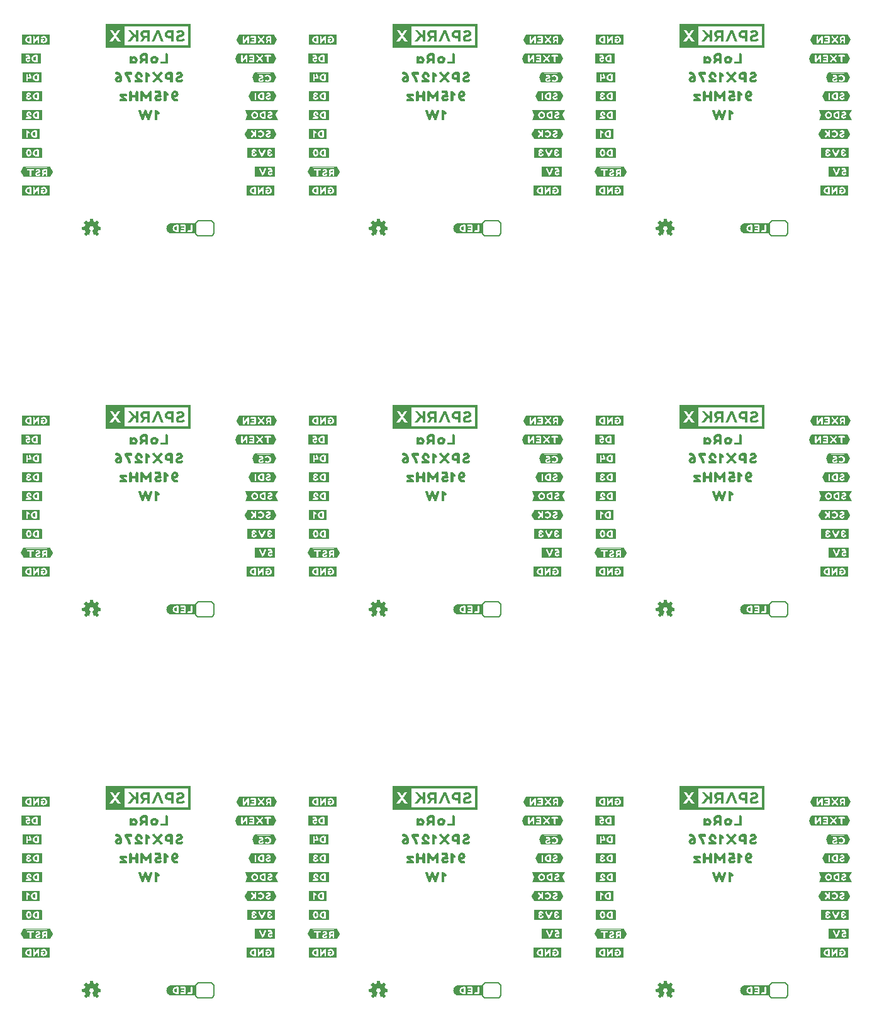
<source format=gbo>
G04 EAGLE Gerber RS-274X export*
G75*
%MOMM*%
%FSLAX34Y34*%
%LPD*%
%INSilkscreen Bottom*%
%IPPOS*%
%AMOC8*
5,1,8,0,0,1.08239X$1,22.5*%
G01*
%ADD10C,0.203200*%

G36*
X633777Y1282108D02*
X633777Y1282108D01*
X633772Y1282115D01*
X633779Y1282121D01*
X633779Y1313759D01*
X633743Y1313807D01*
X633736Y1313801D01*
X633730Y1313808D01*
X519430Y1313808D01*
X519383Y1313772D01*
X519388Y1313765D01*
X519381Y1313759D01*
X519381Y1282121D01*
X519417Y1282073D01*
X519424Y1282079D01*
X519430Y1282072D01*
X633730Y1282072D01*
X633777Y1282108D01*
G37*
G36*
X1019857Y1282108D02*
X1019857Y1282108D01*
X1019852Y1282115D01*
X1019859Y1282121D01*
X1019859Y1313759D01*
X1019823Y1313807D01*
X1019816Y1313801D01*
X1019810Y1313808D01*
X905510Y1313808D01*
X905463Y1313772D01*
X905468Y1313765D01*
X905461Y1313759D01*
X905461Y1282121D01*
X905497Y1282073D01*
X905504Y1282079D01*
X905510Y1282072D01*
X1019810Y1282072D01*
X1019857Y1282108D01*
G37*
G36*
X247697Y1282108D02*
X247697Y1282108D01*
X247692Y1282115D01*
X247699Y1282121D01*
X247699Y1313759D01*
X247663Y1313807D01*
X247656Y1313801D01*
X247650Y1313808D01*
X133350Y1313808D01*
X133303Y1313772D01*
X133308Y1313765D01*
X133301Y1313759D01*
X133301Y1282121D01*
X133337Y1282073D01*
X133344Y1282079D01*
X133350Y1282072D01*
X247650Y1282072D01*
X247697Y1282108D01*
G37*
G36*
X1019857Y255948D02*
X1019857Y255948D01*
X1019852Y255955D01*
X1019859Y255961D01*
X1019859Y287599D01*
X1019823Y287647D01*
X1019816Y287641D01*
X1019810Y287648D01*
X905510Y287648D01*
X905463Y287612D01*
X905468Y287605D01*
X905461Y287599D01*
X905461Y255961D01*
X905497Y255913D01*
X905504Y255919D01*
X905510Y255912D01*
X1019810Y255912D01*
X1019857Y255948D01*
G37*
G36*
X633777Y769028D02*
X633777Y769028D01*
X633772Y769035D01*
X633779Y769041D01*
X633779Y800679D01*
X633743Y800727D01*
X633736Y800721D01*
X633730Y800728D01*
X519430Y800728D01*
X519383Y800692D01*
X519388Y800685D01*
X519381Y800679D01*
X519381Y769041D01*
X519417Y768993D01*
X519424Y768999D01*
X519430Y768992D01*
X633730Y768992D01*
X633777Y769028D01*
G37*
G36*
X633777Y255948D02*
X633777Y255948D01*
X633772Y255955D01*
X633779Y255961D01*
X633779Y287599D01*
X633743Y287647D01*
X633736Y287641D01*
X633730Y287648D01*
X519430Y287648D01*
X519383Y287612D01*
X519388Y287605D01*
X519381Y287599D01*
X519381Y255961D01*
X519417Y255913D01*
X519424Y255919D01*
X519430Y255912D01*
X633730Y255912D01*
X633777Y255948D01*
G37*
G36*
X247697Y769028D02*
X247697Y769028D01*
X247692Y769035D01*
X247699Y769041D01*
X247699Y800679D01*
X247663Y800727D01*
X247656Y800721D01*
X247650Y800728D01*
X133350Y800728D01*
X133303Y800692D01*
X133308Y800685D01*
X133301Y800679D01*
X133301Y769041D01*
X133337Y768993D01*
X133344Y768999D01*
X133350Y768992D01*
X247650Y768992D01*
X247697Y769028D01*
G37*
G36*
X1019857Y769028D02*
X1019857Y769028D01*
X1019852Y769035D01*
X1019859Y769041D01*
X1019859Y800679D01*
X1019823Y800727D01*
X1019816Y800721D01*
X1019810Y800728D01*
X905510Y800728D01*
X905463Y800692D01*
X905468Y800685D01*
X905461Y800679D01*
X905461Y769041D01*
X905497Y768993D01*
X905504Y768999D01*
X905510Y768992D01*
X1019810Y768992D01*
X1019857Y769028D01*
G37*
G36*
X133337Y255913D02*
X133337Y255913D01*
X133344Y255919D01*
X133350Y255912D01*
X247650Y255912D01*
X247697Y255948D01*
X247692Y255955D01*
X247699Y255961D01*
X247699Y287599D01*
X247663Y287647D01*
X247656Y287641D01*
X247650Y287648D01*
X133350Y287648D01*
X133303Y287612D01*
X133308Y287605D01*
X133301Y287599D01*
X133301Y255961D01*
X133337Y255913D01*
G37*
%LPC*%
G36*
X931094Y1285108D02*
X931094Y1285108D01*
X931094Y1310772D01*
X1016823Y1310772D01*
X1016823Y1285108D01*
X931094Y1285108D01*
G37*
%LPD*%
%LPC*%
G36*
X545014Y1285108D02*
X545014Y1285108D01*
X545014Y1310772D01*
X630743Y1310772D01*
X630743Y1285108D01*
X545014Y1285108D01*
G37*
%LPD*%
%LPC*%
G36*
X158934Y1285108D02*
X158934Y1285108D01*
X158934Y1310772D01*
X244663Y1310772D01*
X244663Y1285108D01*
X158934Y1285108D01*
G37*
%LPD*%
%LPC*%
G36*
X244663Y284612D02*
X244663Y284612D01*
X244663Y258948D01*
X158934Y258948D01*
X158934Y284612D01*
X244663Y284612D01*
G37*
%LPD*%
%LPC*%
G36*
X545014Y772028D02*
X545014Y772028D01*
X545014Y797692D01*
X630743Y797692D01*
X630743Y772028D01*
X545014Y772028D01*
G37*
%LPD*%
%LPC*%
G36*
X931094Y772028D02*
X931094Y772028D01*
X931094Y797692D01*
X1016823Y797692D01*
X1016823Y772028D01*
X931094Y772028D01*
G37*
%LPD*%
%LPC*%
G36*
X158934Y772028D02*
X158934Y772028D01*
X158934Y797692D01*
X244663Y797692D01*
X244663Y772028D01*
X158934Y772028D01*
G37*
%LPD*%
%LPC*%
G36*
X931094Y258948D02*
X931094Y258948D01*
X931094Y284612D01*
X1016823Y284612D01*
X1016823Y258948D01*
X931094Y258948D01*
G37*
%LPD*%
%LPC*%
G36*
X545014Y258948D02*
X545014Y258948D01*
X545014Y284612D01*
X630743Y284612D01*
X630743Y258948D01*
X545014Y258948D01*
G37*
%LPD*%
G36*
X745265Y1260614D02*
X745265Y1260614D01*
X745268Y1260611D01*
X745868Y1260711D01*
X745891Y1260735D01*
X745904Y1260738D01*
X749304Y1267438D01*
X749303Y1267441D01*
X749306Y1267443D01*
X749302Y1267448D01*
X749298Y1267470D01*
X749304Y1267482D01*
X745904Y1274182D01*
X745874Y1274197D01*
X745868Y1274209D01*
X745268Y1274309D01*
X745263Y1274306D01*
X745260Y1274309D01*
X697060Y1274309D01*
X697035Y1274290D01*
X697022Y1274291D01*
X696622Y1273791D01*
X696621Y1273783D01*
X696616Y1273782D01*
X693616Y1267782D01*
X693618Y1267770D01*
X693613Y1267765D01*
X693614Y1267763D01*
X693611Y1267760D01*
X693611Y1267060D01*
X693620Y1267047D01*
X693616Y1267038D01*
X696616Y1261038D01*
X696629Y1261031D01*
X696629Y1261022D01*
X697129Y1260622D01*
X697152Y1260621D01*
X697160Y1260611D01*
X745260Y1260611D01*
X745265Y1260614D01*
G37*
G36*
X359185Y1260614D02*
X359185Y1260614D01*
X359188Y1260611D01*
X359788Y1260711D01*
X359811Y1260735D01*
X359824Y1260738D01*
X363224Y1267438D01*
X363223Y1267441D01*
X363226Y1267443D01*
X363222Y1267448D01*
X363218Y1267470D01*
X363224Y1267482D01*
X359824Y1274182D01*
X359794Y1274197D01*
X359788Y1274209D01*
X359188Y1274309D01*
X359183Y1274306D01*
X359180Y1274309D01*
X310980Y1274309D01*
X310955Y1274290D01*
X310942Y1274291D01*
X310542Y1273791D01*
X310541Y1273783D01*
X310536Y1273782D01*
X307536Y1267782D01*
X307538Y1267770D01*
X307533Y1267765D01*
X307534Y1267763D01*
X307531Y1267760D01*
X307531Y1267060D01*
X307540Y1267047D01*
X307536Y1267038D01*
X310536Y1261038D01*
X310549Y1261031D01*
X310549Y1261022D01*
X311049Y1260622D01*
X311072Y1260621D01*
X311080Y1260611D01*
X359180Y1260611D01*
X359185Y1260614D01*
G37*
G36*
X1131345Y1260614D02*
X1131345Y1260614D01*
X1131348Y1260611D01*
X1131948Y1260711D01*
X1131971Y1260735D01*
X1131984Y1260738D01*
X1135384Y1267438D01*
X1135383Y1267441D01*
X1135386Y1267443D01*
X1135382Y1267448D01*
X1135378Y1267470D01*
X1135384Y1267482D01*
X1131984Y1274182D01*
X1131954Y1274197D01*
X1131948Y1274209D01*
X1131348Y1274309D01*
X1131343Y1274306D01*
X1131340Y1274309D01*
X1083140Y1274309D01*
X1083115Y1274290D01*
X1083102Y1274291D01*
X1082702Y1273791D01*
X1082701Y1273783D01*
X1082696Y1273782D01*
X1079696Y1267782D01*
X1079698Y1267770D01*
X1079693Y1267765D01*
X1079694Y1267763D01*
X1079691Y1267760D01*
X1079691Y1267060D01*
X1079700Y1267047D01*
X1079696Y1267038D01*
X1082696Y1261038D01*
X1082709Y1261031D01*
X1082709Y1261022D01*
X1083209Y1260622D01*
X1083232Y1260621D01*
X1083240Y1260611D01*
X1131340Y1260611D01*
X1131345Y1260614D01*
G37*
G36*
X359185Y747534D02*
X359185Y747534D01*
X359188Y747531D01*
X359788Y747631D01*
X359811Y747655D01*
X359824Y747658D01*
X363224Y754358D01*
X363223Y754361D01*
X363226Y754363D01*
X363222Y754368D01*
X363218Y754390D01*
X363224Y754402D01*
X359824Y761102D01*
X359794Y761117D01*
X359788Y761129D01*
X359188Y761229D01*
X359183Y761226D01*
X359180Y761229D01*
X310980Y761229D01*
X310955Y761210D01*
X310942Y761211D01*
X310542Y760711D01*
X310541Y760703D01*
X310536Y760702D01*
X307536Y754702D01*
X307538Y754690D01*
X307533Y754685D01*
X307534Y754683D01*
X307531Y754680D01*
X307531Y753980D01*
X307540Y753967D01*
X307536Y753958D01*
X310536Y747958D01*
X310549Y747951D01*
X310549Y747942D01*
X311049Y747542D01*
X311072Y747541D01*
X311080Y747531D01*
X359180Y747531D01*
X359185Y747534D01*
G37*
G36*
X745265Y747534D02*
X745265Y747534D01*
X745268Y747531D01*
X745868Y747631D01*
X745891Y747655D01*
X745904Y747658D01*
X749304Y754358D01*
X749303Y754361D01*
X749306Y754363D01*
X749302Y754368D01*
X749298Y754390D01*
X749304Y754402D01*
X745904Y761102D01*
X745874Y761117D01*
X745868Y761129D01*
X745268Y761229D01*
X745263Y761226D01*
X745260Y761229D01*
X697060Y761229D01*
X697035Y761210D01*
X697022Y761211D01*
X696622Y760711D01*
X696621Y760703D01*
X696616Y760702D01*
X693616Y754702D01*
X693618Y754690D01*
X693613Y754685D01*
X693614Y754683D01*
X693611Y754680D01*
X693611Y753980D01*
X693620Y753967D01*
X693616Y753958D01*
X696616Y747958D01*
X696629Y747951D01*
X696629Y747942D01*
X697129Y747542D01*
X697152Y747541D01*
X697160Y747531D01*
X745260Y747531D01*
X745265Y747534D01*
G37*
G36*
X1131345Y747534D02*
X1131345Y747534D01*
X1131348Y747531D01*
X1131948Y747631D01*
X1131971Y747655D01*
X1131984Y747658D01*
X1135384Y754358D01*
X1135383Y754361D01*
X1135386Y754363D01*
X1135382Y754368D01*
X1135378Y754390D01*
X1135384Y754402D01*
X1131984Y761102D01*
X1131954Y761117D01*
X1131948Y761129D01*
X1131348Y761229D01*
X1131343Y761226D01*
X1131340Y761229D01*
X1083140Y761229D01*
X1083115Y761210D01*
X1083102Y761211D01*
X1082702Y760711D01*
X1082701Y760703D01*
X1082696Y760702D01*
X1079696Y754702D01*
X1079698Y754690D01*
X1079693Y754685D01*
X1079694Y754683D01*
X1079691Y754680D01*
X1079691Y753980D01*
X1079700Y753967D01*
X1079696Y753958D01*
X1082696Y747958D01*
X1082709Y747951D01*
X1082709Y747942D01*
X1083209Y747542D01*
X1083232Y747541D01*
X1083240Y747531D01*
X1131340Y747531D01*
X1131345Y747534D01*
G37*
G36*
X745265Y234454D02*
X745265Y234454D01*
X745268Y234451D01*
X745868Y234551D01*
X745891Y234575D01*
X745904Y234578D01*
X749304Y241278D01*
X749303Y241281D01*
X749306Y241283D01*
X749302Y241288D01*
X749298Y241310D01*
X749304Y241322D01*
X745904Y248022D01*
X745874Y248037D01*
X745868Y248049D01*
X745268Y248149D01*
X745263Y248146D01*
X745260Y248149D01*
X697060Y248149D01*
X697035Y248130D01*
X697022Y248131D01*
X696622Y247631D01*
X696621Y247623D01*
X696616Y247622D01*
X693616Y241622D01*
X693618Y241610D01*
X693613Y241605D01*
X693614Y241603D01*
X693611Y241600D01*
X693611Y240900D01*
X693620Y240887D01*
X693616Y240878D01*
X696616Y234878D01*
X696629Y234871D01*
X696629Y234862D01*
X697129Y234462D01*
X697152Y234461D01*
X697160Y234451D01*
X745260Y234451D01*
X745265Y234454D01*
G37*
G36*
X1131345Y234454D02*
X1131345Y234454D01*
X1131348Y234451D01*
X1131948Y234551D01*
X1131971Y234575D01*
X1131984Y234578D01*
X1135384Y241278D01*
X1135383Y241281D01*
X1135386Y241283D01*
X1135382Y241288D01*
X1135378Y241310D01*
X1135384Y241322D01*
X1131984Y248022D01*
X1131954Y248037D01*
X1131948Y248049D01*
X1131348Y248149D01*
X1131343Y248146D01*
X1131340Y248149D01*
X1083140Y248149D01*
X1083115Y248130D01*
X1083102Y248131D01*
X1082702Y247631D01*
X1082701Y247623D01*
X1082696Y247622D01*
X1079696Y241622D01*
X1079698Y241610D01*
X1079693Y241605D01*
X1079694Y241603D01*
X1079691Y241600D01*
X1079691Y240900D01*
X1079700Y240887D01*
X1079696Y240878D01*
X1082696Y234878D01*
X1082709Y234871D01*
X1082709Y234862D01*
X1083209Y234462D01*
X1083232Y234461D01*
X1083240Y234451D01*
X1131340Y234451D01*
X1131345Y234454D01*
G37*
G36*
X359185Y234454D02*
X359185Y234454D01*
X359188Y234451D01*
X359788Y234551D01*
X359811Y234575D01*
X359824Y234578D01*
X363224Y241278D01*
X363223Y241281D01*
X363226Y241283D01*
X363222Y241288D01*
X363218Y241310D01*
X363224Y241322D01*
X359824Y248022D01*
X359794Y248037D01*
X359788Y248049D01*
X359188Y248149D01*
X359183Y248146D01*
X359180Y248149D01*
X310980Y248149D01*
X310955Y248130D01*
X310942Y248131D01*
X310542Y247631D01*
X310541Y247623D01*
X310536Y247622D01*
X307536Y241622D01*
X307538Y241610D01*
X307533Y241605D01*
X307534Y241603D01*
X307531Y241600D01*
X307531Y240900D01*
X307540Y240887D01*
X307536Y240878D01*
X310536Y234878D01*
X310549Y234871D01*
X310549Y234862D01*
X311049Y234462D01*
X311072Y234461D01*
X311080Y234451D01*
X359180Y234451D01*
X359185Y234454D01*
G37*
G36*
X746151Y259867D02*
X746151Y259867D01*
X746165Y259865D01*
X746565Y260265D01*
X746566Y260277D01*
X746574Y260278D01*
X749574Y266378D01*
X749573Y266384D01*
X749577Y266388D01*
X749572Y266395D01*
X749579Y266400D01*
X749579Y267000D01*
X749570Y267013D01*
X749574Y267022D01*
X746574Y273022D01*
X746567Y273025D01*
X746568Y273031D01*
X746168Y273531D01*
X746139Y273538D01*
X746136Y273542D01*
X746135Y273542D01*
X746130Y273549D01*
X698930Y273549D01*
X698896Y273524D01*
X698886Y273522D01*
X695586Y266822D01*
X695588Y266811D01*
X695584Y266808D01*
X695590Y266801D01*
X695591Y266796D01*
X695583Y266784D01*
X695783Y266184D01*
X695787Y266182D01*
X695786Y266178D01*
X698786Y260078D01*
X698810Y260066D01*
X698814Y260053D01*
X699414Y259853D01*
X699425Y259857D01*
X699430Y259851D01*
X746130Y259851D01*
X746151Y259867D01*
G37*
G36*
X1132231Y772947D02*
X1132231Y772947D01*
X1132245Y772945D01*
X1132645Y773345D01*
X1132646Y773357D01*
X1132654Y773358D01*
X1135654Y779458D01*
X1135653Y779464D01*
X1135657Y779468D01*
X1135652Y779475D01*
X1135659Y779480D01*
X1135659Y780080D01*
X1135650Y780093D01*
X1135654Y780102D01*
X1132654Y786102D01*
X1132647Y786105D01*
X1132648Y786111D01*
X1132248Y786611D01*
X1132219Y786618D01*
X1132216Y786622D01*
X1132215Y786622D01*
X1132210Y786629D01*
X1085010Y786629D01*
X1084976Y786604D01*
X1084966Y786602D01*
X1081666Y779902D01*
X1081668Y779891D01*
X1081664Y779888D01*
X1081670Y779881D01*
X1081671Y779876D01*
X1081663Y779864D01*
X1081863Y779264D01*
X1081867Y779262D01*
X1081866Y779258D01*
X1084866Y773158D01*
X1084890Y773146D01*
X1084894Y773133D01*
X1085494Y772933D01*
X1085505Y772937D01*
X1085510Y772931D01*
X1132210Y772931D01*
X1132231Y772947D01*
G37*
G36*
X746151Y772947D02*
X746151Y772947D01*
X746165Y772945D01*
X746565Y773345D01*
X746566Y773357D01*
X746574Y773358D01*
X749574Y779458D01*
X749573Y779464D01*
X749577Y779468D01*
X749572Y779475D01*
X749579Y779480D01*
X749579Y780080D01*
X749570Y780093D01*
X749574Y780102D01*
X746574Y786102D01*
X746567Y786105D01*
X746568Y786111D01*
X746168Y786611D01*
X746139Y786618D01*
X746136Y786622D01*
X746135Y786622D01*
X746130Y786629D01*
X698930Y786629D01*
X698896Y786604D01*
X698886Y786602D01*
X695586Y779902D01*
X695588Y779891D01*
X695584Y779888D01*
X695590Y779881D01*
X695591Y779876D01*
X695583Y779864D01*
X695783Y779264D01*
X695787Y779262D01*
X695786Y779258D01*
X698786Y773158D01*
X698810Y773146D01*
X698814Y773133D01*
X699414Y772933D01*
X699425Y772937D01*
X699430Y772931D01*
X746130Y772931D01*
X746151Y772947D01*
G37*
G36*
X1132231Y259867D02*
X1132231Y259867D01*
X1132245Y259865D01*
X1132645Y260265D01*
X1132646Y260277D01*
X1132654Y260278D01*
X1135654Y266378D01*
X1135653Y266384D01*
X1135657Y266388D01*
X1135652Y266395D01*
X1135659Y266400D01*
X1135659Y267000D01*
X1135650Y267013D01*
X1135654Y267022D01*
X1132654Y273022D01*
X1132647Y273025D01*
X1132648Y273031D01*
X1132248Y273531D01*
X1132219Y273538D01*
X1132216Y273542D01*
X1132215Y273542D01*
X1132210Y273549D01*
X1085010Y273549D01*
X1084976Y273524D01*
X1084966Y273522D01*
X1081666Y266822D01*
X1081668Y266811D01*
X1081664Y266808D01*
X1081670Y266801D01*
X1081671Y266796D01*
X1081663Y266784D01*
X1081863Y266184D01*
X1081867Y266182D01*
X1081866Y266178D01*
X1084866Y260078D01*
X1084890Y260066D01*
X1084894Y260053D01*
X1085494Y259853D01*
X1085505Y259857D01*
X1085510Y259851D01*
X1132210Y259851D01*
X1132231Y259867D01*
G37*
G36*
X360071Y772947D02*
X360071Y772947D01*
X360085Y772945D01*
X360485Y773345D01*
X360486Y773357D01*
X360494Y773358D01*
X363494Y779458D01*
X363493Y779464D01*
X363497Y779468D01*
X363492Y779475D01*
X363499Y779480D01*
X363499Y780080D01*
X363490Y780093D01*
X363494Y780102D01*
X360494Y786102D01*
X360487Y786105D01*
X360488Y786111D01*
X360088Y786611D01*
X360059Y786618D01*
X360056Y786622D01*
X360055Y786622D01*
X360050Y786629D01*
X312850Y786629D01*
X312816Y786604D01*
X312806Y786602D01*
X309506Y779902D01*
X309508Y779891D01*
X309504Y779888D01*
X309510Y779881D01*
X309511Y779876D01*
X309503Y779864D01*
X309703Y779264D01*
X309707Y779262D01*
X309706Y779258D01*
X312706Y773158D01*
X312730Y773146D01*
X312734Y773133D01*
X313334Y772933D01*
X313345Y772937D01*
X313350Y772931D01*
X360050Y772931D01*
X360071Y772947D01*
G37*
G36*
X360071Y259867D02*
X360071Y259867D01*
X360085Y259865D01*
X360485Y260265D01*
X360486Y260277D01*
X360494Y260278D01*
X363494Y266378D01*
X363493Y266384D01*
X363497Y266388D01*
X363492Y266395D01*
X363499Y266400D01*
X363499Y267000D01*
X363490Y267013D01*
X363494Y267022D01*
X360494Y273022D01*
X360487Y273025D01*
X360488Y273031D01*
X360088Y273531D01*
X360059Y273538D01*
X360056Y273542D01*
X360055Y273542D01*
X360050Y273549D01*
X312850Y273549D01*
X312816Y273524D01*
X312806Y273522D01*
X309506Y266822D01*
X309508Y266811D01*
X309504Y266808D01*
X309510Y266801D01*
X309511Y266796D01*
X309503Y266784D01*
X309703Y266184D01*
X309707Y266182D01*
X309706Y266178D01*
X312706Y260078D01*
X312730Y260066D01*
X312734Y260053D01*
X313334Y259853D01*
X313345Y259857D01*
X313350Y259851D01*
X360050Y259851D01*
X360071Y259867D01*
G37*
G36*
X746151Y1286027D02*
X746151Y1286027D01*
X746165Y1286025D01*
X746565Y1286425D01*
X746566Y1286437D01*
X746574Y1286438D01*
X749574Y1292538D01*
X749573Y1292544D01*
X749577Y1292548D01*
X749572Y1292555D01*
X749579Y1292560D01*
X749579Y1293160D01*
X749570Y1293173D01*
X749574Y1293182D01*
X746574Y1299182D01*
X746567Y1299185D01*
X746568Y1299191D01*
X746168Y1299691D01*
X746139Y1299698D01*
X746136Y1299702D01*
X746135Y1299702D01*
X746130Y1299709D01*
X698930Y1299709D01*
X698896Y1299684D01*
X698886Y1299682D01*
X695586Y1292982D01*
X695588Y1292971D01*
X695584Y1292968D01*
X695590Y1292961D01*
X695591Y1292956D01*
X695583Y1292944D01*
X695783Y1292344D01*
X695787Y1292342D01*
X695786Y1292338D01*
X698786Y1286238D01*
X698810Y1286226D01*
X698814Y1286213D01*
X699414Y1286013D01*
X699425Y1286017D01*
X699430Y1286011D01*
X746130Y1286011D01*
X746151Y1286027D01*
G37*
G36*
X1132231Y1286027D02*
X1132231Y1286027D01*
X1132245Y1286025D01*
X1132645Y1286425D01*
X1132646Y1286437D01*
X1132654Y1286438D01*
X1135654Y1292538D01*
X1135653Y1292544D01*
X1135657Y1292548D01*
X1135652Y1292555D01*
X1135659Y1292560D01*
X1135659Y1293160D01*
X1135650Y1293173D01*
X1135654Y1293182D01*
X1132654Y1299182D01*
X1132647Y1299185D01*
X1132648Y1299191D01*
X1132248Y1299691D01*
X1132219Y1299698D01*
X1132216Y1299702D01*
X1132215Y1299702D01*
X1132210Y1299709D01*
X1085010Y1299709D01*
X1084976Y1299684D01*
X1084966Y1299682D01*
X1081666Y1292982D01*
X1081668Y1292971D01*
X1081664Y1292968D01*
X1081670Y1292961D01*
X1081671Y1292956D01*
X1081663Y1292944D01*
X1081863Y1292344D01*
X1081867Y1292342D01*
X1081866Y1292338D01*
X1084866Y1286238D01*
X1084890Y1286226D01*
X1084894Y1286213D01*
X1085494Y1286013D01*
X1085505Y1286017D01*
X1085510Y1286011D01*
X1132210Y1286011D01*
X1132231Y1286027D01*
G37*
G36*
X360071Y1286027D02*
X360071Y1286027D01*
X360085Y1286025D01*
X360485Y1286425D01*
X360486Y1286437D01*
X360494Y1286438D01*
X363494Y1292538D01*
X363493Y1292544D01*
X363497Y1292548D01*
X363492Y1292555D01*
X363499Y1292560D01*
X363499Y1293160D01*
X363490Y1293173D01*
X363494Y1293182D01*
X360494Y1299182D01*
X360487Y1299185D01*
X360488Y1299191D01*
X360088Y1299691D01*
X360059Y1299698D01*
X360056Y1299702D01*
X360055Y1299702D01*
X360050Y1299709D01*
X312850Y1299709D01*
X312816Y1299684D01*
X312806Y1299682D01*
X309506Y1292982D01*
X309508Y1292971D01*
X309504Y1292968D01*
X309510Y1292961D01*
X309511Y1292956D01*
X309503Y1292944D01*
X309703Y1292344D01*
X309707Y1292342D01*
X309706Y1292338D01*
X312706Y1286238D01*
X312730Y1286226D01*
X312734Y1286213D01*
X313334Y1286013D01*
X313345Y1286017D01*
X313350Y1286011D01*
X360050Y1286011D01*
X360071Y1286027D01*
G37*
G36*
X365004Y158254D02*
X365004Y158254D01*
X365009Y158252D01*
X365014Y158261D01*
X365047Y158287D01*
X365035Y158303D01*
X365044Y158322D01*
X361753Y165004D01*
X361946Y165581D01*
X364944Y171678D01*
X364944Y171681D01*
X364945Y171683D01*
X364943Y171686D01*
X364933Y171737D01*
X364928Y171736D01*
X364927Y171741D01*
X364627Y171941D01*
X364612Y171940D01*
X364611Y171942D01*
X364605Y171942D01*
X364600Y171949D01*
X358300Y171949D01*
X358276Y171931D01*
X358262Y171931D01*
X358239Y171904D01*
X358240Y171929D01*
X358215Y171930D01*
X358200Y171949D01*
X321000Y171949D01*
X320953Y171913D01*
X320956Y171909D01*
X320953Y171906D01*
X320955Y171903D01*
X320951Y171900D01*
X320951Y171500D01*
X320960Y171487D01*
X320956Y171478D01*
X323951Y165389D01*
X323951Y164811D01*
X320956Y158722D01*
X320958Y158711D01*
X320953Y158707D01*
X320955Y158704D01*
X320951Y158700D01*
X320951Y158300D01*
X320987Y158253D01*
X320994Y158258D01*
X321000Y158251D01*
X365000Y158251D01*
X365004Y158254D01*
G37*
G36*
X751084Y158254D02*
X751084Y158254D01*
X751089Y158252D01*
X751094Y158261D01*
X751127Y158287D01*
X751115Y158303D01*
X751124Y158322D01*
X747833Y165004D01*
X748026Y165581D01*
X751024Y171678D01*
X751024Y171681D01*
X751025Y171683D01*
X751023Y171686D01*
X751013Y171737D01*
X751008Y171736D01*
X751007Y171741D01*
X750707Y171941D01*
X750692Y171940D01*
X750691Y171942D01*
X750685Y171942D01*
X750680Y171949D01*
X744380Y171949D01*
X744356Y171931D01*
X744342Y171931D01*
X744319Y171904D01*
X744320Y171929D01*
X744295Y171930D01*
X744280Y171949D01*
X707080Y171949D01*
X707033Y171913D01*
X707036Y171909D01*
X707033Y171906D01*
X707035Y171903D01*
X707031Y171900D01*
X707031Y171500D01*
X707040Y171487D01*
X707036Y171478D01*
X710031Y165389D01*
X710031Y164811D01*
X707036Y158722D01*
X707038Y158711D01*
X707033Y158707D01*
X707035Y158704D01*
X707031Y158700D01*
X707031Y158300D01*
X707067Y158253D01*
X707074Y158258D01*
X707080Y158251D01*
X751080Y158251D01*
X751084Y158254D01*
G37*
G36*
X1137164Y158254D02*
X1137164Y158254D01*
X1137169Y158252D01*
X1137174Y158261D01*
X1137207Y158287D01*
X1137195Y158303D01*
X1137204Y158322D01*
X1133913Y165004D01*
X1134106Y165581D01*
X1137104Y171678D01*
X1137104Y171681D01*
X1137105Y171683D01*
X1137103Y171686D01*
X1137093Y171737D01*
X1137088Y171736D01*
X1137087Y171741D01*
X1136787Y171941D01*
X1136772Y171940D01*
X1136771Y171942D01*
X1136765Y171942D01*
X1136760Y171949D01*
X1130460Y171949D01*
X1130436Y171931D01*
X1130422Y171931D01*
X1130399Y171904D01*
X1130400Y171929D01*
X1130375Y171930D01*
X1130360Y171949D01*
X1093160Y171949D01*
X1093113Y171913D01*
X1093116Y171909D01*
X1093113Y171906D01*
X1093115Y171903D01*
X1093111Y171900D01*
X1093111Y171500D01*
X1093120Y171487D01*
X1093116Y171478D01*
X1096111Y165389D01*
X1096111Y164811D01*
X1093116Y158722D01*
X1093118Y158711D01*
X1093113Y158707D01*
X1093115Y158704D01*
X1093111Y158700D01*
X1093111Y158300D01*
X1093147Y158253D01*
X1093154Y158258D01*
X1093160Y158251D01*
X1137160Y158251D01*
X1137164Y158254D01*
G37*
G36*
X365004Y1184414D02*
X365004Y1184414D01*
X365009Y1184412D01*
X365014Y1184421D01*
X365047Y1184447D01*
X365035Y1184463D01*
X365044Y1184482D01*
X361753Y1191164D01*
X361946Y1191741D01*
X364944Y1197838D01*
X364944Y1197841D01*
X364945Y1197843D01*
X364943Y1197846D01*
X364933Y1197897D01*
X364928Y1197896D01*
X364927Y1197901D01*
X364627Y1198101D01*
X364612Y1198100D01*
X364611Y1198102D01*
X364605Y1198102D01*
X364600Y1198109D01*
X358300Y1198109D01*
X358276Y1198091D01*
X358262Y1198091D01*
X358239Y1198064D01*
X358240Y1198089D01*
X358215Y1198090D01*
X358200Y1198109D01*
X321000Y1198109D01*
X320953Y1198073D01*
X320956Y1198069D01*
X320953Y1198066D01*
X320955Y1198063D01*
X320951Y1198060D01*
X320951Y1197660D01*
X320960Y1197647D01*
X320956Y1197638D01*
X323951Y1191549D01*
X323951Y1190971D01*
X320956Y1184882D01*
X320958Y1184871D01*
X320953Y1184867D01*
X320955Y1184864D01*
X320951Y1184860D01*
X320951Y1184460D01*
X320987Y1184413D01*
X320994Y1184418D01*
X321000Y1184411D01*
X365000Y1184411D01*
X365004Y1184414D01*
G37*
G36*
X1137164Y1184414D02*
X1137164Y1184414D01*
X1137169Y1184412D01*
X1137174Y1184421D01*
X1137207Y1184447D01*
X1137195Y1184463D01*
X1137204Y1184482D01*
X1133913Y1191164D01*
X1134106Y1191741D01*
X1137104Y1197838D01*
X1137104Y1197841D01*
X1137105Y1197843D01*
X1137103Y1197846D01*
X1137093Y1197897D01*
X1137088Y1197896D01*
X1137087Y1197901D01*
X1136787Y1198101D01*
X1136772Y1198100D01*
X1136771Y1198102D01*
X1136765Y1198102D01*
X1136760Y1198109D01*
X1130460Y1198109D01*
X1130436Y1198091D01*
X1130422Y1198091D01*
X1130399Y1198064D01*
X1130400Y1198089D01*
X1130375Y1198090D01*
X1130360Y1198109D01*
X1093160Y1198109D01*
X1093113Y1198073D01*
X1093116Y1198069D01*
X1093113Y1198066D01*
X1093115Y1198063D01*
X1093111Y1198060D01*
X1093111Y1197660D01*
X1093120Y1197647D01*
X1093116Y1197638D01*
X1096111Y1191549D01*
X1096111Y1190971D01*
X1093116Y1184882D01*
X1093118Y1184871D01*
X1093113Y1184867D01*
X1093115Y1184864D01*
X1093111Y1184860D01*
X1093111Y1184460D01*
X1093147Y1184413D01*
X1093154Y1184418D01*
X1093160Y1184411D01*
X1137160Y1184411D01*
X1137164Y1184414D01*
G37*
G36*
X751084Y1184414D02*
X751084Y1184414D01*
X751089Y1184412D01*
X751094Y1184421D01*
X751127Y1184447D01*
X751115Y1184463D01*
X751124Y1184482D01*
X747833Y1191164D01*
X748026Y1191741D01*
X751024Y1197838D01*
X751024Y1197841D01*
X751025Y1197843D01*
X751023Y1197846D01*
X751013Y1197897D01*
X751008Y1197896D01*
X751007Y1197901D01*
X750707Y1198101D01*
X750692Y1198100D01*
X750691Y1198102D01*
X750685Y1198102D01*
X750680Y1198109D01*
X744380Y1198109D01*
X744356Y1198091D01*
X744342Y1198091D01*
X744319Y1198064D01*
X744320Y1198089D01*
X744295Y1198090D01*
X744280Y1198109D01*
X707080Y1198109D01*
X707033Y1198073D01*
X707036Y1198069D01*
X707033Y1198066D01*
X707035Y1198063D01*
X707031Y1198060D01*
X707031Y1197660D01*
X707040Y1197647D01*
X707036Y1197638D01*
X710031Y1191549D01*
X710031Y1190971D01*
X707036Y1184882D01*
X707038Y1184871D01*
X707033Y1184867D01*
X707035Y1184864D01*
X707031Y1184860D01*
X707031Y1184460D01*
X707067Y1184413D01*
X707074Y1184418D01*
X707080Y1184411D01*
X751080Y1184411D01*
X751084Y1184414D01*
G37*
G36*
X751084Y671334D02*
X751084Y671334D01*
X751089Y671332D01*
X751094Y671341D01*
X751127Y671367D01*
X751115Y671383D01*
X751124Y671402D01*
X747833Y678084D01*
X748026Y678661D01*
X751024Y684758D01*
X751024Y684761D01*
X751025Y684763D01*
X751023Y684766D01*
X751013Y684817D01*
X751008Y684816D01*
X751007Y684821D01*
X750707Y685021D01*
X750692Y685020D01*
X750691Y685022D01*
X750685Y685022D01*
X750680Y685029D01*
X744380Y685029D01*
X744356Y685011D01*
X744342Y685011D01*
X744319Y684984D01*
X744320Y685009D01*
X744295Y685010D01*
X744280Y685029D01*
X707080Y685029D01*
X707033Y684993D01*
X707036Y684989D01*
X707033Y684986D01*
X707035Y684983D01*
X707031Y684980D01*
X707031Y684580D01*
X707040Y684567D01*
X707036Y684558D01*
X710031Y678469D01*
X710031Y677891D01*
X707036Y671802D01*
X707038Y671791D01*
X707033Y671787D01*
X707035Y671784D01*
X707031Y671780D01*
X707031Y671380D01*
X707067Y671333D01*
X707074Y671338D01*
X707080Y671331D01*
X751080Y671331D01*
X751084Y671334D01*
G37*
G36*
X1137164Y671334D02*
X1137164Y671334D01*
X1137169Y671332D01*
X1137174Y671341D01*
X1137207Y671367D01*
X1137195Y671383D01*
X1137204Y671402D01*
X1133913Y678084D01*
X1134106Y678661D01*
X1137104Y684758D01*
X1137104Y684761D01*
X1137105Y684763D01*
X1137103Y684766D01*
X1137093Y684817D01*
X1137088Y684816D01*
X1137087Y684821D01*
X1136787Y685021D01*
X1136772Y685020D01*
X1136771Y685022D01*
X1136765Y685022D01*
X1136760Y685029D01*
X1130460Y685029D01*
X1130436Y685011D01*
X1130422Y685011D01*
X1130399Y684984D01*
X1130400Y685009D01*
X1130375Y685010D01*
X1130360Y685029D01*
X1093160Y685029D01*
X1093113Y684993D01*
X1093116Y684989D01*
X1093113Y684986D01*
X1093115Y684983D01*
X1093111Y684980D01*
X1093111Y684580D01*
X1093120Y684567D01*
X1093116Y684558D01*
X1096111Y678469D01*
X1096111Y677891D01*
X1093116Y671802D01*
X1093118Y671791D01*
X1093113Y671787D01*
X1093115Y671784D01*
X1093111Y671780D01*
X1093111Y671380D01*
X1093147Y671333D01*
X1093154Y671338D01*
X1093160Y671331D01*
X1137160Y671331D01*
X1137164Y671334D01*
G37*
G36*
X365004Y671334D02*
X365004Y671334D01*
X365009Y671332D01*
X365014Y671341D01*
X365047Y671367D01*
X365035Y671383D01*
X365044Y671402D01*
X361753Y678084D01*
X361946Y678661D01*
X364944Y684758D01*
X364944Y684761D01*
X364945Y684763D01*
X364943Y684766D01*
X364933Y684817D01*
X364928Y684816D01*
X364927Y684821D01*
X364627Y685021D01*
X364612Y685020D01*
X364611Y685022D01*
X364605Y685022D01*
X364600Y685029D01*
X358300Y685029D01*
X358276Y685011D01*
X358262Y685011D01*
X358239Y684984D01*
X358240Y685009D01*
X358215Y685010D01*
X358200Y685029D01*
X321000Y685029D01*
X320953Y684993D01*
X320956Y684989D01*
X320953Y684986D01*
X320955Y684983D01*
X320951Y684980D01*
X320951Y684580D01*
X320960Y684567D01*
X320956Y684558D01*
X323951Y678469D01*
X323951Y677891D01*
X320956Y671802D01*
X320958Y671791D01*
X320953Y671787D01*
X320955Y671784D01*
X320951Y671780D01*
X320951Y671380D01*
X320987Y671333D01*
X320994Y671338D01*
X321000Y671331D01*
X365000Y671331D01*
X365004Y671334D01*
G37*
G36*
X444641Y595147D02*
X444641Y595147D01*
X444655Y595145D01*
X445055Y595545D01*
X445056Y595556D01*
X445064Y595557D01*
X448164Y601557D01*
X448162Y601565D01*
X448167Y601569D01*
X448163Y601575D01*
X448169Y601580D01*
X448169Y602180D01*
X448160Y602193D01*
X448164Y602202D01*
X445164Y608302D01*
X445157Y608305D01*
X445158Y608311D01*
X444758Y608811D01*
X444729Y608818D01*
X444726Y608822D01*
X444725Y608822D01*
X444720Y608829D01*
X441520Y608829D01*
X441487Y608804D01*
X441476Y608802D01*
X441468Y608787D01*
X441456Y608799D01*
X441453Y608817D01*
X441441Y608814D01*
X441426Y608829D01*
X441423Y608825D01*
X441420Y608829D01*
X408920Y608829D01*
X408911Y608822D01*
X408908Y608822D01*
X408904Y608819D01*
X408895Y608822D01*
X408395Y608522D01*
X408387Y608504D01*
X408376Y608502D01*
X405376Y602402D01*
X405377Y602397D01*
X405373Y602396D01*
X405173Y601796D01*
X405174Y601794D01*
X405173Y601793D01*
X405175Y601790D01*
X405182Y601770D01*
X405176Y601757D01*
X408276Y595758D01*
X408576Y595158D01*
X408613Y595140D01*
X408620Y595131D01*
X444620Y595131D01*
X444641Y595147D01*
G37*
G36*
X58561Y82067D02*
X58561Y82067D01*
X58575Y82065D01*
X58975Y82465D01*
X58976Y82476D01*
X58984Y82477D01*
X62084Y88477D01*
X62082Y88485D01*
X62087Y88489D01*
X62083Y88495D01*
X62089Y88500D01*
X62089Y89100D01*
X62080Y89113D01*
X62084Y89122D01*
X59084Y95222D01*
X59077Y95225D01*
X59078Y95231D01*
X58678Y95731D01*
X58649Y95738D01*
X58646Y95742D01*
X58645Y95742D01*
X58640Y95749D01*
X55440Y95749D01*
X55407Y95724D01*
X55396Y95722D01*
X55388Y95707D01*
X55376Y95719D01*
X55373Y95737D01*
X55361Y95734D01*
X55346Y95749D01*
X55343Y95745D01*
X55340Y95749D01*
X22840Y95749D01*
X22831Y95742D01*
X22828Y95742D01*
X22824Y95739D01*
X22815Y95742D01*
X22315Y95442D01*
X22307Y95424D01*
X22296Y95422D01*
X19296Y89322D01*
X19297Y89317D01*
X19293Y89316D01*
X19093Y88716D01*
X19094Y88714D01*
X19093Y88713D01*
X19095Y88710D01*
X19102Y88690D01*
X19096Y88677D01*
X22196Y82678D01*
X22496Y82078D01*
X22533Y82060D01*
X22540Y82051D01*
X58540Y82051D01*
X58561Y82067D01*
G37*
G36*
X444641Y1108227D02*
X444641Y1108227D01*
X444655Y1108225D01*
X445055Y1108625D01*
X445056Y1108636D01*
X445064Y1108637D01*
X448164Y1114637D01*
X448162Y1114645D01*
X448167Y1114649D01*
X448163Y1114655D01*
X448169Y1114660D01*
X448169Y1115260D01*
X448160Y1115273D01*
X448164Y1115282D01*
X445164Y1121382D01*
X445157Y1121385D01*
X445158Y1121391D01*
X444758Y1121891D01*
X444729Y1121898D01*
X444726Y1121902D01*
X444725Y1121902D01*
X444720Y1121909D01*
X441520Y1121909D01*
X441487Y1121884D01*
X441476Y1121882D01*
X441468Y1121867D01*
X441456Y1121879D01*
X441453Y1121897D01*
X441441Y1121894D01*
X441426Y1121909D01*
X441423Y1121905D01*
X441420Y1121909D01*
X408920Y1121909D01*
X408911Y1121902D01*
X408908Y1121902D01*
X408904Y1121899D01*
X408895Y1121902D01*
X408395Y1121602D01*
X408387Y1121584D01*
X408376Y1121582D01*
X405376Y1115482D01*
X405377Y1115477D01*
X405373Y1115476D01*
X405173Y1114876D01*
X405174Y1114874D01*
X405173Y1114873D01*
X405175Y1114870D01*
X405182Y1114850D01*
X405176Y1114837D01*
X408276Y1108838D01*
X408576Y1108238D01*
X408613Y1108220D01*
X408620Y1108211D01*
X444620Y1108211D01*
X444641Y1108227D01*
G37*
G36*
X830721Y82067D02*
X830721Y82067D01*
X830735Y82065D01*
X831135Y82465D01*
X831136Y82476D01*
X831144Y82477D01*
X834244Y88477D01*
X834242Y88485D01*
X834247Y88489D01*
X834243Y88495D01*
X834249Y88500D01*
X834249Y89100D01*
X834240Y89113D01*
X834244Y89122D01*
X831244Y95222D01*
X831237Y95225D01*
X831238Y95231D01*
X830838Y95731D01*
X830809Y95738D01*
X830806Y95742D01*
X830805Y95742D01*
X830800Y95749D01*
X827600Y95749D01*
X827567Y95724D01*
X827556Y95722D01*
X827548Y95707D01*
X827536Y95719D01*
X827533Y95737D01*
X827521Y95734D01*
X827506Y95749D01*
X827503Y95745D01*
X827500Y95749D01*
X795000Y95749D01*
X794991Y95742D01*
X794988Y95742D01*
X794984Y95739D01*
X794975Y95742D01*
X794475Y95442D01*
X794467Y95424D01*
X794456Y95422D01*
X791456Y89322D01*
X791457Y89317D01*
X791453Y89316D01*
X791253Y88716D01*
X791254Y88714D01*
X791253Y88713D01*
X791255Y88710D01*
X791262Y88690D01*
X791256Y88677D01*
X794356Y82678D01*
X794656Y82078D01*
X794693Y82060D01*
X794700Y82051D01*
X830700Y82051D01*
X830721Y82067D01*
G37*
G36*
X444641Y82067D02*
X444641Y82067D01*
X444655Y82065D01*
X445055Y82465D01*
X445056Y82476D01*
X445064Y82477D01*
X448164Y88477D01*
X448162Y88485D01*
X448167Y88489D01*
X448163Y88495D01*
X448169Y88500D01*
X448169Y89100D01*
X448160Y89113D01*
X448164Y89122D01*
X445164Y95222D01*
X445157Y95225D01*
X445158Y95231D01*
X444758Y95731D01*
X444729Y95738D01*
X444726Y95742D01*
X444725Y95742D01*
X444720Y95749D01*
X441520Y95749D01*
X441487Y95724D01*
X441476Y95722D01*
X441468Y95707D01*
X441456Y95719D01*
X441453Y95737D01*
X441441Y95734D01*
X441426Y95749D01*
X441423Y95745D01*
X441420Y95749D01*
X408920Y95749D01*
X408911Y95742D01*
X408908Y95742D01*
X408904Y95739D01*
X408895Y95742D01*
X408395Y95442D01*
X408387Y95424D01*
X408376Y95422D01*
X405376Y89322D01*
X405377Y89317D01*
X405373Y89316D01*
X405173Y88716D01*
X405174Y88714D01*
X405173Y88713D01*
X405175Y88710D01*
X405182Y88690D01*
X405176Y88677D01*
X408276Y82678D01*
X408576Y82078D01*
X408613Y82060D01*
X408620Y82051D01*
X444620Y82051D01*
X444641Y82067D01*
G37*
G36*
X830721Y595147D02*
X830721Y595147D01*
X830735Y595145D01*
X831135Y595545D01*
X831136Y595556D01*
X831144Y595557D01*
X834244Y601557D01*
X834242Y601565D01*
X834247Y601569D01*
X834243Y601575D01*
X834249Y601580D01*
X834249Y602180D01*
X834240Y602193D01*
X834244Y602202D01*
X831244Y608302D01*
X831237Y608305D01*
X831238Y608311D01*
X830838Y608811D01*
X830809Y608818D01*
X830806Y608822D01*
X830805Y608822D01*
X830800Y608829D01*
X827600Y608829D01*
X827567Y608804D01*
X827556Y608802D01*
X827548Y608787D01*
X827536Y608799D01*
X827533Y608817D01*
X827521Y608814D01*
X827506Y608829D01*
X827503Y608825D01*
X827500Y608829D01*
X795000Y608829D01*
X794991Y608822D01*
X794988Y608822D01*
X794984Y608819D01*
X794975Y608822D01*
X794475Y608522D01*
X794467Y608504D01*
X794456Y608502D01*
X791456Y602402D01*
X791457Y602397D01*
X791453Y602396D01*
X791253Y601796D01*
X791254Y601794D01*
X791253Y601793D01*
X791255Y601790D01*
X791262Y601770D01*
X791256Y601757D01*
X794356Y595758D01*
X794656Y595158D01*
X794693Y595140D01*
X794700Y595131D01*
X830700Y595131D01*
X830721Y595147D01*
G37*
G36*
X58561Y1108227D02*
X58561Y1108227D01*
X58575Y1108225D01*
X58975Y1108625D01*
X58976Y1108636D01*
X58984Y1108637D01*
X62084Y1114637D01*
X62082Y1114645D01*
X62087Y1114649D01*
X62083Y1114655D01*
X62089Y1114660D01*
X62089Y1115260D01*
X62080Y1115273D01*
X62084Y1115282D01*
X59084Y1121382D01*
X59077Y1121385D01*
X59078Y1121391D01*
X58678Y1121891D01*
X58649Y1121898D01*
X58646Y1121902D01*
X58645Y1121902D01*
X58640Y1121909D01*
X55440Y1121909D01*
X55407Y1121884D01*
X55396Y1121882D01*
X55388Y1121867D01*
X55376Y1121879D01*
X55373Y1121897D01*
X55361Y1121894D01*
X55346Y1121909D01*
X55343Y1121905D01*
X55340Y1121909D01*
X22840Y1121909D01*
X22831Y1121902D01*
X22828Y1121902D01*
X22824Y1121899D01*
X22815Y1121902D01*
X22315Y1121602D01*
X22307Y1121584D01*
X22296Y1121582D01*
X19296Y1115482D01*
X19297Y1115477D01*
X19293Y1115476D01*
X19093Y1114876D01*
X19094Y1114874D01*
X19093Y1114873D01*
X19095Y1114870D01*
X19102Y1114850D01*
X19096Y1114837D01*
X22196Y1108838D01*
X22496Y1108238D01*
X22533Y1108220D01*
X22540Y1108211D01*
X58540Y1108211D01*
X58561Y1108227D01*
G37*
G36*
X830721Y1108227D02*
X830721Y1108227D01*
X830735Y1108225D01*
X831135Y1108625D01*
X831136Y1108636D01*
X831144Y1108637D01*
X834244Y1114637D01*
X834242Y1114645D01*
X834247Y1114649D01*
X834243Y1114655D01*
X834249Y1114660D01*
X834249Y1115260D01*
X834240Y1115273D01*
X834244Y1115282D01*
X831244Y1121382D01*
X831237Y1121385D01*
X831238Y1121391D01*
X830838Y1121891D01*
X830809Y1121898D01*
X830806Y1121902D01*
X830805Y1121902D01*
X830800Y1121909D01*
X827600Y1121909D01*
X827567Y1121884D01*
X827556Y1121882D01*
X827548Y1121867D01*
X827536Y1121879D01*
X827533Y1121897D01*
X827521Y1121894D01*
X827506Y1121909D01*
X827503Y1121905D01*
X827500Y1121909D01*
X795000Y1121909D01*
X794991Y1121902D01*
X794988Y1121902D01*
X794984Y1121899D01*
X794975Y1121902D01*
X794475Y1121602D01*
X794467Y1121584D01*
X794456Y1121582D01*
X791456Y1115482D01*
X791457Y1115477D01*
X791453Y1115476D01*
X791253Y1114876D01*
X791254Y1114874D01*
X791253Y1114873D01*
X791255Y1114870D01*
X791262Y1114850D01*
X791256Y1114837D01*
X794356Y1108838D01*
X794656Y1108238D01*
X794693Y1108220D01*
X794700Y1108211D01*
X830700Y1108211D01*
X830721Y1108227D01*
G37*
G36*
X58561Y595147D02*
X58561Y595147D01*
X58575Y595145D01*
X58975Y595545D01*
X58976Y595556D01*
X58984Y595557D01*
X62084Y601557D01*
X62082Y601565D01*
X62087Y601569D01*
X62083Y601575D01*
X62089Y601580D01*
X62089Y602180D01*
X62080Y602193D01*
X62084Y602202D01*
X59084Y608302D01*
X59077Y608305D01*
X59078Y608311D01*
X58678Y608811D01*
X58649Y608818D01*
X58646Y608822D01*
X58645Y608822D01*
X58640Y608829D01*
X55440Y608829D01*
X55407Y608804D01*
X55396Y608802D01*
X55388Y608787D01*
X55376Y608799D01*
X55373Y608817D01*
X55361Y608814D01*
X55346Y608829D01*
X55343Y608825D01*
X55340Y608829D01*
X22840Y608829D01*
X22831Y608822D01*
X22828Y608822D01*
X22824Y608819D01*
X22815Y608822D01*
X22315Y608522D01*
X22307Y608504D01*
X22296Y608502D01*
X19296Y602402D01*
X19297Y602397D01*
X19293Y602396D01*
X19093Y601796D01*
X19094Y601794D01*
X19093Y601793D01*
X19095Y601790D01*
X19102Y601770D01*
X19096Y601757D01*
X22196Y595758D01*
X22496Y595158D01*
X22533Y595140D01*
X22540Y595131D01*
X58540Y595131D01*
X58561Y595147D01*
G37*
G36*
X358945Y645942D02*
X358945Y645942D01*
X358955Y645938D01*
X359455Y646238D01*
X359463Y646256D01*
X359474Y646258D01*
X362474Y652358D01*
X362473Y652365D01*
X362478Y652369D01*
X362477Y652371D01*
X362479Y652372D01*
X362579Y652972D01*
X362569Y652991D01*
X362574Y653002D01*
X359274Y659602D01*
X359237Y659621D01*
X359230Y659629D01*
X355930Y659629D01*
X355902Y659608D01*
X355889Y659607D01*
X355870Y659578D01*
X355866Y659613D01*
X355844Y659611D01*
X355830Y659629D01*
X324030Y659629D01*
X323997Y659604D01*
X323986Y659602D01*
X323686Y659002D01*
X320586Y653003D01*
X320589Y652990D01*
X320585Y652987D01*
X320590Y652980D01*
X320591Y652976D01*
X320583Y652964D01*
X320783Y652364D01*
X320787Y652362D01*
X320786Y652358D01*
X323786Y646258D01*
X323803Y646249D01*
X323805Y646238D01*
X324305Y645938D01*
X324323Y645940D01*
X324330Y645931D01*
X358930Y645931D01*
X358945Y645942D01*
G37*
G36*
X1131105Y645942D02*
X1131105Y645942D01*
X1131115Y645938D01*
X1131615Y646238D01*
X1131623Y646256D01*
X1131634Y646258D01*
X1134634Y652358D01*
X1134633Y652365D01*
X1134638Y652369D01*
X1134637Y652371D01*
X1134639Y652372D01*
X1134739Y652972D01*
X1134729Y652991D01*
X1134734Y653002D01*
X1131434Y659602D01*
X1131397Y659621D01*
X1131390Y659629D01*
X1128090Y659629D01*
X1128062Y659608D01*
X1128049Y659607D01*
X1128030Y659578D01*
X1128026Y659613D01*
X1128004Y659611D01*
X1127990Y659629D01*
X1096190Y659629D01*
X1096157Y659604D01*
X1096146Y659602D01*
X1095846Y659002D01*
X1092746Y653003D01*
X1092749Y652990D01*
X1092745Y652987D01*
X1092750Y652980D01*
X1092751Y652976D01*
X1092743Y652964D01*
X1092943Y652364D01*
X1092947Y652362D01*
X1092946Y652358D01*
X1095946Y646258D01*
X1095963Y646249D01*
X1095965Y646238D01*
X1096465Y645938D01*
X1096483Y645940D01*
X1096490Y645931D01*
X1131090Y645931D01*
X1131105Y645942D01*
G37*
G36*
X358945Y132862D02*
X358945Y132862D01*
X358955Y132858D01*
X359455Y133158D01*
X359463Y133176D01*
X359474Y133178D01*
X362474Y139278D01*
X362473Y139285D01*
X362478Y139289D01*
X362477Y139291D01*
X362479Y139292D01*
X362579Y139892D01*
X362569Y139911D01*
X362574Y139922D01*
X359274Y146522D01*
X359237Y146541D01*
X359230Y146549D01*
X355930Y146549D01*
X355902Y146528D01*
X355889Y146527D01*
X355870Y146498D01*
X355866Y146533D01*
X355844Y146531D01*
X355830Y146549D01*
X324030Y146549D01*
X323997Y146524D01*
X323986Y146522D01*
X323686Y145922D01*
X320586Y139923D01*
X320589Y139910D01*
X320585Y139907D01*
X320590Y139900D01*
X320591Y139896D01*
X320583Y139884D01*
X320783Y139284D01*
X320787Y139282D01*
X320786Y139278D01*
X323786Y133178D01*
X323803Y133169D01*
X323805Y133158D01*
X324305Y132858D01*
X324323Y132860D01*
X324330Y132851D01*
X358930Y132851D01*
X358945Y132862D01*
G37*
G36*
X1131105Y132862D02*
X1131105Y132862D01*
X1131115Y132858D01*
X1131615Y133158D01*
X1131623Y133176D01*
X1131634Y133178D01*
X1134634Y139278D01*
X1134633Y139285D01*
X1134638Y139289D01*
X1134637Y139291D01*
X1134639Y139292D01*
X1134739Y139892D01*
X1134729Y139911D01*
X1134734Y139922D01*
X1131434Y146522D01*
X1131397Y146541D01*
X1131390Y146549D01*
X1128090Y146549D01*
X1128062Y146528D01*
X1128049Y146527D01*
X1128030Y146498D01*
X1128026Y146533D01*
X1128004Y146531D01*
X1127990Y146549D01*
X1096190Y146549D01*
X1096157Y146524D01*
X1096146Y146522D01*
X1095846Y145922D01*
X1092746Y139923D01*
X1092749Y139910D01*
X1092745Y139907D01*
X1092750Y139900D01*
X1092751Y139896D01*
X1092743Y139884D01*
X1092943Y139284D01*
X1092947Y139282D01*
X1092946Y139278D01*
X1095946Y133178D01*
X1095963Y133169D01*
X1095965Y133158D01*
X1096465Y132858D01*
X1096483Y132860D01*
X1096490Y132851D01*
X1131090Y132851D01*
X1131105Y132862D01*
G37*
G36*
X745025Y132862D02*
X745025Y132862D01*
X745035Y132858D01*
X745535Y133158D01*
X745543Y133176D01*
X745554Y133178D01*
X748554Y139278D01*
X748553Y139285D01*
X748558Y139289D01*
X748557Y139291D01*
X748559Y139292D01*
X748659Y139892D01*
X748649Y139911D01*
X748654Y139922D01*
X745354Y146522D01*
X745317Y146541D01*
X745310Y146549D01*
X742010Y146549D01*
X741982Y146528D01*
X741969Y146527D01*
X741950Y146498D01*
X741946Y146533D01*
X741924Y146531D01*
X741910Y146549D01*
X710110Y146549D01*
X710077Y146524D01*
X710066Y146522D01*
X709766Y145922D01*
X706666Y139923D01*
X706669Y139910D01*
X706665Y139907D01*
X706670Y139900D01*
X706671Y139896D01*
X706663Y139884D01*
X706863Y139284D01*
X706867Y139282D01*
X706866Y139278D01*
X709866Y133178D01*
X709883Y133169D01*
X709885Y133158D01*
X710385Y132858D01*
X710403Y132860D01*
X710410Y132851D01*
X745010Y132851D01*
X745025Y132862D01*
G37*
G36*
X1131105Y1159022D02*
X1131105Y1159022D01*
X1131115Y1159018D01*
X1131615Y1159318D01*
X1131623Y1159336D01*
X1131634Y1159338D01*
X1134634Y1165438D01*
X1134633Y1165445D01*
X1134638Y1165449D01*
X1134637Y1165451D01*
X1134639Y1165452D01*
X1134739Y1166052D01*
X1134729Y1166071D01*
X1134734Y1166082D01*
X1131434Y1172682D01*
X1131397Y1172701D01*
X1131390Y1172709D01*
X1128090Y1172709D01*
X1128062Y1172688D01*
X1128049Y1172687D01*
X1128030Y1172658D01*
X1128026Y1172693D01*
X1128004Y1172691D01*
X1127990Y1172709D01*
X1096190Y1172709D01*
X1096157Y1172684D01*
X1096146Y1172682D01*
X1095846Y1172082D01*
X1092746Y1166083D01*
X1092749Y1166070D01*
X1092745Y1166067D01*
X1092750Y1166060D01*
X1092751Y1166056D01*
X1092743Y1166044D01*
X1092943Y1165444D01*
X1092947Y1165442D01*
X1092946Y1165438D01*
X1095946Y1159338D01*
X1095963Y1159329D01*
X1095965Y1159318D01*
X1096465Y1159018D01*
X1096483Y1159020D01*
X1096490Y1159011D01*
X1131090Y1159011D01*
X1131105Y1159022D01*
G37*
G36*
X745025Y1159022D02*
X745025Y1159022D01*
X745035Y1159018D01*
X745535Y1159318D01*
X745543Y1159336D01*
X745554Y1159338D01*
X748554Y1165438D01*
X748553Y1165445D01*
X748558Y1165449D01*
X748557Y1165451D01*
X748559Y1165452D01*
X748659Y1166052D01*
X748649Y1166071D01*
X748654Y1166082D01*
X745354Y1172682D01*
X745317Y1172701D01*
X745310Y1172709D01*
X742010Y1172709D01*
X741982Y1172688D01*
X741969Y1172687D01*
X741950Y1172658D01*
X741946Y1172693D01*
X741924Y1172691D01*
X741910Y1172709D01*
X710110Y1172709D01*
X710077Y1172684D01*
X710066Y1172682D01*
X709766Y1172082D01*
X706666Y1166083D01*
X706669Y1166070D01*
X706665Y1166067D01*
X706670Y1166060D01*
X706671Y1166056D01*
X706663Y1166044D01*
X706863Y1165444D01*
X706867Y1165442D01*
X706866Y1165438D01*
X709866Y1159338D01*
X709883Y1159329D01*
X709885Y1159318D01*
X710385Y1159018D01*
X710403Y1159020D01*
X710410Y1159011D01*
X745010Y1159011D01*
X745025Y1159022D01*
G37*
G36*
X358945Y1159022D02*
X358945Y1159022D01*
X358955Y1159018D01*
X359455Y1159318D01*
X359463Y1159336D01*
X359474Y1159338D01*
X362474Y1165438D01*
X362473Y1165445D01*
X362478Y1165449D01*
X362477Y1165451D01*
X362479Y1165452D01*
X362579Y1166052D01*
X362569Y1166071D01*
X362574Y1166082D01*
X359274Y1172682D01*
X359237Y1172701D01*
X359230Y1172709D01*
X355930Y1172709D01*
X355902Y1172688D01*
X355889Y1172687D01*
X355870Y1172658D01*
X355866Y1172693D01*
X355844Y1172691D01*
X355830Y1172709D01*
X324030Y1172709D01*
X323997Y1172684D01*
X323986Y1172682D01*
X323686Y1172082D01*
X320586Y1166083D01*
X320589Y1166070D01*
X320585Y1166067D01*
X320590Y1166060D01*
X320591Y1166056D01*
X320583Y1166044D01*
X320783Y1165444D01*
X320787Y1165442D01*
X320786Y1165438D01*
X323786Y1159338D01*
X323803Y1159329D01*
X323805Y1159318D01*
X324305Y1159018D01*
X324323Y1159020D01*
X324330Y1159011D01*
X358930Y1159011D01*
X358945Y1159022D01*
G37*
G36*
X745025Y645942D02*
X745025Y645942D01*
X745035Y645938D01*
X745535Y646238D01*
X745543Y646256D01*
X745554Y646258D01*
X748554Y652358D01*
X748553Y652365D01*
X748558Y652369D01*
X748557Y652371D01*
X748559Y652372D01*
X748659Y652972D01*
X748649Y652991D01*
X748654Y653002D01*
X745354Y659602D01*
X745317Y659621D01*
X745310Y659629D01*
X742010Y659629D01*
X741982Y659608D01*
X741969Y659607D01*
X741950Y659578D01*
X741946Y659613D01*
X741924Y659611D01*
X741910Y659629D01*
X710110Y659629D01*
X710077Y659604D01*
X710066Y659602D01*
X709766Y659002D01*
X706666Y653003D01*
X706669Y652990D01*
X706665Y652987D01*
X706670Y652980D01*
X706671Y652976D01*
X706663Y652964D01*
X706863Y652364D01*
X706867Y652362D01*
X706866Y652358D01*
X709866Y646258D01*
X709883Y646249D01*
X709885Y646238D01*
X710385Y645938D01*
X710403Y645940D01*
X710410Y645931D01*
X745010Y645931D01*
X745025Y645942D01*
G37*
G36*
X1132095Y1082814D02*
X1132095Y1082814D01*
X1132098Y1082811D01*
X1132698Y1082911D01*
X1132739Y1082955D01*
X1132736Y1082958D01*
X1132739Y1082960D01*
X1132739Y1096460D01*
X1132703Y1096507D01*
X1132696Y1096502D01*
X1132690Y1096509D01*
X1129390Y1096509D01*
X1129364Y1096489D01*
X1129350Y1096489D01*
X1129329Y1096460D01*
X1129328Y1096491D01*
X1129304Y1096490D01*
X1129290Y1096509D01*
X1095490Y1096509D01*
X1095485Y1096506D01*
X1095482Y1096509D01*
X1094882Y1096409D01*
X1094845Y1096370D01*
X1094843Y1096368D01*
X1094843Y1096367D01*
X1094841Y1096365D01*
X1094844Y1096363D01*
X1094841Y1096360D01*
X1094841Y1082860D01*
X1094877Y1082813D01*
X1094884Y1082818D01*
X1094890Y1082811D01*
X1132090Y1082811D01*
X1132095Y1082814D01*
G37*
G36*
X443755Y772934D02*
X443755Y772934D01*
X443758Y772931D01*
X444358Y773031D01*
X444399Y773075D01*
X444396Y773078D01*
X444399Y773080D01*
X444399Y786580D01*
X444363Y786627D01*
X444356Y786622D01*
X444350Y786629D01*
X441050Y786629D01*
X441024Y786609D01*
X441010Y786609D01*
X440989Y786580D01*
X440988Y786611D01*
X440964Y786610D01*
X440950Y786629D01*
X407150Y786629D01*
X407145Y786626D01*
X407142Y786629D01*
X406542Y786529D01*
X406505Y786490D01*
X406503Y786488D01*
X406503Y786487D01*
X406501Y786485D01*
X406504Y786483D01*
X406501Y786480D01*
X406501Y772980D01*
X406537Y772933D01*
X406544Y772938D01*
X406550Y772931D01*
X443750Y772931D01*
X443755Y772934D01*
G37*
G36*
X57675Y772934D02*
X57675Y772934D01*
X57678Y772931D01*
X58278Y773031D01*
X58319Y773075D01*
X58316Y773078D01*
X58319Y773080D01*
X58319Y786580D01*
X58283Y786627D01*
X58276Y786622D01*
X58270Y786629D01*
X54970Y786629D01*
X54944Y786609D01*
X54930Y786609D01*
X54909Y786580D01*
X54908Y786611D01*
X54884Y786610D01*
X54870Y786629D01*
X21070Y786629D01*
X21065Y786626D01*
X21062Y786629D01*
X20462Y786529D01*
X20425Y786490D01*
X20423Y786488D01*
X20423Y786487D01*
X20421Y786485D01*
X20424Y786483D01*
X20421Y786480D01*
X20421Y772980D01*
X20457Y772933D01*
X20464Y772938D01*
X20470Y772931D01*
X57670Y772931D01*
X57675Y772934D01*
G37*
G36*
X57675Y1082814D02*
X57675Y1082814D01*
X57678Y1082811D01*
X58278Y1082911D01*
X58319Y1082955D01*
X58316Y1082958D01*
X58319Y1082960D01*
X58319Y1096460D01*
X58283Y1096507D01*
X58276Y1096502D01*
X58270Y1096509D01*
X54970Y1096509D01*
X54944Y1096489D01*
X54930Y1096489D01*
X54909Y1096460D01*
X54908Y1096491D01*
X54884Y1096490D01*
X54870Y1096509D01*
X21070Y1096509D01*
X21065Y1096506D01*
X21062Y1096509D01*
X20462Y1096409D01*
X20425Y1096370D01*
X20423Y1096368D01*
X20423Y1096367D01*
X20421Y1096365D01*
X20424Y1096363D01*
X20421Y1096360D01*
X20421Y1082860D01*
X20457Y1082813D01*
X20464Y1082818D01*
X20470Y1082811D01*
X57670Y1082811D01*
X57675Y1082814D01*
G37*
G36*
X746015Y569734D02*
X746015Y569734D01*
X746018Y569731D01*
X746618Y569831D01*
X746659Y569875D01*
X746656Y569878D01*
X746659Y569880D01*
X746659Y583380D01*
X746623Y583427D01*
X746616Y583422D01*
X746610Y583429D01*
X743310Y583429D01*
X743284Y583409D01*
X743270Y583409D01*
X743249Y583380D01*
X743248Y583411D01*
X743224Y583410D01*
X743210Y583429D01*
X709410Y583429D01*
X709405Y583426D01*
X709402Y583429D01*
X708802Y583329D01*
X708765Y583290D01*
X708763Y583288D01*
X708763Y583287D01*
X708761Y583285D01*
X708764Y583283D01*
X708761Y583280D01*
X708761Y569780D01*
X708797Y569733D01*
X708804Y569738D01*
X708810Y569731D01*
X746010Y569731D01*
X746015Y569734D01*
G37*
G36*
X829835Y569734D02*
X829835Y569734D01*
X829838Y569731D01*
X830438Y569831D01*
X830479Y569875D01*
X830476Y569878D01*
X830479Y569880D01*
X830479Y583380D01*
X830443Y583427D01*
X830436Y583422D01*
X830430Y583429D01*
X827130Y583429D01*
X827104Y583409D01*
X827090Y583409D01*
X827069Y583380D01*
X827068Y583411D01*
X827044Y583410D01*
X827030Y583429D01*
X793230Y583429D01*
X793225Y583426D01*
X793222Y583429D01*
X792622Y583329D01*
X792585Y583290D01*
X792583Y583288D01*
X792583Y583287D01*
X792581Y583285D01*
X792584Y583283D01*
X792581Y583280D01*
X792581Y569780D01*
X792617Y569733D01*
X792624Y569738D01*
X792630Y569731D01*
X829830Y569731D01*
X829835Y569734D01*
G37*
G36*
X1132095Y569734D02*
X1132095Y569734D01*
X1132098Y569731D01*
X1132698Y569831D01*
X1132739Y569875D01*
X1132736Y569878D01*
X1132739Y569880D01*
X1132739Y583380D01*
X1132703Y583427D01*
X1132696Y583422D01*
X1132690Y583429D01*
X1129390Y583429D01*
X1129364Y583409D01*
X1129350Y583409D01*
X1129329Y583380D01*
X1129328Y583411D01*
X1129304Y583410D01*
X1129290Y583429D01*
X1095490Y583429D01*
X1095485Y583426D01*
X1095482Y583429D01*
X1094882Y583329D01*
X1094845Y583290D01*
X1094843Y583288D01*
X1094843Y583287D01*
X1094841Y583285D01*
X1094844Y583283D01*
X1094841Y583280D01*
X1094841Y569780D01*
X1094877Y569733D01*
X1094884Y569738D01*
X1094890Y569731D01*
X1132090Y569731D01*
X1132095Y569734D01*
G37*
G36*
X359935Y569734D02*
X359935Y569734D01*
X359938Y569731D01*
X360538Y569831D01*
X360579Y569875D01*
X360576Y569878D01*
X360579Y569880D01*
X360579Y583380D01*
X360543Y583427D01*
X360536Y583422D01*
X360530Y583429D01*
X357230Y583429D01*
X357204Y583409D01*
X357190Y583409D01*
X357169Y583380D01*
X357168Y583411D01*
X357144Y583410D01*
X357130Y583429D01*
X323330Y583429D01*
X323325Y583426D01*
X323322Y583429D01*
X322722Y583329D01*
X322685Y583290D01*
X322683Y583288D01*
X322683Y583287D01*
X322681Y583285D01*
X322684Y583283D01*
X322681Y583280D01*
X322681Y569780D01*
X322717Y569733D01*
X322724Y569738D01*
X322730Y569731D01*
X359930Y569731D01*
X359935Y569734D01*
G37*
G36*
X359935Y1082814D02*
X359935Y1082814D01*
X359938Y1082811D01*
X360538Y1082911D01*
X360579Y1082955D01*
X360576Y1082958D01*
X360579Y1082960D01*
X360579Y1096460D01*
X360543Y1096507D01*
X360536Y1096502D01*
X360530Y1096509D01*
X357230Y1096509D01*
X357204Y1096489D01*
X357190Y1096489D01*
X357169Y1096460D01*
X357168Y1096491D01*
X357144Y1096490D01*
X357130Y1096509D01*
X323330Y1096509D01*
X323325Y1096506D01*
X323322Y1096509D01*
X322722Y1096409D01*
X322685Y1096370D01*
X322683Y1096368D01*
X322683Y1096367D01*
X322681Y1096365D01*
X322684Y1096363D01*
X322681Y1096360D01*
X322681Y1082860D01*
X322717Y1082813D01*
X322724Y1082818D01*
X322730Y1082811D01*
X359930Y1082811D01*
X359935Y1082814D01*
G37*
G36*
X443755Y1286014D02*
X443755Y1286014D01*
X443758Y1286011D01*
X444358Y1286111D01*
X444399Y1286155D01*
X444396Y1286158D01*
X444399Y1286160D01*
X444399Y1299660D01*
X444363Y1299707D01*
X444356Y1299702D01*
X444350Y1299709D01*
X441050Y1299709D01*
X441024Y1299689D01*
X441010Y1299689D01*
X440989Y1299660D01*
X440988Y1299691D01*
X440964Y1299690D01*
X440950Y1299709D01*
X407150Y1299709D01*
X407145Y1299706D01*
X407142Y1299709D01*
X406542Y1299609D01*
X406505Y1299570D01*
X406503Y1299568D01*
X406503Y1299567D01*
X406501Y1299565D01*
X406504Y1299563D01*
X406501Y1299560D01*
X406501Y1286060D01*
X406537Y1286013D01*
X406544Y1286018D01*
X406550Y1286011D01*
X443750Y1286011D01*
X443755Y1286014D01*
G37*
G36*
X829835Y259854D02*
X829835Y259854D01*
X829838Y259851D01*
X830438Y259951D01*
X830479Y259995D01*
X830476Y259998D01*
X830479Y260000D01*
X830479Y273500D01*
X830443Y273547D01*
X830436Y273542D01*
X830430Y273549D01*
X827130Y273549D01*
X827104Y273529D01*
X827090Y273529D01*
X827069Y273500D01*
X827068Y273531D01*
X827044Y273530D01*
X827030Y273549D01*
X793230Y273549D01*
X793225Y273546D01*
X793222Y273549D01*
X792622Y273449D01*
X792585Y273410D01*
X792583Y273408D01*
X792583Y273407D01*
X792581Y273405D01*
X792584Y273403D01*
X792581Y273400D01*
X792581Y259900D01*
X792617Y259853D01*
X792624Y259858D01*
X792630Y259851D01*
X829830Y259851D01*
X829835Y259854D01*
G37*
G36*
X57675Y259854D02*
X57675Y259854D01*
X57678Y259851D01*
X58278Y259951D01*
X58319Y259995D01*
X58316Y259998D01*
X58319Y260000D01*
X58319Y273500D01*
X58283Y273547D01*
X58276Y273542D01*
X58270Y273549D01*
X54970Y273549D01*
X54944Y273529D01*
X54930Y273529D01*
X54909Y273500D01*
X54908Y273531D01*
X54884Y273530D01*
X54870Y273549D01*
X21070Y273549D01*
X21065Y273546D01*
X21062Y273549D01*
X20462Y273449D01*
X20425Y273410D01*
X20423Y273408D01*
X20423Y273407D01*
X20421Y273405D01*
X20424Y273403D01*
X20421Y273400D01*
X20421Y259900D01*
X20457Y259853D01*
X20464Y259858D01*
X20470Y259851D01*
X57670Y259851D01*
X57675Y259854D01*
G37*
G36*
X57675Y1286014D02*
X57675Y1286014D01*
X57678Y1286011D01*
X58278Y1286111D01*
X58319Y1286155D01*
X58316Y1286158D01*
X58319Y1286160D01*
X58319Y1299660D01*
X58283Y1299707D01*
X58276Y1299702D01*
X58270Y1299709D01*
X54970Y1299709D01*
X54944Y1299689D01*
X54930Y1299689D01*
X54909Y1299660D01*
X54908Y1299691D01*
X54884Y1299690D01*
X54870Y1299709D01*
X21070Y1299709D01*
X21065Y1299706D01*
X21062Y1299709D01*
X20462Y1299609D01*
X20425Y1299570D01*
X20423Y1299568D01*
X20423Y1299567D01*
X20421Y1299565D01*
X20424Y1299563D01*
X20421Y1299560D01*
X20421Y1286060D01*
X20457Y1286013D01*
X20464Y1286018D01*
X20470Y1286011D01*
X57670Y1286011D01*
X57675Y1286014D01*
G37*
G36*
X746015Y1082814D02*
X746015Y1082814D01*
X746018Y1082811D01*
X746618Y1082911D01*
X746659Y1082955D01*
X746656Y1082958D01*
X746659Y1082960D01*
X746659Y1096460D01*
X746623Y1096507D01*
X746616Y1096502D01*
X746610Y1096509D01*
X743310Y1096509D01*
X743284Y1096489D01*
X743270Y1096489D01*
X743249Y1096460D01*
X743248Y1096491D01*
X743224Y1096490D01*
X743210Y1096509D01*
X709410Y1096509D01*
X709405Y1096506D01*
X709402Y1096509D01*
X708802Y1096409D01*
X708765Y1096370D01*
X708763Y1096368D01*
X708763Y1096367D01*
X708761Y1096365D01*
X708764Y1096363D01*
X708761Y1096360D01*
X708761Y1082860D01*
X708797Y1082813D01*
X708804Y1082818D01*
X708810Y1082811D01*
X746010Y1082811D01*
X746015Y1082814D01*
G37*
G36*
X443755Y1082814D02*
X443755Y1082814D01*
X443758Y1082811D01*
X444358Y1082911D01*
X444399Y1082955D01*
X444396Y1082958D01*
X444399Y1082960D01*
X444399Y1096460D01*
X444363Y1096507D01*
X444356Y1096502D01*
X444350Y1096509D01*
X441050Y1096509D01*
X441024Y1096489D01*
X441010Y1096489D01*
X440989Y1096460D01*
X440988Y1096491D01*
X440964Y1096490D01*
X440950Y1096509D01*
X407150Y1096509D01*
X407145Y1096506D01*
X407142Y1096509D01*
X406542Y1096409D01*
X406505Y1096370D01*
X406503Y1096368D01*
X406503Y1096367D01*
X406501Y1096365D01*
X406504Y1096363D01*
X406501Y1096360D01*
X406501Y1082860D01*
X406537Y1082813D01*
X406544Y1082818D01*
X406550Y1082811D01*
X443750Y1082811D01*
X443755Y1082814D01*
G37*
G36*
X443755Y259854D02*
X443755Y259854D01*
X443758Y259851D01*
X444358Y259951D01*
X444399Y259995D01*
X444396Y259998D01*
X444399Y260000D01*
X444399Y273500D01*
X444363Y273547D01*
X444356Y273542D01*
X444350Y273549D01*
X441050Y273549D01*
X441024Y273529D01*
X441010Y273529D01*
X440989Y273500D01*
X440988Y273531D01*
X440964Y273530D01*
X440950Y273549D01*
X407150Y273549D01*
X407145Y273546D01*
X407142Y273549D01*
X406542Y273449D01*
X406505Y273410D01*
X406503Y273408D01*
X406503Y273407D01*
X406501Y273405D01*
X406504Y273403D01*
X406501Y273400D01*
X406501Y259900D01*
X406537Y259853D01*
X406544Y259858D01*
X406550Y259851D01*
X443750Y259851D01*
X443755Y259854D01*
G37*
G36*
X829835Y1286014D02*
X829835Y1286014D01*
X829838Y1286011D01*
X830438Y1286111D01*
X830479Y1286155D01*
X830476Y1286158D01*
X830479Y1286160D01*
X830479Y1299660D01*
X830443Y1299707D01*
X830436Y1299702D01*
X830430Y1299709D01*
X827130Y1299709D01*
X827104Y1299689D01*
X827090Y1299689D01*
X827069Y1299660D01*
X827068Y1299691D01*
X827044Y1299690D01*
X827030Y1299709D01*
X793230Y1299709D01*
X793225Y1299706D01*
X793222Y1299709D01*
X792622Y1299609D01*
X792585Y1299570D01*
X792583Y1299568D01*
X792583Y1299567D01*
X792581Y1299565D01*
X792584Y1299563D01*
X792581Y1299560D01*
X792581Y1286060D01*
X792617Y1286013D01*
X792624Y1286018D01*
X792630Y1286011D01*
X829830Y1286011D01*
X829835Y1286014D01*
G37*
G36*
X57675Y569734D02*
X57675Y569734D01*
X57678Y569731D01*
X58278Y569831D01*
X58319Y569875D01*
X58316Y569878D01*
X58319Y569880D01*
X58319Y583380D01*
X58283Y583427D01*
X58276Y583422D01*
X58270Y583429D01*
X54970Y583429D01*
X54944Y583409D01*
X54930Y583409D01*
X54909Y583380D01*
X54908Y583411D01*
X54884Y583410D01*
X54870Y583429D01*
X21070Y583429D01*
X21065Y583426D01*
X21062Y583429D01*
X20462Y583329D01*
X20425Y583290D01*
X20423Y583288D01*
X20423Y583287D01*
X20421Y583285D01*
X20424Y583283D01*
X20421Y583280D01*
X20421Y569780D01*
X20457Y569733D01*
X20464Y569738D01*
X20470Y569731D01*
X57670Y569731D01*
X57675Y569734D01*
G37*
G36*
X829835Y1082814D02*
X829835Y1082814D01*
X829838Y1082811D01*
X830438Y1082911D01*
X830479Y1082955D01*
X830476Y1082958D01*
X830479Y1082960D01*
X830479Y1096460D01*
X830443Y1096507D01*
X830436Y1096502D01*
X830430Y1096509D01*
X827130Y1096509D01*
X827104Y1096489D01*
X827090Y1096489D01*
X827069Y1096460D01*
X827068Y1096491D01*
X827044Y1096490D01*
X827030Y1096509D01*
X793230Y1096509D01*
X793225Y1096506D01*
X793222Y1096509D01*
X792622Y1096409D01*
X792585Y1096370D01*
X792583Y1096368D01*
X792583Y1096367D01*
X792581Y1096365D01*
X792584Y1096363D01*
X792581Y1096360D01*
X792581Y1082860D01*
X792617Y1082813D01*
X792624Y1082818D01*
X792630Y1082811D01*
X829830Y1082811D01*
X829835Y1082814D01*
G37*
G36*
X829835Y772934D02*
X829835Y772934D01*
X829838Y772931D01*
X830438Y773031D01*
X830479Y773075D01*
X830476Y773078D01*
X830479Y773080D01*
X830479Y786580D01*
X830443Y786627D01*
X830436Y786622D01*
X830430Y786629D01*
X827130Y786629D01*
X827104Y786609D01*
X827090Y786609D01*
X827069Y786580D01*
X827068Y786611D01*
X827044Y786610D01*
X827030Y786629D01*
X793230Y786629D01*
X793225Y786626D01*
X793222Y786629D01*
X792622Y786529D01*
X792585Y786490D01*
X792583Y786488D01*
X792583Y786487D01*
X792581Y786485D01*
X792584Y786483D01*
X792581Y786480D01*
X792581Y772980D01*
X792617Y772933D01*
X792624Y772938D01*
X792630Y772931D01*
X829830Y772931D01*
X829835Y772934D01*
G37*
G36*
X443755Y569734D02*
X443755Y569734D01*
X443758Y569731D01*
X444358Y569831D01*
X444399Y569875D01*
X444396Y569878D01*
X444399Y569880D01*
X444399Y583380D01*
X444363Y583427D01*
X444356Y583422D01*
X444350Y583429D01*
X441050Y583429D01*
X441024Y583409D01*
X441010Y583409D01*
X440989Y583380D01*
X440988Y583411D01*
X440964Y583410D01*
X440950Y583429D01*
X407150Y583429D01*
X407145Y583426D01*
X407142Y583429D01*
X406542Y583329D01*
X406505Y583290D01*
X406503Y583288D01*
X406503Y583287D01*
X406501Y583285D01*
X406504Y583283D01*
X406501Y583280D01*
X406501Y569780D01*
X406537Y569733D01*
X406544Y569738D01*
X406550Y569731D01*
X443750Y569731D01*
X443755Y569734D01*
G37*
G36*
X359935Y56654D02*
X359935Y56654D01*
X359938Y56651D01*
X360538Y56751D01*
X360579Y56795D01*
X360576Y56798D01*
X360579Y56800D01*
X360579Y70300D01*
X360543Y70347D01*
X360536Y70342D01*
X360530Y70349D01*
X357230Y70349D01*
X357204Y70329D01*
X357190Y70329D01*
X357169Y70300D01*
X357168Y70331D01*
X357144Y70330D01*
X357130Y70349D01*
X323330Y70349D01*
X323325Y70346D01*
X323322Y70349D01*
X322722Y70249D01*
X322685Y70210D01*
X322683Y70208D01*
X322683Y70207D01*
X322681Y70205D01*
X322684Y70203D01*
X322681Y70200D01*
X322681Y56700D01*
X322717Y56653D01*
X322724Y56658D01*
X322730Y56651D01*
X359930Y56651D01*
X359935Y56654D01*
G37*
G36*
X1132095Y56654D02*
X1132095Y56654D01*
X1132098Y56651D01*
X1132698Y56751D01*
X1132739Y56795D01*
X1132736Y56798D01*
X1132739Y56800D01*
X1132739Y70300D01*
X1132703Y70347D01*
X1132696Y70342D01*
X1132690Y70349D01*
X1129390Y70349D01*
X1129364Y70329D01*
X1129350Y70329D01*
X1129329Y70300D01*
X1129328Y70331D01*
X1129304Y70330D01*
X1129290Y70349D01*
X1095490Y70349D01*
X1095485Y70346D01*
X1095482Y70349D01*
X1094882Y70249D01*
X1094845Y70210D01*
X1094843Y70208D01*
X1094843Y70207D01*
X1094841Y70205D01*
X1094844Y70203D01*
X1094841Y70200D01*
X1094841Y56700D01*
X1094877Y56653D01*
X1094884Y56658D01*
X1094890Y56651D01*
X1132090Y56651D01*
X1132095Y56654D01*
G37*
G36*
X57675Y56654D02*
X57675Y56654D01*
X57678Y56651D01*
X58278Y56751D01*
X58319Y56795D01*
X58316Y56798D01*
X58319Y56800D01*
X58319Y70300D01*
X58283Y70347D01*
X58276Y70342D01*
X58270Y70349D01*
X54970Y70349D01*
X54944Y70329D01*
X54930Y70329D01*
X54909Y70300D01*
X54908Y70331D01*
X54884Y70330D01*
X54870Y70349D01*
X21070Y70349D01*
X21065Y70346D01*
X21062Y70349D01*
X20462Y70249D01*
X20425Y70210D01*
X20423Y70208D01*
X20423Y70207D01*
X20421Y70205D01*
X20424Y70203D01*
X20421Y70200D01*
X20421Y56700D01*
X20457Y56653D01*
X20464Y56658D01*
X20470Y56651D01*
X57670Y56651D01*
X57675Y56654D01*
G37*
G36*
X443755Y56654D02*
X443755Y56654D01*
X443758Y56651D01*
X444358Y56751D01*
X444399Y56795D01*
X444396Y56798D01*
X444399Y56800D01*
X444399Y70300D01*
X444363Y70347D01*
X444356Y70342D01*
X444350Y70349D01*
X441050Y70349D01*
X441024Y70329D01*
X441010Y70329D01*
X440989Y70300D01*
X440988Y70331D01*
X440964Y70330D01*
X440950Y70349D01*
X407150Y70349D01*
X407145Y70346D01*
X407142Y70349D01*
X406542Y70249D01*
X406505Y70210D01*
X406503Y70208D01*
X406503Y70207D01*
X406501Y70205D01*
X406504Y70203D01*
X406501Y70200D01*
X406501Y56700D01*
X406537Y56653D01*
X406544Y56658D01*
X406550Y56651D01*
X443750Y56651D01*
X443755Y56654D01*
G37*
G36*
X829835Y56654D02*
X829835Y56654D01*
X829838Y56651D01*
X830438Y56751D01*
X830479Y56795D01*
X830476Y56798D01*
X830479Y56800D01*
X830479Y70300D01*
X830443Y70347D01*
X830436Y70342D01*
X830430Y70349D01*
X827130Y70349D01*
X827104Y70329D01*
X827090Y70329D01*
X827069Y70300D01*
X827068Y70331D01*
X827044Y70330D01*
X827030Y70349D01*
X793230Y70349D01*
X793225Y70346D01*
X793222Y70349D01*
X792622Y70249D01*
X792585Y70210D01*
X792583Y70208D01*
X792583Y70207D01*
X792581Y70205D01*
X792584Y70203D01*
X792581Y70200D01*
X792581Y56700D01*
X792617Y56653D01*
X792624Y56658D01*
X792630Y56651D01*
X829830Y56651D01*
X829835Y56654D01*
G37*
G36*
X746015Y56654D02*
X746015Y56654D01*
X746018Y56651D01*
X746618Y56751D01*
X746659Y56795D01*
X746656Y56798D01*
X746659Y56800D01*
X746659Y70300D01*
X746623Y70347D01*
X746616Y70342D01*
X746610Y70349D01*
X743310Y70349D01*
X743284Y70329D01*
X743270Y70329D01*
X743249Y70300D01*
X743248Y70331D01*
X743224Y70330D01*
X743210Y70349D01*
X709410Y70349D01*
X709405Y70346D01*
X709402Y70349D01*
X708802Y70249D01*
X708765Y70210D01*
X708763Y70208D01*
X708763Y70207D01*
X708761Y70205D01*
X708764Y70203D01*
X708761Y70200D01*
X708761Y56700D01*
X708797Y56653D01*
X708804Y56658D01*
X708810Y56651D01*
X746010Y56651D01*
X746015Y56654D01*
G37*
G36*
X1025485Y5854D02*
X1025485Y5854D01*
X1025488Y5851D01*
X1026088Y5951D01*
X1026129Y5995D01*
X1026126Y5998D01*
X1026129Y6000D01*
X1026129Y18800D01*
X1026126Y18804D01*
X1026129Y18807D01*
X1026029Y19507D01*
X1025986Y19549D01*
X1025983Y19545D01*
X1025980Y19549D01*
X993580Y19549D01*
X993576Y19546D01*
X993573Y19549D01*
X992873Y19449D01*
X992868Y19444D01*
X992864Y19447D01*
X992265Y19247D01*
X991566Y19047D01*
X991562Y19042D01*
X991558Y19044D01*
X990358Y18444D01*
X990355Y18437D01*
X990349Y18438D01*
X989849Y18038D01*
X989848Y18034D01*
X989845Y18035D01*
X988845Y17035D01*
X988845Y17031D01*
X988842Y17031D01*
X988442Y16531D01*
X988441Y16527D01*
X988439Y16527D01*
X988039Y15927D01*
X988040Y15918D01*
X988033Y15916D01*
X987834Y15319D01*
X987536Y14722D01*
X987538Y14711D01*
X987531Y14707D01*
X987431Y14007D01*
X987331Y13308D01*
X987231Y12708D01*
X987237Y12698D01*
X987231Y12693D01*
X987431Y11293D01*
X987432Y11292D01*
X987431Y11292D01*
X987531Y10692D01*
X987538Y10686D01*
X987535Y10681D01*
X987835Y9981D01*
X987837Y9979D01*
X987836Y9978D01*
X988136Y9378D01*
X988139Y9377D01*
X988138Y9375D01*
X988438Y8875D01*
X988439Y8874D01*
X988439Y8873D01*
X988839Y8273D01*
X988846Y8270D01*
X988845Y8265D01*
X989345Y7765D01*
X989349Y7765D01*
X989349Y7762D01*
X989849Y7362D01*
X989853Y7361D01*
X989853Y7359D01*
X990453Y6959D01*
X990457Y6959D01*
X990458Y6956D01*
X991658Y6356D01*
X991663Y6357D01*
X991664Y6353D01*
X992264Y6153D01*
X992266Y6154D01*
X992266Y6153D01*
X992966Y5953D01*
X992970Y5954D01*
X992972Y5951D01*
X993572Y5851D01*
X993577Y5854D01*
X993580Y5851D01*
X1025480Y5851D01*
X1025485Y5854D01*
G37*
G36*
X1025485Y518934D02*
X1025485Y518934D01*
X1025488Y518931D01*
X1026088Y519031D01*
X1026129Y519075D01*
X1026126Y519078D01*
X1026129Y519080D01*
X1026129Y531880D01*
X1026126Y531884D01*
X1026129Y531887D01*
X1026029Y532587D01*
X1025986Y532629D01*
X1025983Y532625D01*
X1025980Y532629D01*
X993580Y532629D01*
X993576Y532626D01*
X993573Y532629D01*
X992873Y532529D01*
X992868Y532524D01*
X992864Y532527D01*
X992265Y532327D01*
X991566Y532127D01*
X991562Y532122D01*
X991558Y532124D01*
X990358Y531524D01*
X990355Y531517D01*
X990349Y531518D01*
X989849Y531118D01*
X989848Y531114D01*
X989845Y531115D01*
X988845Y530115D01*
X988845Y530111D01*
X988842Y530111D01*
X988442Y529611D01*
X988441Y529607D01*
X988439Y529607D01*
X988039Y529007D01*
X988040Y528998D01*
X988033Y528996D01*
X987834Y528399D01*
X987536Y527802D01*
X987538Y527791D01*
X987531Y527787D01*
X987431Y527087D01*
X987331Y526388D01*
X987231Y525788D01*
X987237Y525778D01*
X987231Y525773D01*
X987431Y524373D01*
X987432Y524372D01*
X987431Y524372D01*
X987531Y523772D01*
X987538Y523766D01*
X987535Y523761D01*
X987835Y523061D01*
X987837Y523059D01*
X987836Y523058D01*
X988136Y522458D01*
X988139Y522457D01*
X988138Y522455D01*
X988438Y521955D01*
X988439Y521954D01*
X988439Y521953D01*
X988839Y521353D01*
X988846Y521350D01*
X988845Y521345D01*
X989345Y520845D01*
X989349Y520845D01*
X989349Y520842D01*
X989849Y520442D01*
X989853Y520441D01*
X989853Y520439D01*
X990453Y520039D01*
X990457Y520039D01*
X990458Y520036D01*
X991658Y519436D01*
X991663Y519437D01*
X991664Y519433D01*
X992264Y519233D01*
X992266Y519234D01*
X992266Y519233D01*
X992966Y519033D01*
X992970Y519034D01*
X992972Y519031D01*
X993572Y518931D01*
X993577Y518934D01*
X993580Y518931D01*
X1025480Y518931D01*
X1025485Y518934D01*
G37*
G36*
X253325Y518934D02*
X253325Y518934D01*
X253328Y518931D01*
X253928Y519031D01*
X253969Y519075D01*
X253966Y519078D01*
X253969Y519080D01*
X253969Y531880D01*
X253966Y531884D01*
X253969Y531887D01*
X253869Y532587D01*
X253826Y532629D01*
X253823Y532625D01*
X253820Y532629D01*
X221420Y532629D01*
X221416Y532626D01*
X221413Y532629D01*
X220713Y532529D01*
X220708Y532524D01*
X220704Y532527D01*
X220105Y532327D01*
X219406Y532127D01*
X219402Y532122D01*
X219398Y532124D01*
X218198Y531524D01*
X218195Y531517D01*
X218189Y531518D01*
X217689Y531118D01*
X217688Y531114D01*
X217685Y531115D01*
X216685Y530115D01*
X216685Y530111D01*
X216682Y530111D01*
X216282Y529611D01*
X216281Y529607D01*
X216279Y529607D01*
X215879Y529007D01*
X215880Y528998D01*
X215873Y528996D01*
X215674Y528399D01*
X215376Y527802D01*
X215378Y527791D01*
X215371Y527787D01*
X215271Y527087D01*
X215171Y526388D01*
X215071Y525788D01*
X215077Y525778D01*
X215071Y525773D01*
X215271Y524373D01*
X215272Y524372D01*
X215271Y524372D01*
X215371Y523772D01*
X215378Y523766D01*
X215375Y523761D01*
X215675Y523061D01*
X215677Y523059D01*
X215676Y523058D01*
X215976Y522458D01*
X215979Y522457D01*
X215978Y522455D01*
X216278Y521955D01*
X216279Y521954D01*
X216279Y521953D01*
X216679Y521353D01*
X216686Y521350D01*
X216685Y521345D01*
X217185Y520845D01*
X217189Y520845D01*
X217189Y520842D01*
X217689Y520442D01*
X217693Y520441D01*
X217693Y520439D01*
X218293Y520039D01*
X218297Y520039D01*
X218298Y520036D01*
X219498Y519436D01*
X219503Y519437D01*
X219504Y519433D01*
X220104Y519233D01*
X220106Y519234D01*
X220106Y519233D01*
X220806Y519033D01*
X220810Y519034D01*
X220812Y519031D01*
X221412Y518931D01*
X221417Y518934D01*
X221420Y518931D01*
X253320Y518931D01*
X253325Y518934D01*
G37*
G36*
X639405Y518934D02*
X639405Y518934D01*
X639408Y518931D01*
X640008Y519031D01*
X640049Y519075D01*
X640046Y519078D01*
X640049Y519080D01*
X640049Y531880D01*
X640046Y531884D01*
X640049Y531887D01*
X639949Y532587D01*
X639906Y532629D01*
X639903Y532625D01*
X639900Y532629D01*
X607500Y532629D01*
X607496Y532626D01*
X607493Y532629D01*
X606793Y532529D01*
X606788Y532524D01*
X606784Y532527D01*
X606185Y532327D01*
X605486Y532127D01*
X605482Y532122D01*
X605478Y532124D01*
X604278Y531524D01*
X604275Y531517D01*
X604269Y531518D01*
X603769Y531118D01*
X603768Y531114D01*
X603765Y531115D01*
X602765Y530115D01*
X602765Y530111D01*
X602762Y530111D01*
X602362Y529611D01*
X602361Y529607D01*
X602359Y529607D01*
X601959Y529007D01*
X601960Y528998D01*
X601953Y528996D01*
X601754Y528399D01*
X601456Y527802D01*
X601458Y527791D01*
X601451Y527787D01*
X601351Y527087D01*
X601251Y526388D01*
X601151Y525788D01*
X601157Y525778D01*
X601151Y525773D01*
X601351Y524373D01*
X601352Y524372D01*
X601351Y524372D01*
X601451Y523772D01*
X601458Y523766D01*
X601455Y523761D01*
X601755Y523061D01*
X601757Y523059D01*
X601756Y523058D01*
X602056Y522458D01*
X602059Y522457D01*
X602058Y522455D01*
X602358Y521955D01*
X602359Y521954D01*
X602359Y521953D01*
X602759Y521353D01*
X602766Y521350D01*
X602765Y521345D01*
X603265Y520845D01*
X603269Y520845D01*
X603269Y520842D01*
X603769Y520442D01*
X603773Y520441D01*
X603773Y520439D01*
X604373Y520039D01*
X604377Y520039D01*
X604378Y520036D01*
X605578Y519436D01*
X605583Y519437D01*
X605584Y519433D01*
X606184Y519233D01*
X606186Y519234D01*
X606186Y519233D01*
X606886Y519033D01*
X606890Y519034D01*
X606892Y519031D01*
X607492Y518931D01*
X607497Y518934D01*
X607500Y518931D01*
X639400Y518931D01*
X639405Y518934D01*
G37*
G36*
X253325Y1032014D02*
X253325Y1032014D01*
X253328Y1032011D01*
X253928Y1032111D01*
X253969Y1032155D01*
X253966Y1032158D01*
X253969Y1032160D01*
X253969Y1044960D01*
X253966Y1044964D01*
X253969Y1044967D01*
X253869Y1045667D01*
X253826Y1045709D01*
X253823Y1045705D01*
X253820Y1045709D01*
X221420Y1045709D01*
X221416Y1045706D01*
X221413Y1045709D01*
X220713Y1045609D01*
X220708Y1045604D01*
X220704Y1045607D01*
X220105Y1045407D01*
X219406Y1045207D01*
X219402Y1045202D01*
X219398Y1045204D01*
X218198Y1044604D01*
X218195Y1044597D01*
X218189Y1044598D01*
X217689Y1044198D01*
X217688Y1044194D01*
X217685Y1044195D01*
X216685Y1043195D01*
X216685Y1043191D01*
X216682Y1043191D01*
X216282Y1042691D01*
X216281Y1042687D01*
X216279Y1042687D01*
X215879Y1042087D01*
X215880Y1042078D01*
X215873Y1042076D01*
X215674Y1041479D01*
X215376Y1040882D01*
X215378Y1040871D01*
X215371Y1040867D01*
X215271Y1040167D01*
X215171Y1039468D01*
X215071Y1038868D01*
X215077Y1038858D01*
X215071Y1038853D01*
X215271Y1037453D01*
X215272Y1037452D01*
X215271Y1037452D01*
X215371Y1036852D01*
X215378Y1036846D01*
X215375Y1036841D01*
X215675Y1036141D01*
X215677Y1036139D01*
X215676Y1036138D01*
X215976Y1035538D01*
X215979Y1035537D01*
X215978Y1035535D01*
X216278Y1035035D01*
X216279Y1035034D01*
X216279Y1035033D01*
X216679Y1034433D01*
X216686Y1034430D01*
X216685Y1034425D01*
X217185Y1033925D01*
X217189Y1033925D01*
X217189Y1033922D01*
X217689Y1033522D01*
X217693Y1033521D01*
X217693Y1033519D01*
X218293Y1033119D01*
X218297Y1033119D01*
X218298Y1033116D01*
X219498Y1032516D01*
X219503Y1032517D01*
X219504Y1032513D01*
X220104Y1032313D01*
X220106Y1032314D01*
X220106Y1032313D01*
X220806Y1032113D01*
X220810Y1032114D01*
X220812Y1032111D01*
X221412Y1032011D01*
X221417Y1032014D01*
X221420Y1032011D01*
X253320Y1032011D01*
X253325Y1032014D01*
G37*
G36*
X1025485Y1032014D02*
X1025485Y1032014D01*
X1025488Y1032011D01*
X1026088Y1032111D01*
X1026129Y1032155D01*
X1026126Y1032158D01*
X1026129Y1032160D01*
X1026129Y1044960D01*
X1026126Y1044964D01*
X1026129Y1044967D01*
X1026029Y1045667D01*
X1025986Y1045709D01*
X1025983Y1045705D01*
X1025980Y1045709D01*
X993580Y1045709D01*
X993576Y1045706D01*
X993573Y1045709D01*
X992873Y1045609D01*
X992868Y1045604D01*
X992864Y1045607D01*
X992265Y1045407D01*
X991566Y1045207D01*
X991562Y1045202D01*
X991558Y1045204D01*
X990358Y1044604D01*
X990355Y1044597D01*
X990349Y1044598D01*
X989849Y1044198D01*
X989848Y1044194D01*
X989845Y1044195D01*
X988845Y1043195D01*
X988845Y1043191D01*
X988842Y1043191D01*
X988442Y1042691D01*
X988441Y1042687D01*
X988439Y1042687D01*
X988039Y1042087D01*
X988040Y1042078D01*
X988033Y1042076D01*
X987834Y1041479D01*
X987536Y1040882D01*
X987538Y1040871D01*
X987531Y1040867D01*
X987431Y1040167D01*
X987331Y1039468D01*
X987231Y1038868D01*
X987237Y1038858D01*
X987231Y1038853D01*
X987431Y1037453D01*
X987432Y1037452D01*
X987431Y1037452D01*
X987531Y1036852D01*
X987538Y1036846D01*
X987535Y1036841D01*
X987835Y1036141D01*
X987837Y1036139D01*
X987836Y1036138D01*
X988136Y1035538D01*
X988139Y1035537D01*
X988138Y1035535D01*
X988438Y1035035D01*
X988439Y1035034D01*
X988439Y1035033D01*
X988839Y1034433D01*
X988846Y1034430D01*
X988845Y1034425D01*
X989345Y1033925D01*
X989349Y1033925D01*
X989349Y1033922D01*
X989849Y1033522D01*
X989853Y1033521D01*
X989853Y1033519D01*
X990453Y1033119D01*
X990457Y1033119D01*
X990458Y1033116D01*
X991658Y1032516D01*
X991663Y1032517D01*
X991664Y1032513D01*
X992264Y1032313D01*
X992266Y1032314D01*
X992266Y1032313D01*
X992966Y1032113D01*
X992970Y1032114D01*
X992972Y1032111D01*
X993572Y1032011D01*
X993577Y1032014D01*
X993580Y1032011D01*
X1025480Y1032011D01*
X1025485Y1032014D01*
G37*
G36*
X639405Y1032014D02*
X639405Y1032014D01*
X639408Y1032011D01*
X640008Y1032111D01*
X640049Y1032155D01*
X640046Y1032158D01*
X640049Y1032160D01*
X640049Y1044960D01*
X640046Y1044964D01*
X640049Y1044967D01*
X639949Y1045667D01*
X639906Y1045709D01*
X639903Y1045705D01*
X639900Y1045709D01*
X607500Y1045709D01*
X607496Y1045706D01*
X607493Y1045709D01*
X606793Y1045609D01*
X606788Y1045604D01*
X606784Y1045607D01*
X606185Y1045407D01*
X605486Y1045207D01*
X605482Y1045202D01*
X605478Y1045204D01*
X604278Y1044604D01*
X604275Y1044597D01*
X604269Y1044598D01*
X603769Y1044198D01*
X603768Y1044194D01*
X603765Y1044195D01*
X602765Y1043195D01*
X602765Y1043191D01*
X602762Y1043191D01*
X602362Y1042691D01*
X602361Y1042687D01*
X602359Y1042687D01*
X601959Y1042087D01*
X601960Y1042078D01*
X601953Y1042076D01*
X601754Y1041479D01*
X601456Y1040882D01*
X601458Y1040871D01*
X601451Y1040867D01*
X601351Y1040167D01*
X601251Y1039468D01*
X601151Y1038868D01*
X601157Y1038858D01*
X601151Y1038853D01*
X601351Y1037453D01*
X601352Y1037452D01*
X601351Y1037452D01*
X601451Y1036852D01*
X601458Y1036846D01*
X601455Y1036841D01*
X601755Y1036141D01*
X601757Y1036139D01*
X601756Y1036138D01*
X602056Y1035538D01*
X602059Y1035537D01*
X602058Y1035535D01*
X602358Y1035035D01*
X602359Y1035034D01*
X602359Y1035033D01*
X602759Y1034433D01*
X602766Y1034430D01*
X602765Y1034425D01*
X603265Y1033925D01*
X603269Y1033925D01*
X603269Y1033922D01*
X603769Y1033522D01*
X603773Y1033521D01*
X603773Y1033519D01*
X604373Y1033119D01*
X604377Y1033119D01*
X604378Y1033116D01*
X605578Y1032516D01*
X605583Y1032517D01*
X605584Y1032513D01*
X606184Y1032313D01*
X606186Y1032314D01*
X606186Y1032313D01*
X606886Y1032113D01*
X606890Y1032114D01*
X606892Y1032111D01*
X607492Y1032011D01*
X607497Y1032014D01*
X607500Y1032011D01*
X639400Y1032011D01*
X639405Y1032014D01*
G37*
G36*
X253325Y5854D02*
X253325Y5854D01*
X253328Y5851D01*
X253928Y5951D01*
X253969Y5995D01*
X253966Y5998D01*
X253969Y6000D01*
X253969Y18800D01*
X253966Y18804D01*
X253969Y18807D01*
X253869Y19507D01*
X253826Y19549D01*
X253823Y19545D01*
X253820Y19549D01*
X221420Y19549D01*
X221416Y19546D01*
X221413Y19549D01*
X220713Y19449D01*
X220708Y19444D01*
X220704Y19447D01*
X220105Y19247D01*
X219406Y19047D01*
X219402Y19042D01*
X219398Y19044D01*
X218198Y18444D01*
X218195Y18437D01*
X218189Y18438D01*
X217689Y18038D01*
X217688Y18034D01*
X217685Y18035D01*
X216685Y17035D01*
X216685Y17031D01*
X216682Y17031D01*
X216282Y16531D01*
X216281Y16527D01*
X216279Y16527D01*
X215879Y15927D01*
X215880Y15918D01*
X215873Y15916D01*
X215674Y15319D01*
X215376Y14722D01*
X215378Y14711D01*
X215371Y14707D01*
X215271Y14007D01*
X215171Y13308D01*
X215071Y12708D01*
X215077Y12698D01*
X215071Y12693D01*
X215271Y11293D01*
X215272Y11292D01*
X215271Y11292D01*
X215371Y10692D01*
X215378Y10686D01*
X215375Y10681D01*
X215675Y9981D01*
X215677Y9979D01*
X215676Y9978D01*
X215976Y9378D01*
X215979Y9377D01*
X215978Y9375D01*
X216278Y8875D01*
X216279Y8874D01*
X216279Y8873D01*
X216679Y8273D01*
X216686Y8270D01*
X216685Y8265D01*
X217185Y7765D01*
X217189Y7765D01*
X217189Y7762D01*
X217689Y7362D01*
X217693Y7361D01*
X217693Y7359D01*
X218293Y6959D01*
X218297Y6959D01*
X218298Y6956D01*
X219498Y6356D01*
X219503Y6357D01*
X219504Y6353D01*
X220104Y6153D01*
X220106Y6154D01*
X220106Y6153D01*
X220806Y5953D01*
X220810Y5954D01*
X220812Y5951D01*
X221412Y5851D01*
X221417Y5854D01*
X221420Y5851D01*
X253320Y5851D01*
X253325Y5854D01*
G37*
G36*
X639405Y5854D02*
X639405Y5854D01*
X639408Y5851D01*
X640008Y5951D01*
X640049Y5995D01*
X640046Y5998D01*
X640049Y6000D01*
X640049Y18800D01*
X640046Y18804D01*
X640049Y18807D01*
X639949Y19507D01*
X639906Y19549D01*
X639903Y19545D01*
X639900Y19549D01*
X607500Y19549D01*
X607496Y19546D01*
X607493Y19549D01*
X606793Y19449D01*
X606788Y19444D01*
X606784Y19447D01*
X606185Y19247D01*
X605486Y19047D01*
X605482Y19042D01*
X605478Y19044D01*
X604278Y18444D01*
X604275Y18437D01*
X604269Y18438D01*
X603769Y18038D01*
X603768Y18034D01*
X603765Y18035D01*
X602765Y17035D01*
X602765Y17031D01*
X602762Y17031D01*
X602362Y16531D01*
X602361Y16527D01*
X602359Y16527D01*
X601959Y15927D01*
X601960Y15918D01*
X601953Y15916D01*
X601754Y15319D01*
X601456Y14722D01*
X601458Y14711D01*
X601451Y14707D01*
X601351Y14007D01*
X601251Y13308D01*
X601151Y12708D01*
X601157Y12698D01*
X601151Y12693D01*
X601351Y11293D01*
X601352Y11292D01*
X601351Y11292D01*
X601451Y10692D01*
X601458Y10686D01*
X601455Y10681D01*
X601755Y9981D01*
X601757Y9979D01*
X601756Y9978D01*
X602056Y9378D01*
X602059Y9377D01*
X602058Y9375D01*
X602358Y8875D01*
X602359Y8874D01*
X602359Y8873D01*
X602759Y8273D01*
X602766Y8270D01*
X602765Y8265D01*
X603265Y7765D01*
X603269Y7765D01*
X603269Y7762D01*
X603769Y7362D01*
X603773Y7361D01*
X603773Y7359D01*
X604373Y6959D01*
X604377Y6959D01*
X604378Y6956D01*
X605578Y6356D01*
X605583Y6357D01*
X605584Y6353D01*
X606184Y6153D01*
X606186Y6154D01*
X606186Y6153D01*
X606886Y5953D01*
X606890Y5954D01*
X606892Y5951D01*
X607492Y5851D01*
X607497Y5854D01*
X607500Y5851D01*
X639400Y5851D01*
X639405Y5854D01*
G37*
G36*
X1133171Y1133619D02*
X1133171Y1133619D01*
X1133178Y1133614D01*
X1133678Y1133814D01*
X1133693Y1133838D01*
X1133700Y1133844D01*
X1133698Y1133847D01*
X1133703Y1133855D01*
X1133709Y1133860D01*
X1133709Y1146760D01*
X1133701Y1146771D01*
X1133706Y1146778D01*
X1133506Y1147278D01*
X1133465Y1147303D01*
X1133460Y1147309D01*
X1097060Y1147309D01*
X1097055Y1147306D01*
X1097052Y1147309D01*
X1096452Y1147209D01*
X1096415Y1147170D01*
X1096413Y1147168D01*
X1096413Y1147167D01*
X1096411Y1147165D01*
X1096414Y1147163D01*
X1096411Y1147160D01*
X1096411Y1134260D01*
X1096414Y1134255D01*
X1096411Y1134252D01*
X1096511Y1133652D01*
X1096555Y1133611D01*
X1096558Y1133614D01*
X1096560Y1133611D01*
X1133160Y1133611D01*
X1133171Y1133619D01*
G37*
G36*
X747091Y1133619D02*
X747091Y1133619D01*
X747098Y1133614D01*
X747598Y1133814D01*
X747613Y1133838D01*
X747620Y1133844D01*
X747618Y1133847D01*
X747623Y1133855D01*
X747629Y1133860D01*
X747629Y1146760D01*
X747621Y1146771D01*
X747626Y1146778D01*
X747426Y1147278D01*
X747385Y1147303D01*
X747380Y1147309D01*
X710980Y1147309D01*
X710975Y1147306D01*
X710972Y1147309D01*
X710372Y1147209D01*
X710335Y1147170D01*
X710333Y1147168D01*
X710333Y1147167D01*
X710331Y1147165D01*
X710334Y1147163D01*
X710331Y1147160D01*
X710331Y1134260D01*
X710334Y1134255D01*
X710331Y1134252D01*
X710431Y1133652D01*
X710475Y1133611D01*
X710478Y1133614D01*
X710480Y1133611D01*
X747080Y1133611D01*
X747091Y1133619D01*
G37*
G36*
X361011Y1133619D02*
X361011Y1133619D01*
X361018Y1133614D01*
X361518Y1133814D01*
X361533Y1133838D01*
X361540Y1133844D01*
X361538Y1133847D01*
X361543Y1133855D01*
X361549Y1133860D01*
X361549Y1146760D01*
X361541Y1146771D01*
X361546Y1146778D01*
X361346Y1147278D01*
X361305Y1147303D01*
X361300Y1147309D01*
X324900Y1147309D01*
X324895Y1147306D01*
X324892Y1147309D01*
X324292Y1147209D01*
X324255Y1147170D01*
X324253Y1147168D01*
X324253Y1147167D01*
X324251Y1147165D01*
X324254Y1147163D01*
X324251Y1147160D01*
X324251Y1134260D01*
X324254Y1134255D01*
X324251Y1134252D01*
X324351Y1133652D01*
X324395Y1133611D01*
X324398Y1133614D01*
X324400Y1133611D01*
X361000Y1133611D01*
X361011Y1133619D01*
G37*
G36*
X747091Y107459D02*
X747091Y107459D01*
X747098Y107454D01*
X747598Y107654D01*
X747613Y107678D01*
X747620Y107684D01*
X747618Y107687D01*
X747623Y107695D01*
X747629Y107700D01*
X747629Y120600D01*
X747621Y120611D01*
X747626Y120618D01*
X747426Y121118D01*
X747385Y121143D01*
X747380Y121149D01*
X710980Y121149D01*
X710975Y121146D01*
X710972Y121149D01*
X710372Y121049D01*
X710335Y121010D01*
X710333Y121008D01*
X710333Y121007D01*
X710331Y121005D01*
X710334Y121003D01*
X710331Y121000D01*
X710331Y108100D01*
X710334Y108095D01*
X710331Y108092D01*
X710431Y107492D01*
X710475Y107451D01*
X710478Y107454D01*
X710480Y107451D01*
X747080Y107451D01*
X747091Y107459D01*
G37*
G36*
X361011Y107459D02*
X361011Y107459D01*
X361018Y107454D01*
X361518Y107654D01*
X361533Y107678D01*
X361540Y107684D01*
X361538Y107687D01*
X361543Y107695D01*
X361549Y107700D01*
X361549Y120600D01*
X361541Y120611D01*
X361546Y120618D01*
X361346Y121118D01*
X361305Y121143D01*
X361300Y121149D01*
X324900Y121149D01*
X324895Y121146D01*
X324892Y121149D01*
X324292Y121049D01*
X324255Y121010D01*
X324253Y121008D01*
X324253Y121007D01*
X324251Y121005D01*
X324254Y121003D01*
X324251Y121000D01*
X324251Y108100D01*
X324254Y108095D01*
X324251Y108092D01*
X324351Y107492D01*
X324395Y107451D01*
X324398Y107454D01*
X324400Y107451D01*
X361000Y107451D01*
X361011Y107459D01*
G37*
G36*
X747091Y620539D02*
X747091Y620539D01*
X747098Y620534D01*
X747598Y620734D01*
X747613Y620758D01*
X747620Y620764D01*
X747618Y620767D01*
X747623Y620775D01*
X747629Y620780D01*
X747629Y633680D01*
X747621Y633691D01*
X747626Y633698D01*
X747426Y634198D01*
X747385Y634223D01*
X747380Y634229D01*
X710980Y634229D01*
X710975Y634226D01*
X710972Y634229D01*
X710372Y634129D01*
X710335Y634090D01*
X710333Y634088D01*
X710333Y634087D01*
X710331Y634085D01*
X710334Y634083D01*
X710331Y634080D01*
X710331Y621180D01*
X710334Y621175D01*
X710331Y621172D01*
X710431Y620572D01*
X710475Y620531D01*
X710478Y620534D01*
X710480Y620531D01*
X747080Y620531D01*
X747091Y620539D01*
G37*
G36*
X1133171Y620539D02*
X1133171Y620539D01*
X1133178Y620534D01*
X1133678Y620734D01*
X1133693Y620758D01*
X1133700Y620764D01*
X1133698Y620767D01*
X1133703Y620775D01*
X1133709Y620780D01*
X1133709Y633680D01*
X1133701Y633691D01*
X1133706Y633698D01*
X1133506Y634198D01*
X1133465Y634223D01*
X1133460Y634229D01*
X1097060Y634229D01*
X1097055Y634226D01*
X1097052Y634229D01*
X1096452Y634129D01*
X1096415Y634090D01*
X1096413Y634088D01*
X1096413Y634087D01*
X1096411Y634085D01*
X1096414Y634083D01*
X1096411Y634080D01*
X1096411Y621180D01*
X1096414Y621175D01*
X1096411Y621172D01*
X1096511Y620572D01*
X1096555Y620531D01*
X1096558Y620534D01*
X1096560Y620531D01*
X1133160Y620531D01*
X1133171Y620539D01*
G37*
G36*
X361011Y620539D02*
X361011Y620539D01*
X361018Y620534D01*
X361518Y620734D01*
X361533Y620758D01*
X361540Y620764D01*
X361538Y620767D01*
X361543Y620775D01*
X361549Y620780D01*
X361549Y633680D01*
X361541Y633691D01*
X361546Y633698D01*
X361346Y634198D01*
X361305Y634223D01*
X361300Y634229D01*
X324900Y634229D01*
X324895Y634226D01*
X324892Y634229D01*
X324292Y634129D01*
X324255Y634090D01*
X324253Y634088D01*
X324253Y634087D01*
X324251Y634085D01*
X324254Y634083D01*
X324251Y634080D01*
X324251Y621180D01*
X324254Y621175D01*
X324251Y621172D01*
X324351Y620572D01*
X324395Y620531D01*
X324398Y620534D01*
X324400Y620531D01*
X361000Y620531D01*
X361011Y620539D01*
G37*
G36*
X1133171Y107459D02*
X1133171Y107459D01*
X1133178Y107454D01*
X1133678Y107654D01*
X1133693Y107678D01*
X1133700Y107684D01*
X1133698Y107687D01*
X1133703Y107695D01*
X1133709Y107700D01*
X1133709Y120600D01*
X1133701Y120611D01*
X1133706Y120618D01*
X1133506Y121118D01*
X1133465Y121143D01*
X1133460Y121149D01*
X1097060Y121149D01*
X1097055Y121146D01*
X1097052Y121149D01*
X1096452Y121049D01*
X1096415Y121010D01*
X1096413Y121008D01*
X1096413Y121007D01*
X1096411Y121005D01*
X1096414Y121003D01*
X1096411Y121000D01*
X1096411Y108100D01*
X1096414Y108095D01*
X1096411Y108092D01*
X1096511Y107492D01*
X1096555Y107451D01*
X1096558Y107454D01*
X1096560Y107451D01*
X1133160Y107451D01*
X1133171Y107459D01*
G37*
G36*
X359404Y183676D02*
X359404Y183676D01*
X359414Y183678D01*
X362714Y190378D01*
X362713Y190382D01*
X362716Y190385D01*
X362712Y190391D01*
X362709Y190404D01*
X362717Y190416D01*
X362517Y191016D01*
X362513Y191018D01*
X362514Y191022D01*
X359514Y197122D01*
X359490Y197134D01*
X359486Y197147D01*
X358886Y197347D01*
X358875Y197343D01*
X358870Y197349D01*
X329570Y197349D01*
X329565Y197346D01*
X329562Y197349D01*
X328962Y197249D01*
X328939Y197225D01*
X328926Y197222D01*
X325526Y190522D01*
X325528Y190512D01*
X325524Y190510D01*
X325530Y190503D01*
X325532Y190490D01*
X325526Y190478D01*
X328926Y183778D01*
X328956Y183763D01*
X328962Y183751D01*
X329562Y183651D01*
X329567Y183654D01*
X329570Y183651D01*
X359370Y183651D01*
X359404Y183676D01*
G37*
G36*
X1131564Y1209836D02*
X1131564Y1209836D01*
X1131574Y1209838D01*
X1134874Y1216538D01*
X1134873Y1216542D01*
X1134876Y1216545D01*
X1134872Y1216551D01*
X1134869Y1216564D01*
X1134877Y1216576D01*
X1134677Y1217176D01*
X1134673Y1217178D01*
X1134674Y1217182D01*
X1131674Y1223282D01*
X1131650Y1223294D01*
X1131646Y1223307D01*
X1131046Y1223507D01*
X1131035Y1223503D01*
X1131030Y1223509D01*
X1101730Y1223509D01*
X1101725Y1223506D01*
X1101722Y1223509D01*
X1101122Y1223409D01*
X1101099Y1223385D01*
X1101086Y1223382D01*
X1097686Y1216682D01*
X1097688Y1216672D01*
X1097684Y1216670D01*
X1097690Y1216663D01*
X1097692Y1216650D01*
X1097686Y1216638D01*
X1101086Y1209938D01*
X1101116Y1209923D01*
X1101122Y1209911D01*
X1101722Y1209811D01*
X1101727Y1209814D01*
X1101730Y1209811D01*
X1131530Y1209811D01*
X1131564Y1209836D01*
G37*
G36*
X359404Y1209836D02*
X359404Y1209836D01*
X359414Y1209838D01*
X362714Y1216538D01*
X362713Y1216542D01*
X362716Y1216545D01*
X362712Y1216551D01*
X362709Y1216564D01*
X362717Y1216576D01*
X362517Y1217176D01*
X362513Y1217178D01*
X362514Y1217182D01*
X359514Y1223282D01*
X359490Y1223294D01*
X359486Y1223307D01*
X358886Y1223507D01*
X358875Y1223503D01*
X358870Y1223509D01*
X329570Y1223509D01*
X329565Y1223506D01*
X329562Y1223509D01*
X328962Y1223409D01*
X328939Y1223385D01*
X328926Y1223382D01*
X325526Y1216682D01*
X325528Y1216672D01*
X325524Y1216670D01*
X325530Y1216663D01*
X325532Y1216650D01*
X325526Y1216638D01*
X328926Y1209938D01*
X328956Y1209923D01*
X328962Y1209911D01*
X329562Y1209811D01*
X329567Y1209814D01*
X329570Y1209811D01*
X359370Y1209811D01*
X359404Y1209836D01*
G37*
G36*
X1131564Y696756D02*
X1131564Y696756D01*
X1131574Y696758D01*
X1134874Y703458D01*
X1134873Y703462D01*
X1134876Y703465D01*
X1134872Y703471D01*
X1134869Y703484D01*
X1134877Y703496D01*
X1134677Y704096D01*
X1134673Y704098D01*
X1134674Y704102D01*
X1131674Y710202D01*
X1131650Y710214D01*
X1131646Y710227D01*
X1131046Y710427D01*
X1131035Y710423D01*
X1131030Y710429D01*
X1101730Y710429D01*
X1101725Y710426D01*
X1101722Y710429D01*
X1101122Y710329D01*
X1101099Y710305D01*
X1101086Y710302D01*
X1097686Y703602D01*
X1097688Y703592D01*
X1097684Y703590D01*
X1097690Y703583D01*
X1097692Y703570D01*
X1097686Y703558D01*
X1101086Y696858D01*
X1101116Y696843D01*
X1101122Y696831D01*
X1101722Y696731D01*
X1101727Y696734D01*
X1101730Y696731D01*
X1131530Y696731D01*
X1131564Y696756D01*
G37*
G36*
X745484Y1209836D02*
X745484Y1209836D01*
X745494Y1209838D01*
X748794Y1216538D01*
X748793Y1216542D01*
X748796Y1216545D01*
X748792Y1216551D01*
X748789Y1216564D01*
X748797Y1216576D01*
X748597Y1217176D01*
X748593Y1217178D01*
X748594Y1217182D01*
X745594Y1223282D01*
X745570Y1223294D01*
X745566Y1223307D01*
X744966Y1223507D01*
X744955Y1223503D01*
X744950Y1223509D01*
X715650Y1223509D01*
X715645Y1223506D01*
X715642Y1223509D01*
X715042Y1223409D01*
X715019Y1223385D01*
X715006Y1223382D01*
X711606Y1216682D01*
X711608Y1216672D01*
X711604Y1216670D01*
X711610Y1216663D01*
X711612Y1216650D01*
X711606Y1216638D01*
X715006Y1209938D01*
X715036Y1209923D01*
X715042Y1209911D01*
X715642Y1209811D01*
X715647Y1209814D01*
X715650Y1209811D01*
X745450Y1209811D01*
X745484Y1209836D01*
G37*
G36*
X745484Y183676D02*
X745484Y183676D01*
X745494Y183678D01*
X748794Y190378D01*
X748793Y190382D01*
X748796Y190385D01*
X748792Y190391D01*
X748789Y190404D01*
X748797Y190416D01*
X748597Y191016D01*
X748593Y191018D01*
X748594Y191022D01*
X745594Y197122D01*
X745570Y197134D01*
X745566Y197147D01*
X744966Y197347D01*
X744955Y197343D01*
X744950Y197349D01*
X715650Y197349D01*
X715645Y197346D01*
X715642Y197349D01*
X715042Y197249D01*
X715019Y197225D01*
X715006Y197222D01*
X711606Y190522D01*
X711608Y190512D01*
X711604Y190510D01*
X711610Y190503D01*
X711612Y190490D01*
X711606Y190478D01*
X715006Y183778D01*
X715036Y183763D01*
X715042Y183751D01*
X715642Y183651D01*
X715647Y183654D01*
X715650Y183651D01*
X745450Y183651D01*
X745484Y183676D01*
G37*
G36*
X745484Y696756D02*
X745484Y696756D01*
X745494Y696758D01*
X748794Y703458D01*
X748793Y703462D01*
X748796Y703465D01*
X748792Y703471D01*
X748789Y703484D01*
X748797Y703496D01*
X748597Y704096D01*
X748593Y704098D01*
X748594Y704102D01*
X745594Y710202D01*
X745570Y710214D01*
X745566Y710227D01*
X744966Y710427D01*
X744955Y710423D01*
X744950Y710429D01*
X715650Y710429D01*
X715645Y710426D01*
X715642Y710429D01*
X715042Y710329D01*
X715019Y710305D01*
X715006Y710302D01*
X711606Y703602D01*
X711608Y703592D01*
X711604Y703590D01*
X711610Y703583D01*
X711612Y703570D01*
X711606Y703558D01*
X715006Y696858D01*
X715036Y696843D01*
X715042Y696831D01*
X715642Y696731D01*
X715647Y696734D01*
X715650Y696731D01*
X745450Y696731D01*
X745484Y696756D01*
G37*
G36*
X1131564Y183676D02*
X1131564Y183676D01*
X1131574Y183678D01*
X1134874Y190378D01*
X1134873Y190382D01*
X1134876Y190385D01*
X1134872Y190391D01*
X1134869Y190404D01*
X1134877Y190416D01*
X1134677Y191016D01*
X1134673Y191018D01*
X1134674Y191022D01*
X1131674Y197122D01*
X1131650Y197134D01*
X1131646Y197147D01*
X1131046Y197347D01*
X1131035Y197343D01*
X1131030Y197349D01*
X1101730Y197349D01*
X1101725Y197346D01*
X1101722Y197349D01*
X1101122Y197249D01*
X1101099Y197225D01*
X1101086Y197222D01*
X1097686Y190522D01*
X1097688Y190512D01*
X1097684Y190510D01*
X1097690Y190503D01*
X1097692Y190490D01*
X1097686Y190478D01*
X1101086Y183778D01*
X1101116Y183763D01*
X1101122Y183751D01*
X1101722Y183651D01*
X1101727Y183654D01*
X1101730Y183651D01*
X1131530Y183651D01*
X1131564Y183676D01*
G37*
G36*
X359404Y696756D02*
X359404Y696756D01*
X359414Y696758D01*
X362714Y703458D01*
X362713Y703462D01*
X362716Y703465D01*
X362712Y703471D01*
X362709Y703484D01*
X362717Y703496D01*
X362517Y704096D01*
X362513Y704098D01*
X362514Y704102D01*
X359514Y710202D01*
X359490Y710214D01*
X359486Y710227D01*
X358886Y710427D01*
X358875Y710423D01*
X358870Y710429D01*
X329570Y710429D01*
X329565Y710426D01*
X329562Y710429D01*
X328962Y710329D01*
X328939Y710305D01*
X328926Y710302D01*
X325526Y703602D01*
X325528Y703592D01*
X325524Y703590D01*
X325530Y703583D01*
X325532Y703570D01*
X325526Y703558D01*
X328926Y696858D01*
X328956Y696843D01*
X328962Y696831D01*
X329562Y696731D01*
X329567Y696734D01*
X329570Y696731D01*
X359370Y696731D01*
X359404Y696756D01*
G37*
G36*
X745195Y209054D02*
X745195Y209054D01*
X745198Y209051D01*
X745798Y209151D01*
X745821Y209175D01*
X745834Y209178D01*
X749234Y215878D01*
X749233Y215881D01*
X749236Y215883D01*
X749232Y215888D01*
X749228Y215910D01*
X749234Y215922D01*
X745834Y222622D01*
X745804Y222637D01*
X745798Y222649D01*
X745198Y222749D01*
X745193Y222746D01*
X745190Y222749D01*
X719990Y222749D01*
X719965Y222730D01*
X719952Y222731D01*
X719552Y222231D01*
X719551Y222223D01*
X719546Y222222D01*
X716546Y216222D01*
X716548Y216210D01*
X716543Y216205D01*
X716544Y216203D01*
X716541Y216200D01*
X716541Y215600D01*
X716550Y215587D01*
X716546Y215578D01*
X719546Y209478D01*
X719559Y209471D01*
X719559Y209462D01*
X720059Y209062D01*
X720082Y209061D01*
X720090Y209051D01*
X745190Y209051D01*
X745195Y209054D01*
G37*
G36*
X1131275Y722134D02*
X1131275Y722134D01*
X1131278Y722131D01*
X1131878Y722231D01*
X1131901Y722255D01*
X1131914Y722258D01*
X1135314Y728958D01*
X1135313Y728961D01*
X1135316Y728963D01*
X1135312Y728968D01*
X1135308Y728990D01*
X1135314Y729002D01*
X1131914Y735702D01*
X1131884Y735717D01*
X1131878Y735729D01*
X1131278Y735829D01*
X1131273Y735826D01*
X1131270Y735829D01*
X1106070Y735829D01*
X1106045Y735810D01*
X1106032Y735811D01*
X1105632Y735311D01*
X1105631Y735303D01*
X1105626Y735302D01*
X1102626Y729302D01*
X1102628Y729290D01*
X1102623Y729285D01*
X1102624Y729283D01*
X1102621Y729280D01*
X1102621Y728680D01*
X1102630Y728667D01*
X1102626Y728658D01*
X1105626Y722558D01*
X1105639Y722551D01*
X1105639Y722542D01*
X1106139Y722142D01*
X1106162Y722141D01*
X1106170Y722131D01*
X1131270Y722131D01*
X1131275Y722134D01*
G37*
G36*
X745195Y1235214D02*
X745195Y1235214D01*
X745198Y1235211D01*
X745798Y1235311D01*
X745821Y1235335D01*
X745834Y1235338D01*
X749234Y1242038D01*
X749233Y1242041D01*
X749236Y1242043D01*
X749232Y1242048D01*
X749228Y1242070D01*
X749234Y1242082D01*
X745834Y1248782D01*
X745804Y1248797D01*
X745798Y1248809D01*
X745198Y1248909D01*
X745193Y1248906D01*
X745190Y1248909D01*
X719990Y1248909D01*
X719965Y1248890D01*
X719952Y1248891D01*
X719552Y1248391D01*
X719551Y1248383D01*
X719546Y1248382D01*
X716546Y1242382D01*
X716548Y1242370D01*
X716543Y1242365D01*
X716544Y1242363D01*
X716541Y1242360D01*
X716541Y1241760D01*
X716550Y1241747D01*
X716546Y1241738D01*
X719546Y1235638D01*
X719559Y1235631D01*
X719559Y1235622D01*
X720059Y1235222D01*
X720082Y1235221D01*
X720090Y1235211D01*
X745190Y1235211D01*
X745195Y1235214D01*
G37*
G36*
X359115Y722134D02*
X359115Y722134D01*
X359118Y722131D01*
X359718Y722231D01*
X359741Y722255D01*
X359754Y722258D01*
X363154Y728958D01*
X363153Y728961D01*
X363156Y728963D01*
X363152Y728968D01*
X363148Y728990D01*
X363154Y729002D01*
X359754Y735702D01*
X359724Y735717D01*
X359718Y735729D01*
X359118Y735829D01*
X359113Y735826D01*
X359110Y735829D01*
X333910Y735829D01*
X333885Y735810D01*
X333872Y735811D01*
X333472Y735311D01*
X333471Y735303D01*
X333466Y735302D01*
X330466Y729302D01*
X330468Y729290D01*
X330463Y729285D01*
X330464Y729283D01*
X330461Y729280D01*
X330461Y728680D01*
X330470Y728667D01*
X330466Y728658D01*
X333466Y722558D01*
X333479Y722551D01*
X333479Y722542D01*
X333979Y722142D01*
X334002Y722141D01*
X334010Y722131D01*
X359110Y722131D01*
X359115Y722134D01*
G37*
G36*
X745195Y722134D02*
X745195Y722134D01*
X745198Y722131D01*
X745798Y722231D01*
X745821Y722255D01*
X745834Y722258D01*
X749234Y728958D01*
X749233Y728961D01*
X749236Y728963D01*
X749232Y728968D01*
X749228Y728990D01*
X749234Y729002D01*
X745834Y735702D01*
X745804Y735717D01*
X745798Y735729D01*
X745198Y735829D01*
X745193Y735826D01*
X745190Y735829D01*
X719990Y735829D01*
X719965Y735810D01*
X719952Y735811D01*
X719552Y735311D01*
X719551Y735303D01*
X719546Y735302D01*
X716546Y729302D01*
X716548Y729290D01*
X716543Y729285D01*
X716544Y729283D01*
X716541Y729280D01*
X716541Y728680D01*
X716550Y728667D01*
X716546Y728658D01*
X719546Y722558D01*
X719559Y722551D01*
X719559Y722542D01*
X720059Y722142D01*
X720082Y722141D01*
X720090Y722131D01*
X745190Y722131D01*
X745195Y722134D01*
G37*
G36*
X359115Y209054D02*
X359115Y209054D01*
X359118Y209051D01*
X359718Y209151D01*
X359741Y209175D01*
X359754Y209178D01*
X363154Y215878D01*
X363153Y215881D01*
X363156Y215883D01*
X363152Y215888D01*
X363148Y215910D01*
X363154Y215922D01*
X359754Y222622D01*
X359724Y222637D01*
X359718Y222649D01*
X359118Y222749D01*
X359113Y222746D01*
X359110Y222749D01*
X333910Y222749D01*
X333885Y222730D01*
X333872Y222731D01*
X333472Y222231D01*
X333471Y222223D01*
X333466Y222222D01*
X330466Y216222D01*
X330468Y216210D01*
X330463Y216205D01*
X330464Y216203D01*
X330461Y216200D01*
X330461Y215600D01*
X330470Y215587D01*
X330466Y215578D01*
X333466Y209478D01*
X333479Y209471D01*
X333479Y209462D01*
X333979Y209062D01*
X334002Y209061D01*
X334010Y209051D01*
X359110Y209051D01*
X359115Y209054D01*
G37*
G36*
X359115Y1235214D02*
X359115Y1235214D01*
X359118Y1235211D01*
X359718Y1235311D01*
X359741Y1235335D01*
X359754Y1235338D01*
X363154Y1242038D01*
X363153Y1242041D01*
X363156Y1242043D01*
X363152Y1242048D01*
X363148Y1242070D01*
X363154Y1242082D01*
X359754Y1248782D01*
X359724Y1248797D01*
X359718Y1248809D01*
X359118Y1248909D01*
X359113Y1248906D01*
X359110Y1248909D01*
X333910Y1248909D01*
X333885Y1248890D01*
X333872Y1248891D01*
X333472Y1248391D01*
X333471Y1248383D01*
X333466Y1248382D01*
X330466Y1242382D01*
X330468Y1242370D01*
X330463Y1242365D01*
X330464Y1242363D01*
X330461Y1242360D01*
X330461Y1241760D01*
X330470Y1241747D01*
X330466Y1241738D01*
X333466Y1235638D01*
X333479Y1235631D01*
X333479Y1235622D01*
X333979Y1235222D01*
X334002Y1235221D01*
X334010Y1235211D01*
X359110Y1235211D01*
X359115Y1235214D01*
G37*
G36*
X1131275Y209054D02*
X1131275Y209054D01*
X1131278Y209051D01*
X1131878Y209151D01*
X1131901Y209175D01*
X1131914Y209178D01*
X1135314Y215878D01*
X1135313Y215881D01*
X1135316Y215883D01*
X1135312Y215888D01*
X1135308Y215910D01*
X1135314Y215922D01*
X1131914Y222622D01*
X1131884Y222637D01*
X1131878Y222649D01*
X1131278Y222749D01*
X1131273Y222746D01*
X1131270Y222749D01*
X1106070Y222749D01*
X1106045Y222730D01*
X1106032Y222731D01*
X1105632Y222231D01*
X1105631Y222223D01*
X1105626Y222222D01*
X1102626Y216222D01*
X1102628Y216210D01*
X1102623Y216205D01*
X1102624Y216203D01*
X1102621Y216200D01*
X1102621Y215600D01*
X1102630Y215587D01*
X1102626Y215578D01*
X1105626Y209478D01*
X1105639Y209471D01*
X1105639Y209462D01*
X1106139Y209062D01*
X1106162Y209061D01*
X1106170Y209051D01*
X1131270Y209051D01*
X1131275Y209054D01*
G37*
G36*
X1131275Y1235214D02*
X1131275Y1235214D01*
X1131278Y1235211D01*
X1131878Y1235311D01*
X1131901Y1235335D01*
X1131914Y1235338D01*
X1135314Y1242038D01*
X1135313Y1242041D01*
X1135316Y1242043D01*
X1135312Y1242048D01*
X1135308Y1242070D01*
X1135314Y1242082D01*
X1131914Y1248782D01*
X1131884Y1248797D01*
X1131878Y1248809D01*
X1131278Y1248909D01*
X1131273Y1248906D01*
X1131270Y1248909D01*
X1106070Y1248909D01*
X1106045Y1248890D01*
X1106032Y1248891D01*
X1105632Y1248391D01*
X1105631Y1248383D01*
X1105626Y1248382D01*
X1102626Y1242382D01*
X1102628Y1242370D01*
X1102623Y1242365D01*
X1102624Y1242363D01*
X1102621Y1242360D01*
X1102621Y1241760D01*
X1102630Y1241747D01*
X1102626Y1241738D01*
X1105626Y1235638D01*
X1105639Y1235631D01*
X1105639Y1235622D01*
X1106139Y1235222D01*
X1106162Y1235221D01*
X1106170Y1235211D01*
X1131270Y1235211D01*
X1131275Y1235214D01*
G37*
G36*
X1133151Y1108219D02*
X1133151Y1108219D01*
X1133158Y1108214D01*
X1133658Y1108414D01*
X1133673Y1108438D01*
X1133680Y1108444D01*
X1133678Y1108447D01*
X1133683Y1108455D01*
X1133689Y1108460D01*
X1133689Y1121360D01*
X1133681Y1121371D01*
X1133686Y1121378D01*
X1133486Y1121878D01*
X1133445Y1121903D01*
X1133440Y1121909D01*
X1107240Y1121909D01*
X1107235Y1121906D01*
X1107232Y1121909D01*
X1106632Y1121809D01*
X1106595Y1121770D01*
X1106593Y1121768D01*
X1106593Y1121767D01*
X1106591Y1121765D01*
X1106594Y1121763D01*
X1106591Y1121760D01*
X1106591Y1108860D01*
X1106594Y1108855D01*
X1106591Y1108852D01*
X1106691Y1108252D01*
X1106735Y1108211D01*
X1106738Y1108214D01*
X1106740Y1108211D01*
X1133140Y1108211D01*
X1133151Y1108219D01*
G37*
G36*
X747071Y595139D02*
X747071Y595139D01*
X747078Y595134D01*
X747578Y595334D01*
X747593Y595358D01*
X747600Y595364D01*
X747598Y595367D01*
X747603Y595375D01*
X747609Y595380D01*
X747609Y608280D01*
X747601Y608291D01*
X747606Y608298D01*
X747406Y608798D01*
X747365Y608823D01*
X747360Y608829D01*
X721160Y608829D01*
X721155Y608826D01*
X721152Y608829D01*
X720552Y608729D01*
X720515Y608690D01*
X720513Y608688D01*
X720513Y608687D01*
X720511Y608685D01*
X720514Y608683D01*
X720511Y608680D01*
X720511Y595780D01*
X720514Y595775D01*
X720511Y595772D01*
X720611Y595172D01*
X720655Y595131D01*
X720658Y595134D01*
X720660Y595131D01*
X747060Y595131D01*
X747071Y595139D01*
G37*
G36*
X1133151Y595139D02*
X1133151Y595139D01*
X1133158Y595134D01*
X1133658Y595334D01*
X1133673Y595358D01*
X1133680Y595364D01*
X1133678Y595367D01*
X1133683Y595375D01*
X1133689Y595380D01*
X1133689Y608280D01*
X1133681Y608291D01*
X1133686Y608298D01*
X1133486Y608798D01*
X1133445Y608823D01*
X1133440Y608829D01*
X1107240Y608829D01*
X1107235Y608826D01*
X1107232Y608829D01*
X1106632Y608729D01*
X1106595Y608690D01*
X1106593Y608688D01*
X1106593Y608687D01*
X1106591Y608685D01*
X1106594Y608683D01*
X1106591Y608680D01*
X1106591Y595780D01*
X1106594Y595775D01*
X1106591Y595772D01*
X1106691Y595172D01*
X1106735Y595131D01*
X1106738Y595134D01*
X1106740Y595131D01*
X1133140Y595131D01*
X1133151Y595139D01*
G37*
G36*
X360991Y595139D02*
X360991Y595139D01*
X360998Y595134D01*
X361498Y595334D01*
X361513Y595358D01*
X361520Y595364D01*
X361518Y595367D01*
X361523Y595375D01*
X361529Y595380D01*
X361529Y608280D01*
X361521Y608291D01*
X361526Y608298D01*
X361326Y608798D01*
X361285Y608823D01*
X361280Y608829D01*
X335080Y608829D01*
X335075Y608826D01*
X335072Y608829D01*
X334472Y608729D01*
X334435Y608690D01*
X334433Y608688D01*
X334433Y608687D01*
X334431Y608685D01*
X334434Y608683D01*
X334431Y608680D01*
X334431Y595780D01*
X334434Y595775D01*
X334431Y595772D01*
X334531Y595172D01*
X334575Y595131D01*
X334578Y595134D01*
X334580Y595131D01*
X360980Y595131D01*
X360991Y595139D01*
G37*
G36*
X360991Y82059D02*
X360991Y82059D01*
X360998Y82054D01*
X361498Y82254D01*
X361513Y82278D01*
X361520Y82284D01*
X361518Y82287D01*
X361523Y82295D01*
X361529Y82300D01*
X361529Y95200D01*
X361521Y95211D01*
X361526Y95218D01*
X361326Y95718D01*
X361285Y95743D01*
X361280Y95749D01*
X335080Y95749D01*
X335075Y95746D01*
X335072Y95749D01*
X334472Y95649D01*
X334435Y95610D01*
X334433Y95608D01*
X334433Y95607D01*
X334431Y95605D01*
X334434Y95603D01*
X334431Y95600D01*
X334431Y82700D01*
X334434Y82695D01*
X334431Y82692D01*
X334531Y82092D01*
X334575Y82051D01*
X334578Y82054D01*
X334580Y82051D01*
X360980Y82051D01*
X360991Y82059D01*
G37*
G36*
X1133151Y82059D02*
X1133151Y82059D01*
X1133158Y82054D01*
X1133658Y82254D01*
X1133673Y82278D01*
X1133680Y82284D01*
X1133678Y82287D01*
X1133683Y82295D01*
X1133689Y82300D01*
X1133689Y95200D01*
X1133681Y95211D01*
X1133686Y95218D01*
X1133486Y95718D01*
X1133445Y95743D01*
X1133440Y95749D01*
X1107240Y95749D01*
X1107235Y95746D01*
X1107232Y95749D01*
X1106632Y95649D01*
X1106595Y95610D01*
X1106593Y95608D01*
X1106593Y95607D01*
X1106591Y95605D01*
X1106594Y95603D01*
X1106591Y95600D01*
X1106591Y82700D01*
X1106594Y82695D01*
X1106591Y82692D01*
X1106691Y82092D01*
X1106735Y82051D01*
X1106738Y82054D01*
X1106740Y82051D01*
X1133140Y82051D01*
X1133151Y82059D01*
G37*
G36*
X747071Y82059D02*
X747071Y82059D01*
X747078Y82054D01*
X747578Y82254D01*
X747593Y82278D01*
X747600Y82284D01*
X747598Y82287D01*
X747603Y82295D01*
X747609Y82300D01*
X747609Y95200D01*
X747601Y95211D01*
X747606Y95218D01*
X747406Y95718D01*
X747365Y95743D01*
X747360Y95749D01*
X721160Y95749D01*
X721155Y95746D01*
X721152Y95749D01*
X720552Y95649D01*
X720515Y95610D01*
X720513Y95608D01*
X720513Y95607D01*
X720511Y95605D01*
X720514Y95603D01*
X720511Y95600D01*
X720511Y82700D01*
X720514Y82695D01*
X720511Y82692D01*
X720611Y82092D01*
X720655Y82051D01*
X720658Y82054D01*
X720660Y82051D01*
X747060Y82051D01*
X747071Y82059D01*
G37*
G36*
X360991Y1108219D02*
X360991Y1108219D01*
X360998Y1108214D01*
X361498Y1108414D01*
X361513Y1108438D01*
X361520Y1108444D01*
X361518Y1108447D01*
X361523Y1108455D01*
X361529Y1108460D01*
X361529Y1121360D01*
X361521Y1121371D01*
X361526Y1121378D01*
X361326Y1121878D01*
X361285Y1121903D01*
X361280Y1121909D01*
X335080Y1121909D01*
X335075Y1121906D01*
X335072Y1121909D01*
X334472Y1121809D01*
X334435Y1121770D01*
X334433Y1121768D01*
X334433Y1121767D01*
X334431Y1121765D01*
X334434Y1121763D01*
X334431Y1121760D01*
X334431Y1108860D01*
X334434Y1108855D01*
X334431Y1108852D01*
X334531Y1108252D01*
X334575Y1108211D01*
X334578Y1108214D01*
X334580Y1108211D01*
X360980Y1108211D01*
X360991Y1108219D01*
G37*
G36*
X747071Y1108219D02*
X747071Y1108219D01*
X747078Y1108214D01*
X747578Y1108414D01*
X747593Y1108438D01*
X747600Y1108444D01*
X747598Y1108447D01*
X747603Y1108455D01*
X747609Y1108460D01*
X747609Y1121360D01*
X747601Y1121371D01*
X747606Y1121378D01*
X747406Y1121878D01*
X747365Y1121903D01*
X747360Y1121909D01*
X721160Y1121909D01*
X721155Y1121906D01*
X721152Y1121909D01*
X720552Y1121809D01*
X720515Y1121770D01*
X720513Y1121768D01*
X720513Y1121767D01*
X720511Y1121765D01*
X720514Y1121763D01*
X720511Y1121760D01*
X720511Y1108860D01*
X720514Y1108855D01*
X720511Y1108852D01*
X720611Y1108252D01*
X720655Y1108211D01*
X720658Y1108214D01*
X720660Y1108211D01*
X747060Y1108211D01*
X747071Y1108219D01*
G37*
G36*
X47537Y1209847D02*
X47537Y1209847D01*
X47532Y1209854D01*
X47539Y1209860D01*
X47539Y1223460D01*
X47503Y1223507D01*
X47496Y1223502D01*
X47490Y1223509D01*
X21790Y1223509D01*
X21786Y1223506D01*
X21783Y1223509D01*
X21083Y1223409D01*
X21041Y1223366D01*
X21045Y1223363D01*
X21041Y1223360D01*
X21041Y1209860D01*
X21077Y1209813D01*
X21084Y1209818D01*
X21090Y1209811D01*
X47490Y1209811D01*
X47537Y1209847D01*
G37*
G36*
X819697Y1209847D02*
X819697Y1209847D01*
X819692Y1209854D01*
X819699Y1209860D01*
X819699Y1223460D01*
X819663Y1223507D01*
X819656Y1223502D01*
X819650Y1223509D01*
X793950Y1223509D01*
X793946Y1223506D01*
X793943Y1223509D01*
X793243Y1223409D01*
X793201Y1223366D01*
X793205Y1223363D01*
X793201Y1223360D01*
X793201Y1209860D01*
X793237Y1209813D01*
X793244Y1209818D01*
X793250Y1209811D01*
X819650Y1209811D01*
X819697Y1209847D01*
G37*
G36*
X47537Y696767D02*
X47537Y696767D01*
X47532Y696774D01*
X47539Y696780D01*
X47539Y710380D01*
X47503Y710427D01*
X47496Y710422D01*
X47490Y710429D01*
X21790Y710429D01*
X21786Y710426D01*
X21783Y710429D01*
X21083Y710329D01*
X21041Y710286D01*
X21045Y710283D01*
X21041Y710280D01*
X21041Y696780D01*
X21077Y696733D01*
X21084Y696738D01*
X21090Y696731D01*
X47490Y696731D01*
X47537Y696767D01*
G37*
G36*
X819697Y183687D02*
X819697Y183687D01*
X819692Y183694D01*
X819699Y183700D01*
X819699Y197300D01*
X819663Y197347D01*
X819656Y197342D01*
X819650Y197349D01*
X793950Y197349D01*
X793946Y197346D01*
X793943Y197349D01*
X793243Y197249D01*
X793201Y197206D01*
X793205Y197203D01*
X793201Y197200D01*
X793201Y183700D01*
X793237Y183653D01*
X793244Y183658D01*
X793250Y183651D01*
X819650Y183651D01*
X819697Y183687D01*
G37*
G36*
X433617Y696767D02*
X433617Y696767D01*
X433612Y696774D01*
X433619Y696780D01*
X433619Y710380D01*
X433583Y710427D01*
X433576Y710422D01*
X433570Y710429D01*
X407870Y710429D01*
X407866Y710426D01*
X407863Y710429D01*
X407163Y710329D01*
X407121Y710286D01*
X407125Y710283D01*
X407121Y710280D01*
X407121Y696780D01*
X407157Y696733D01*
X407164Y696738D01*
X407170Y696731D01*
X433570Y696731D01*
X433617Y696767D01*
G37*
G36*
X819697Y696767D02*
X819697Y696767D01*
X819692Y696774D01*
X819699Y696780D01*
X819699Y710380D01*
X819663Y710427D01*
X819656Y710422D01*
X819650Y710429D01*
X793950Y710429D01*
X793946Y710426D01*
X793943Y710429D01*
X793243Y710329D01*
X793201Y710286D01*
X793205Y710283D01*
X793201Y710280D01*
X793201Y696780D01*
X793237Y696733D01*
X793244Y696738D01*
X793250Y696731D01*
X819650Y696731D01*
X819697Y696767D01*
G37*
G36*
X433617Y1209847D02*
X433617Y1209847D01*
X433612Y1209854D01*
X433619Y1209860D01*
X433619Y1223460D01*
X433583Y1223507D01*
X433576Y1223502D01*
X433570Y1223509D01*
X407870Y1223509D01*
X407866Y1223506D01*
X407863Y1223509D01*
X407163Y1223409D01*
X407121Y1223366D01*
X407125Y1223363D01*
X407121Y1223360D01*
X407121Y1209860D01*
X407157Y1209813D01*
X407164Y1209818D01*
X407170Y1209811D01*
X433570Y1209811D01*
X433617Y1209847D01*
G37*
G36*
X433617Y183687D02*
X433617Y183687D01*
X433612Y183694D01*
X433619Y183700D01*
X433619Y197300D01*
X433583Y197347D01*
X433576Y197342D01*
X433570Y197349D01*
X407870Y197349D01*
X407866Y197346D01*
X407863Y197349D01*
X407163Y197249D01*
X407121Y197206D01*
X407125Y197203D01*
X407121Y197200D01*
X407121Y183700D01*
X407157Y183653D01*
X407164Y183658D01*
X407170Y183651D01*
X433570Y183651D01*
X433617Y183687D01*
G37*
G36*
X47537Y183687D02*
X47537Y183687D01*
X47532Y183694D01*
X47539Y183700D01*
X47539Y197300D01*
X47503Y197347D01*
X47496Y197342D01*
X47490Y197349D01*
X21790Y197349D01*
X21786Y197346D01*
X21783Y197349D01*
X21083Y197249D01*
X21041Y197206D01*
X21045Y197203D01*
X21041Y197200D01*
X21041Y183700D01*
X21077Y183653D01*
X21084Y183658D01*
X21090Y183651D01*
X47490Y183651D01*
X47537Y183687D01*
G37*
G36*
X819488Y1184440D02*
X819488Y1184440D01*
X819496Y1184442D01*
X819696Y1184942D01*
X819692Y1184955D01*
X819699Y1184960D01*
X819699Y1197860D01*
X819674Y1197893D01*
X819672Y1197904D01*
X819272Y1198104D01*
X819262Y1198102D01*
X819255Y1198102D01*
X819250Y1198109D01*
X816350Y1198109D01*
X816323Y1198089D01*
X816310Y1198088D01*
X816289Y1198059D01*
X816288Y1198092D01*
X816264Y1198091D01*
X816250Y1198109D01*
X793250Y1198109D01*
X793203Y1198073D01*
X793206Y1198069D01*
X793203Y1198066D01*
X793205Y1198063D01*
X793201Y1198060D01*
X793201Y1184560D01*
X793237Y1184513D01*
X793239Y1184514D01*
X793240Y1184512D01*
X793740Y1184412D01*
X793747Y1184415D01*
X793750Y1184411D01*
X819450Y1184411D01*
X819488Y1184440D01*
G37*
G36*
X433408Y158280D02*
X433408Y158280D01*
X433416Y158282D01*
X433616Y158782D01*
X433612Y158795D01*
X433619Y158800D01*
X433619Y171700D01*
X433594Y171733D01*
X433592Y171744D01*
X433192Y171944D01*
X433182Y171942D01*
X433175Y171942D01*
X433170Y171949D01*
X430270Y171949D01*
X430243Y171929D01*
X430230Y171928D01*
X430209Y171899D01*
X430208Y171932D01*
X430184Y171931D01*
X430170Y171949D01*
X407170Y171949D01*
X407123Y171913D01*
X407126Y171909D01*
X407123Y171906D01*
X407125Y171903D01*
X407121Y171900D01*
X407121Y158400D01*
X407157Y158353D01*
X407159Y158354D01*
X407160Y158352D01*
X407660Y158252D01*
X407667Y158255D01*
X407670Y158251D01*
X433370Y158251D01*
X433408Y158280D01*
G37*
G36*
X47328Y671360D02*
X47328Y671360D01*
X47336Y671362D01*
X47536Y671862D01*
X47532Y671875D01*
X47539Y671880D01*
X47539Y684780D01*
X47514Y684813D01*
X47512Y684824D01*
X47112Y685024D01*
X47102Y685022D01*
X47095Y685022D01*
X47090Y685029D01*
X44190Y685029D01*
X44163Y685009D01*
X44150Y685008D01*
X44129Y684979D01*
X44128Y685012D01*
X44104Y685011D01*
X44090Y685029D01*
X21090Y685029D01*
X21043Y684993D01*
X21046Y684989D01*
X21043Y684986D01*
X21045Y684983D01*
X21041Y684980D01*
X21041Y671480D01*
X21077Y671433D01*
X21079Y671434D01*
X21080Y671432D01*
X21580Y671332D01*
X21587Y671335D01*
X21590Y671331D01*
X47290Y671331D01*
X47328Y671360D01*
G37*
G36*
X47328Y158280D02*
X47328Y158280D01*
X47336Y158282D01*
X47536Y158782D01*
X47532Y158795D01*
X47539Y158800D01*
X47539Y171700D01*
X47514Y171733D01*
X47512Y171744D01*
X47112Y171944D01*
X47102Y171942D01*
X47095Y171942D01*
X47090Y171949D01*
X44190Y171949D01*
X44163Y171929D01*
X44150Y171928D01*
X44129Y171899D01*
X44128Y171932D01*
X44104Y171931D01*
X44090Y171949D01*
X21090Y171949D01*
X21043Y171913D01*
X21046Y171909D01*
X21043Y171906D01*
X21045Y171903D01*
X21041Y171900D01*
X21041Y158400D01*
X21077Y158353D01*
X21079Y158354D01*
X21080Y158352D01*
X21580Y158252D01*
X21587Y158255D01*
X21590Y158251D01*
X47290Y158251D01*
X47328Y158280D01*
G37*
G36*
X819488Y158280D02*
X819488Y158280D01*
X819496Y158282D01*
X819696Y158782D01*
X819692Y158795D01*
X819699Y158800D01*
X819699Y171700D01*
X819674Y171733D01*
X819672Y171744D01*
X819272Y171944D01*
X819262Y171942D01*
X819255Y171942D01*
X819250Y171949D01*
X816350Y171949D01*
X816323Y171929D01*
X816310Y171928D01*
X816289Y171899D01*
X816288Y171932D01*
X816264Y171931D01*
X816250Y171949D01*
X793250Y171949D01*
X793203Y171913D01*
X793206Y171909D01*
X793203Y171906D01*
X793205Y171903D01*
X793201Y171900D01*
X793201Y158400D01*
X793237Y158353D01*
X793239Y158354D01*
X793240Y158352D01*
X793740Y158252D01*
X793747Y158255D01*
X793750Y158251D01*
X819450Y158251D01*
X819488Y158280D01*
G37*
G36*
X433408Y1184440D02*
X433408Y1184440D01*
X433416Y1184442D01*
X433616Y1184942D01*
X433612Y1184955D01*
X433619Y1184960D01*
X433619Y1197860D01*
X433594Y1197893D01*
X433592Y1197904D01*
X433192Y1198104D01*
X433182Y1198102D01*
X433175Y1198102D01*
X433170Y1198109D01*
X430270Y1198109D01*
X430243Y1198089D01*
X430230Y1198088D01*
X430209Y1198059D01*
X430208Y1198092D01*
X430184Y1198091D01*
X430170Y1198109D01*
X407170Y1198109D01*
X407123Y1198073D01*
X407126Y1198069D01*
X407123Y1198066D01*
X407125Y1198063D01*
X407121Y1198060D01*
X407121Y1184560D01*
X407157Y1184513D01*
X407159Y1184514D01*
X407160Y1184512D01*
X407660Y1184412D01*
X407667Y1184415D01*
X407670Y1184411D01*
X433370Y1184411D01*
X433408Y1184440D01*
G37*
G36*
X47328Y1184440D02*
X47328Y1184440D01*
X47336Y1184442D01*
X47536Y1184942D01*
X47532Y1184955D01*
X47539Y1184960D01*
X47539Y1197860D01*
X47514Y1197893D01*
X47512Y1197904D01*
X47112Y1198104D01*
X47102Y1198102D01*
X47095Y1198102D01*
X47090Y1198109D01*
X44190Y1198109D01*
X44163Y1198089D01*
X44150Y1198088D01*
X44129Y1198059D01*
X44128Y1198092D01*
X44104Y1198091D01*
X44090Y1198109D01*
X21090Y1198109D01*
X21043Y1198073D01*
X21046Y1198069D01*
X21043Y1198066D01*
X21045Y1198063D01*
X21041Y1198060D01*
X21041Y1184560D01*
X21077Y1184513D01*
X21079Y1184514D01*
X21080Y1184512D01*
X21580Y1184412D01*
X21587Y1184415D01*
X21590Y1184411D01*
X47290Y1184411D01*
X47328Y1184440D01*
G37*
G36*
X819488Y671360D02*
X819488Y671360D01*
X819496Y671362D01*
X819696Y671862D01*
X819692Y671875D01*
X819699Y671880D01*
X819699Y684780D01*
X819674Y684813D01*
X819672Y684824D01*
X819272Y685024D01*
X819262Y685022D01*
X819255Y685022D01*
X819250Y685029D01*
X816350Y685029D01*
X816323Y685009D01*
X816310Y685008D01*
X816289Y684979D01*
X816288Y685012D01*
X816264Y685011D01*
X816250Y685029D01*
X793250Y685029D01*
X793203Y684993D01*
X793206Y684989D01*
X793203Y684986D01*
X793205Y684983D01*
X793201Y684980D01*
X793201Y671480D01*
X793237Y671433D01*
X793239Y671434D01*
X793240Y671432D01*
X793740Y671332D01*
X793747Y671335D01*
X793750Y671331D01*
X819450Y671331D01*
X819488Y671360D01*
G37*
G36*
X433408Y671360D02*
X433408Y671360D01*
X433416Y671362D01*
X433616Y671862D01*
X433612Y671875D01*
X433619Y671880D01*
X433619Y684780D01*
X433594Y684813D01*
X433592Y684824D01*
X433192Y685024D01*
X433182Y685022D01*
X433175Y685022D01*
X433170Y685029D01*
X430270Y685029D01*
X430243Y685009D01*
X430230Y685008D01*
X430209Y684979D01*
X430208Y685012D01*
X430184Y685011D01*
X430170Y685029D01*
X407170Y685029D01*
X407123Y684993D01*
X407126Y684989D01*
X407123Y684986D01*
X407125Y684983D01*
X407121Y684980D01*
X407121Y671480D01*
X407157Y671433D01*
X407159Y671434D01*
X407160Y671432D01*
X407660Y671332D01*
X407667Y671335D01*
X407670Y671331D01*
X433370Y671331D01*
X433408Y671360D01*
G37*
G36*
X433081Y620539D02*
X433081Y620539D01*
X433088Y620534D01*
X433588Y620734D01*
X433603Y620758D01*
X433610Y620764D01*
X433608Y620767D01*
X433613Y620775D01*
X433619Y620780D01*
X433619Y633680D01*
X433611Y633691D01*
X433616Y633698D01*
X433416Y634198D01*
X433375Y634223D01*
X433370Y634229D01*
X407770Y634229D01*
X407765Y634226D01*
X407762Y634229D01*
X407162Y634129D01*
X407125Y634090D01*
X407123Y634088D01*
X407123Y634087D01*
X407121Y634085D01*
X407124Y634083D01*
X407121Y634080D01*
X407121Y621180D01*
X407124Y621175D01*
X407121Y621172D01*
X407221Y620572D01*
X407265Y620531D01*
X407268Y620534D01*
X407270Y620531D01*
X433070Y620531D01*
X433081Y620539D01*
G37*
G36*
X47001Y107459D02*
X47001Y107459D01*
X47008Y107454D01*
X47508Y107654D01*
X47523Y107678D01*
X47530Y107684D01*
X47528Y107687D01*
X47533Y107695D01*
X47539Y107700D01*
X47539Y120600D01*
X47531Y120611D01*
X47536Y120618D01*
X47336Y121118D01*
X47295Y121143D01*
X47290Y121149D01*
X21690Y121149D01*
X21685Y121146D01*
X21682Y121149D01*
X21082Y121049D01*
X21045Y121010D01*
X21043Y121008D01*
X21043Y121007D01*
X21041Y121005D01*
X21044Y121003D01*
X21041Y121000D01*
X21041Y108100D01*
X21044Y108095D01*
X21041Y108092D01*
X21141Y107492D01*
X21185Y107451D01*
X21188Y107454D01*
X21190Y107451D01*
X46990Y107451D01*
X47001Y107459D01*
G37*
G36*
X433081Y1133619D02*
X433081Y1133619D01*
X433088Y1133614D01*
X433588Y1133814D01*
X433603Y1133838D01*
X433610Y1133844D01*
X433608Y1133847D01*
X433613Y1133855D01*
X433619Y1133860D01*
X433619Y1146760D01*
X433611Y1146771D01*
X433616Y1146778D01*
X433416Y1147278D01*
X433375Y1147303D01*
X433370Y1147309D01*
X407770Y1147309D01*
X407765Y1147306D01*
X407762Y1147309D01*
X407162Y1147209D01*
X407125Y1147170D01*
X407123Y1147168D01*
X407123Y1147167D01*
X407121Y1147165D01*
X407124Y1147163D01*
X407121Y1147160D01*
X407121Y1134260D01*
X407124Y1134255D01*
X407121Y1134252D01*
X407221Y1133652D01*
X407265Y1133611D01*
X407268Y1133614D01*
X407270Y1133611D01*
X433070Y1133611D01*
X433081Y1133619D01*
G37*
G36*
X819161Y107459D02*
X819161Y107459D01*
X819168Y107454D01*
X819668Y107654D01*
X819683Y107678D01*
X819690Y107684D01*
X819688Y107687D01*
X819693Y107695D01*
X819699Y107700D01*
X819699Y120600D01*
X819691Y120611D01*
X819696Y120618D01*
X819496Y121118D01*
X819455Y121143D01*
X819450Y121149D01*
X793850Y121149D01*
X793845Y121146D01*
X793842Y121149D01*
X793242Y121049D01*
X793205Y121010D01*
X793203Y121008D01*
X793203Y121007D01*
X793201Y121005D01*
X793204Y121003D01*
X793201Y121000D01*
X793201Y108100D01*
X793204Y108095D01*
X793201Y108092D01*
X793301Y107492D01*
X793345Y107451D01*
X793348Y107454D01*
X793350Y107451D01*
X819150Y107451D01*
X819161Y107459D01*
G37*
G36*
X47001Y1133619D02*
X47001Y1133619D01*
X47008Y1133614D01*
X47508Y1133814D01*
X47523Y1133838D01*
X47530Y1133844D01*
X47528Y1133847D01*
X47533Y1133855D01*
X47539Y1133860D01*
X47539Y1146760D01*
X47531Y1146771D01*
X47536Y1146778D01*
X47336Y1147278D01*
X47295Y1147303D01*
X47290Y1147309D01*
X21690Y1147309D01*
X21685Y1147306D01*
X21682Y1147309D01*
X21082Y1147209D01*
X21045Y1147170D01*
X21043Y1147168D01*
X21043Y1147167D01*
X21041Y1147165D01*
X21044Y1147163D01*
X21041Y1147160D01*
X21041Y1134260D01*
X21044Y1134255D01*
X21041Y1134252D01*
X21141Y1133652D01*
X21185Y1133611D01*
X21188Y1133614D01*
X21190Y1133611D01*
X46990Y1133611D01*
X47001Y1133619D01*
G37*
G36*
X819161Y620539D02*
X819161Y620539D01*
X819168Y620534D01*
X819668Y620734D01*
X819683Y620758D01*
X819690Y620764D01*
X819688Y620767D01*
X819693Y620775D01*
X819699Y620780D01*
X819699Y633680D01*
X819691Y633691D01*
X819696Y633698D01*
X819496Y634198D01*
X819455Y634223D01*
X819450Y634229D01*
X793850Y634229D01*
X793845Y634226D01*
X793842Y634229D01*
X793242Y634129D01*
X793205Y634090D01*
X793203Y634088D01*
X793203Y634087D01*
X793201Y634085D01*
X793204Y634083D01*
X793201Y634080D01*
X793201Y621180D01*
X793204Y621175D01*
X793201Y621172D01*
X793301Y620572D01*
X793345Y620531D01*
X793348Y620534D01*
X793350Y620531D01*
X819150Y620531D01*
X819161Y620539D01*
G37*
G36*
X819161Y1133619D02*
X819161Y1133619D01*
X819168Y1133614D01*
X819668Y1133814D01*
X819683Y1133838D01*
X819690Y1133844D01*
X819688Y1133847D01*
X819693Y1133855D01*
X819699Y1133860D01*
X819699Y1146760D01*
X819691Y1146771D01*
X819696Y1146778D01*
X819496Y1147278D01*
X819455Y1147303D01*
X819450Y1147309D01*
X793850Y1147309D01*
X793845Y1147306D01*
X793842Y1147309D01*
X793242Y1147209D01*
X793205Y1147170D01*
X793203Y1147168D01*
X793203Y1147167D01*
X793201Y1147165D01*
X793204Y1147163D01*
X793201Y1147160D01*
X793201Y1134260D01*
X793204Y1134255D01*
X793201Y1134252D01*
X793301Y1133652D01*
X793345Y1133611D01*
X793348Y1133614D01*
X793350Y1133611D01*
X819150Y1133611D01*
X819161Y1133619D01*
G37*
G36*
X47001Y620539D02*
X47001Y620539D01*
X47008Y620534D01*
X47508Y620734D01*
X47523Y620758D01*
X47530Y620764D01*
X47528Y620767D01*
X47533Y620775D01*
X47539Y620780D01*
X47539Y633680D01*
X47531Y633691D01*
X47536Y633698D01*
X47336Y634198D01*
X47295Y634223D01*
X47290Y634229D01*
X21690Y634229D01*
X21685Y634226D01*
X21682Y634229D01*
X21082Y634129D01*
X21045Y634090D01*
X21043Y634088D01*
X21043Y634087D01*
X21041Y634085D01*
X21044Y634083D01*
X21041Y634080D01*
X21041Y621180D01*
X21044Y621175D01*
X21041Y621172D01*
X21141Y620572D01*
X21185Y620531D01*
X21188Y620534D01*
X21190Y620531D01*
X46990Y620531D01*
X47001Y620539D01*
G37*
G36*
X433081Y107459D02*
X433081Y107459D01*
X433088Y107454D01*
X433588Y107654D01*
X433603Y107678D01*
X433610Y107684D01*
X433608Y107687D01*
X433613Y107695D01*
X433619Y107700D01*
X433619Y120600D01*
X433611Y120611D01*
X433616Y120618D01*
X433416Y121118D01*
X433375Y121143D01*
X433370Y121149D01*
X407770Y121149D01*
X407765Y121146D01*
X407762Y121149D01*
X407162Y121049D01*
X407125Y121010D01*
X407123Y121008D01*
X407123Y121007D01*
X407121Y121005D01*
X407124Y121003D01*
X407121Y121000D01*
X407121Y108100D01*
X407124Y108095D01*
X407121Y108092D01*
X407221Y107492D01*
X407265Y107451D01*
X407268Y107454D01*
X407270Y107451D01*
X433070Y107451D01*
X433081Y107459D01*
G37*
G36*
X819497Y1235247D02*
X819497Y1235247D01*
X819492Y1235254D01*
X819499Y1235260D01*
X819499Y1248760D01*
X819463Y1248807D01*
X819460Y1248805D01*
X819458Y1248809D01*
X818858Y1248909D01*
X818853Y1248906D01*
X818850Y1248909D01*
X816150Y1248909D01*
X816124Y1248890D01*
X816111Y1248889D01*
X816089Y1248861D01*
X816089Y1248891D01*
X816065Y1248890D01*
X816050Y1248909D01*
X793750Y1248909D01*
X793724Y1248890D01*
X793711Y1248890D01*
X793411Y1248490D01*
X793411Y1248478D01*
X793403Y1248472D01*
X793408Y1248465D01*
X793401Y1248460D01*
X793401Y1235660D01*
X793414Y1235642D01*
X793411Y1235630D01*
X793711Y1235230D01*
X793742Y1235222D01*
X793750Y1235211D01*
X819450Y1235211D01*
X819497Y1235247D01*
G37*
G36*
X819497Y209087D02*
X819497Y209087D01*
X819492Y209094D01*
X819499Y209100D01*
X819499Y222600D01*
X819463Y222647D01*
X819460Y222645D01*
X819458Y222649D01*
X818858Y222749D01*
X818853Y222746D01*
X818850Y222749D01*
X816150Y222749D01*
X816124Y222730D01*
X816111Y222729D01*
X816089Y222701D01*
X816089Y222731D01*
X816065Y222730D01*
X816050Y222749D01*
X793750Y222749D01*
X793724Y222730D01*
X793711Y222730D01*
X793411Y222330D01*
X793411Y222318D01*
X793403Y222312D01*
X793408Y222305D01*
X793401Y222300D01*
X793401Y209500D01*
X793414Y209482D01*
X793411Y209470D01*
X793711Y209070D01*
X793742Y209062D01*
X793750Y209051D01*
X819450Y209051D01*
X819497Y209087D01*
G37*
G36*
X47337Y209087D02*
X47337Y209087D01*
X47332Y209094D01*
X47339Y209100D01*
X47339Y222600D01*
X47303Y222647D01*
X47300Y222645D01*
X47298Y222649D01*
X46698Y222749D01*
X46693Y222746D01*
X46690Y222749D01*
X43990Y222749D01*
X43964Y222730D01*
X43951Y222729D01*
X43929Y222701D01*
X43929Y222731D01*
X43905Y222730D01*
X43890Y222749D01*
X21590Y222749D01*
X21564Y222730D01*
X21551Y222730D01*
X21251Y222330D01*
X21251Y222318D01*
X21243Y222312D01*
X21248Y222305D01*
X21241Y222300D01*
X21241Y209500D01*
X21254Y209482D01*
X21251Y209470D01*
X21551Y209070D01*
X21582Y209062D01*
X21590Y209051D01*
X47290Y209051D01*
X47337Y209087D01*
G37*
G36*
X433417Y209087D02*
X433417Y209087D01*
X433412Y209094D01*
X433419Y209100D01*
X433419Y222600D01*
X433383Y222647D01*
X433380Y222645D01*
X433378Y222649D01*
X432778Y222749D01*
X432773Y222746D01*
X432770Y222749D01*
X430070Y222749D01*
X430044Y222730D01*
X430031Y222729D01*
X430009Y222701D01*
X430009Y222731D01*
X429985Y222730D01*
X429970Y222749D01*
X407670Y222749D01*
X407644Y222730D01*
X407631Y222730D01*
X407331Y222330D01*
X407331Y222318D01*
X407323Y222312D01*
X407328Y222305D01*
X407321Y222300D01*
X407321Y209500D01*
X407334Y209482D01*
X407331Y209470D01*
X407631Y209070D01*
X407662Y209062D01*
X407670Y209051D01*
X433370Y209051D01*
X433417Y209087D01*
G37*
G36*
X433417Y722167D02*
X433417Y722167D01*
X433412Y722174D01*
X433419Y722180D01*
X433419Y735680D01*
X433383Y735727D01*
X433380Y735725D01*
X433378Y735729D01*
X432778Y735829D01*
X432773Y735826D01*
X432770Y735829D01*
X430070Y735829D01*
X430044Y735810D01*
X430031Y735809D01*
X430009Y735781D01*
X430009Y735811D01*
X429985Y735810D01*
X429970Y735829D01*
X407670Y735829D01*
X407644Y735810D01*
X407631Y735810D01*
X407331Y735410D01*
X407331Y735398D01*
X407323Y735392D01*
X407328Y735385D01*
X407321Y735380D01*
X407321Y722580D01*
X407334Y722562D01*
X407331Y722550D01*
X407631Y722150D01*
X407662Y722142D01*
X407670Y722131D01*
X433370Y722131D01*
X433417Y722167D01*
G37*
G36*
X819497Y722167D02*
X819497Y722167D01*
X819492Y722174D01*
X819499Y722180D01*
X819499Y735680D01*
X819463Y735727D01*
X819460Y735725D01*
X819458Y735729D01*
X818858Y735829D01*
X818853Y735826D01*
X818850Y735829D01*
X816150Y735829D01*
X816124Y735810D01*
X816111Y735809D01*
X816089Y735781D01*
X816089Y735811D01*
X816065Y735810D01*
X816050Y735829D01*
X793750Y735829D01*
X793724Y735810D01*
X793711Y735810D01*
X793411Y735410D01*
X793411Y735398D01*
X793403Y735392D01*
X793408Y735385D01*
X793401Y735380D01*
X793401Y722580D01*
X793414Y722562D01*
X793411Y722550D01*
X793711Y722150D01*
X793742Y722142D01*
X793750Y722131D01*
X819450Y722131D01*
X819497Y722167D01*
G37*
G36*
X47337Y722167D02*
X47337Y722167D01*
X47332Y722174D01*
X47339Y722180D01*
X47339Y735680D01*
X47303Y735727D01*
X47300Y735725D01*
X47298Y735729D01*
X46698Y735829D01*
X46693Y735826D01*
X46690Y735829D01*
X43990Y735829D01*
X43964Y735810D01*
X43951Y735809D01*
X43929Y735781D01*
X43929Y735811D01*
X43905Y735810D01*
X43890Y735829D01*
X21590Y735829D01*
X21564Y735810D01*
X21551Y735810D01*
X21251Y735410D01*
X21251Y735398D01*
X21243Y735392D01*
X21248Y735385D01*
X21241Y735380D01*
X21241Y722580D01*
X21254Y722562D01*
X21251Y722550D01*
X21551Y722150D01*
X21582Y722142D01*
X21590Y722131D01*
X47290Y722131D01*
X47337Y722167D01*
G37*
G36*
X433417Y1235247D02*
X433417Y1235247D01*
X433412Y1235254D01*
X433419Y1235260D01*
X433419Y1248760D01*
X433383Y1248807D01*
X433380Y1248805D01*
X433378Y1248809D01*
X432778Y1248909D01*
X432773Y1248906D01*
X432770Y1248909D01*
X430070Y1248909D01*
X430044Y1248890D01*
X430031Y1248889D01*
X430009Y1248861D01*
X430009Y1248891D01*
X429985Y1248890D01*
X429970Y1248909D01*
X407670Y1248909D01*
X407644Y1248890D01*
X407631Y1248890D01*
X407331Y1248490D01*
X407331Y1248478D01*
X407323Y1248472D01*
X407328Y1248465D01*
X407321Y1248460D01*
X407321Y1235660D01*
X407334Y1235642D01*
X407331Y1235630D01*
X407631Y1235230D01*
X407662Y1235222D01*
X407670Y1235211D01*
X433370Y1235211D01*
X433417Y1235247D01*
G37*
G36*
X47337Y1235247D02*
X47337Y1235247D01*
X47332Y1235254D01*
X47339Y1235260D01*
X47339Y1248760D01*
X47303Y1248807D01*
X47300Y1248805D01*
X47298Y1248809D01*
X46698Y1248909D01*
X46693Y1248906D01*
X46690Y1248909D01*
X43990Y1248909D01*
X43964Y1248890D01*
X43951Y1248889D01*
X43929Y1248861D01*
X43929Y1248891D01*
X43905Y1248890D01*
X43890Y1248909D01*
X21590Y1248909D01*
X21564Y1248890D01*
X21551Y1248890D01*
X21251Y1248490D01*
X21251Y1248478D01*
X21243Y1248472D01*
X21248Y1248465D01*
X21241Y1248460D01*
X21241Y1235660D01*
X21254Y1235642D01*
X21251Y1235630D01*
X21551Y1235230D01*
X21582Y1235222D01*
X21590Y1235211D01*
X47290Y1235211D01*
X47337Y1235247D01*
G37*
G36*
X431638Y747560D02*
X431638Y747560D01*
X431646Y747562D01*
X431846Y748062D01*
X431842Y748075D01*
X431849Y748080D01*
X431849Y760880D01*
X431830Y760906D01*
X431830Y760919D01*
X431430Y761219D01*
X431412Y761219D01*
X431409Y761222D01*
X431405Y761222D01*
X431400Y761229D01*
X428500Y761229D01*
X428473Y761209D01*
X428460Y761208D01*
X428439Y761179D01*
X428438Y761212D01*
X428414Y761211D01*
X428400Y761229D01*
X406800Y761229D01*
X406791Y761222D01*
X406782Y761216D01*
X406770Y761219D01*
X406370Y760919D01*
X406365Y760900D01*
X406353Y760891D01*
X406357Y760885D01*
X406351Y760880D01*
X406351Y748080D01*
X406359Y748069D01*
X406354Y748062D01*
X406554Y747562D01*
X406595Y747537D01*
X406600Y747531D01*
X431600Y747531D01*
X431638Y747560D01*
G37*
G36*
X817718Y1260640D02*
X817718Y1260640D01*
X817726Y1260642D01*
X817926Y1261142D01*
X817922Y1261155D01*
X817929Y1261160D01*
X817929Y1273960D01*
X817910Y1273986D01*
X817910Y1273999D01*
X817510Y1274299D01*
X817492Y1274299D01*
X817489Y1274302D01*
X817485Y1274302D01*
X817480Y1274309D01*
X814580Y1274309D01*
X814553Y1274289D01*
X814540Y1274288D01*
X814519Y1274259D01*
X814518Y1274292D01*
X814494Y1274291D01*
X814480Y1274309D01*
X792880Y1274309D01*
X792871Y1274302D01*
X792862Y1274296D01*
X792850Y1274299D01*
X792450Y1273999D01*
X792445Y1273980D01*
X792433Y1273971D01*
X792437Y1273965D01*
X792431Y1273960D01*
X792431Y1261160D01*
X792439Y1261149D01*
X792434Y1261142D01*
X792634Y1260642D01*
X792675Y1260617D01*
X792680Y1260611D01*
X817680Y1260611D01*
X817718Y1260640D01*
G37*
G36*
X431638Y1260640D02*
X431638Y1260640D01*
X431646Y1260642D01*
X431846Y1261142D01*
X431842Y1261155D01*
X431849Y1261160D01*
X431849Y1273960D01*
X431830Y1273986D01*
X431830Y1273999D01*
X431430Y1274299D01*
X431412Y1274299D01*
X431409Y1274302D01*
X431405Y1274302D01*
X431400Y1274309D01*
X428500Y1274309D01*
X428473Y1274289D01*
X428460Y1274288D01*
X428439Y1274259D01*
X428438Y1274292D01*
X428414Y1274291D01*
X428400Y1274309D01*
X406800Y1274309D01*
X406791Y1274302D01*
X406782Y1274296D01*
X406770Y1274299D01*
X406370Y1273999D01*
X406365Y1273980D01*
X406353Y1273971D01*
X406357Y1273965D01*
X406351Y1273960D01*
X406351Y1261160D01*
X406359Y1261149D01*
X406354Y1261142D01*
X406554Y1260642D01*
X406595Y1260617D01*
X406600Y1260611D01*
X431600Y1260611D01*
X431638Y1260640D01*
G37*
G36*
X45558Y1260640D02*
X45558Y1260640D01*
X45566Y1260642D01*
X45766Y1261142D01*
X45762Y1261155D01*
X45769Y1261160D01*
X45769Y1273960D01*
X45750Y1273986D01*
X45750Y1273999D01*
X45350Y1274299D01*
X45332Y1274299D01*
X45329Y1274302D01*
X45325Y1274302D01*
X45320Y1274309D01*
X42420Y1274309D01*
X42393Y1274289D01*
X42380Y1274288D01*
X42359Y1274259D01*
X42358Y1274292D01*
X42334Y1274291D01*
X42320Y1274309D01*
X20720Y1274309D01*
X20711Y1274302D01*
X20702Y1274296D01*
X20690Y1274299D01*
X20290Y1273999D01*
X20285Y1273980D01*
X20273Y1273971D01*
X20277Y1273965D01*
X20271Y1273960D01*
X20271Y1261160D01*
X20279Y1261149D01*
X20274Y1261142D01*
X20474Y1260642D01*
X20515Y1260617D01*
X20520Y1260611D01*
X45520Y1260611D01*
X45558Y1260640D01*
G37*
G36*
X45558Y747560D02*
X45558Y747560D01*
X45566Y747562D01*
X45766Y748062D01*
X45762Y748075D01*
X45769Y748080D01*
X45769Y760880D01*
X45750Y760906D01*
X45750Y760919D01*
X45350Y761219D01*
X45332Y761219D01*
X45329Y761222D01*
X45325Y761222D01*
X45320Y761229D01*
X42420Y761229D01*
X42393Y761209D01*
X42380Y761208D01*
X42359Y761179D01*
X42358Y761212D01*
X42334Y761211D01*
X42320Y761229D01*
X20720Y761229D01*
X20711Y761222D01*
X20702Y761216D01*
X20690Y761219D01*
X20290Y760919D01*
X20285Y760900D01*
X20273Y760891D01*
X20277Y760885D01*
X20271Y760880D01*
X20271Y748080D01*
X20279Y748069D01*
X20274Y748062D01*
X20474Y747562D01*
X20515Y747537D01*
X20520Y747531D01*
X45520Y747531D01*
X45558Y747560D01*
G37*
G36*
X817718Y747560D02*
X817718Y747560D01*
X817726Y747562D01*
X817926Y748062D01*
X817922Y748075D01*
X817929Y748080D01*
X817929Y760880D01*
X817910Y760906D01*
X817910Y760919D01*
X817510Y761219D01*
X817492Y761219D01*
X817489Y761222D01*
X817485Y761222D01*
X817480Y761229D01*
X814580Y761229D01*
X814553Y761209D01*
X814540Y761208D01*
X814519Y761179D01*
X814518Y761212D01*
X814494Y761211D01*
X814480Y761229D01*
X792880Y761229D01*
X792871Y761222D01*
X792862Y761216D01*
X792850Y761219D01*
X792450Y760919D01*
X792445Y760900D01*
X792433Y760891D01*
X792437Y760885D01*
X792431Y760880D01*
X792431Y748080D01*
X792439Y748069D01*
X792434Y748062D01*
X792634Y747562D01*
X792675Y747537D01*
X792680Y747531D01*
X817680Y747531D01*
X817718Y747560D01*
G37*
G36*
X817718Y234480D02*
X817718Y234480D01*
X817726Y234482D01*
X817926Y234982D01*
X817922Y234995D01*
X817929Y235000D01*
X817929Y247800D01*
X817910Y247826D01*
X817910Y247839D01*
X817510Y248139D01*
X817492Y248139D01*
X817489Y248142D01*
X817485Y248142D01*
X817480Y248149D01*
X814580Y248149D01*
X814553Y248129D01*
X814540Y248128D01*
X814519Y248099D01*
X814518Y248132D01*
X814494Y248131D01*
X814480Y248149D01*
X792880Y248149D01*
X792871Y248142D01*
X792862Y248136D01*
X792850Y248139D01*
X792450Y247839D01*
X792445Y247820D01*
X792433Y247811D01*
X792437Y247805D01*
X792431Y247800D01*
X792431Y235000D01*
X792439Y234989D01*
X792434Y234982D01*
X792634Y234482D01*
X792675Y234457D01*
X792680Y234451D01*
X817680Y234451D01*
X817718Y234480D01*
G37*
G36*
X45558Y234480D02*
X45558Y234480D01*
X45566Y234482D01*
X45766Y234982D01*
X45762Y234995D01*
X45769Y235000D01*
X45769Y247800D01*
X45750Y247826D01*
X45750Y247839D01*
X45350Y248139D01*
X45332Y248139D01*
X45329Y248142D01*
X45325Y248142D01*
X45320Y248149D01*
X42420Y248149D01*
X42393Y248129D01*
X42380Y248128D01*
X42359Y248099D01*
X42358Y248132D01*
X42334Y248131D01*
X42320Y248149D01*
X20720Y248149D01*
X20711Y248142D01*
X20702Y248136D01*
X20690Y248139D01*
X20290Y247839D01*
X20285Y247820D01*
X20273Y247811D01*
X20277Y247805D01*
X20271Y247800D01*
X20271Y235000D01*
X20279Y234989D01*
X20274Y234982D01*
X20474Y234482D01*
X20515Y234457D01*
X20520Y234451D01*
X45520Y234451D01*
X45558Y234480D01*
G37*
G36*
X431638Y234480D02*
X431638Y234480D01*
X431646Y234482D01*
X431846Y234982D01*
X431842Y234995D01*
X431849Y235000D01*
X431849Y247800D01*
X431830Y247826D01*
X431830Y247839D01*
X431430Y248139D01*
X431412Y248139D01*
X431409Y248142D01*
X431405Y248142D01*
X431400Y248149D01*
X428500Y248149D01*
X428473Y248129D01*
X428460Y248128D01*
X428439Y248099D01*
X428438Y248132D01*
X428414Y248131D01*
X428400Y248149D01*
X406800Y248149D01*
X406791Y248142D01*
X406782Y248136D01*
X406770Y248139D01*
X406370Y247839D01*
X406365Y247820D01*
X406353Y247811D01*
X406357Y247805D01*
X406351Y247800D01*
X406351Y235000D01*
X406359Y234989D01*
X406354Y234982D01*
X406554Y234482D01*
X406595Y234457D01*
X406600Y234451D01*
X431600Y234451D01*
X431638Y234480D01*
G37*
G36*
X508066Y515488D02*
X508066Y515488D01*
X508132Y515493D01*
X508150Y515504D01*
X508171Y515509D01*
X508256Y515569D01*
X508280Y515583D01*
X508283Y515588D01*
X508288Y515592D01*
X510488Y517892D01*
X510496Y517905D01*
X510509Y517915D01*
X510540Y517979D01*
X510576Y518041D01*
X510577Y518057D01*
X510584Y518071D01*
X510583Y518142D01*
X510589Y518213D01*
X510583Y518228D01*
X510582Y518244D01*
X510525Y518369D01*
X510523Y518373D01*
X510523Y518374D01*
X508655Y520989D01*
X508657Y521000D01*
X508666Y521013D01*
X508677Y521071D01*
X508686Y521092D01*
X508686Y521114D01*
X508692Y521147D01*
X508693Y521152D01*
X508693Y521153D01*
X508693Y521154D01*
X508693Y521164D01*
X508726Y521229D01*
X508782Y521286D01*
X508793Y521304D01*
X508805Y521313D01*
X508813Y521332D01*
X508853Y521384D01*
X508926Y521529D01*
X508982Y521586D01*
X509022Y521650D01*
X509066Y521713D01*
X509068Y521725D01*
X509073Y521733D01*
X509077Y521768D01*
X509093Y521854D01*
X509093Y521903D01*
X509122Y521950D01*
X509166Y522013D01*
X509168Y522025D01*
X509173Y522033D01*
X509177Y522068D01*
X509193Y522154D01*
X509193Y522264D01*
X509226Y522329D01*
X509282Y522386D01*
X509322Y522450D01*
X509366Y522513D01*
X509368Y522525D01*
X509373Y522533D01*
X509377Y522568D01*
X509383Y522601D01*
X509386Y522609D01*
X509386Y522617D01*
X509393Y522654D01*
X509393Y522703D01*
X509422Y522750D01*
X509466Y522813D01*
X509468Y522825D01*
X509473Y522833D01*
X509477Y522868D01*
X509493Y522954D01*
X509493Y523064D01*
X509522Y523122D01*
X512778Y523680D01*
X512796Y523687D01*
X512815Y523688D01*
X512875Y523721D01*
X512937Y523747D01*
X512950Y523762D01*
X512967Y523771D01*
X513006Y523827D01*
X513050Y523878D01*
X513055Y523897D01*
X513066Y523913D01*
X513088Y524024D01*
X513093Y524046D01*
X513092Y524050D01*
X513093Y524054D01*
X513093Y527254D01*
X513089Y527273D01*
X513091Y527292D01*
X513080Y527326D01*
X513079Y527333D01*
X513074Y527343D01*
X513069Y527356D01*
X513054Y527422D01*
X513041Y527437D01*
X513035Y527455D01*
X512987Y527503D01*
X512944Y527556D01*
X512926Y527563D01*
X512912Y527577D01*
X512806Y527617D01*
X512786Y527626D01*
X512782Y527626D01*
X512778Y527628D01*
X509566Y528178D01*
X509555Y528217D01*
X509554Y528222D01*
X509553Y528223D01*
X509493Y528343D01*
X509493Y528354D01*
X509490Y528369D01*
X509492Y528385D01*
X509472Y528455D01*
X509472Y528470D01*
X509464Y528484D01*
X509455Y528517D01*
X509454Y528522D01*
X509453Y528523D01*
X509393Y528643D01*
X509393Y528654D01*
X509390Y528669D01*
X509392Y528685D01*
X509355Y528817D01*
X509354Y528822D01*
X509353Y528823D01*
X509193Y529143D01*
X509193Y529154D01*
X509190Y529169D01*
X509192Y529185D01*
X509155Y529317D01*
X509154Y529322D01*
X509153Y529323D01*
X509053Y529523D01*
X509030Y529551D01*
X508993Y529605D01*
X508993Y529654D01*
X508976Y529728D01*
X508962Y529803D01*
X508956Y529813D01*
X508954Y529822D01*
X508931Y529850D01*
X508882Y529922D01*
X508826Y529978D01*
X508753Y530123D01*
X508730Y530151D01*
X508693Y530205D01*
X508693Y530254D01*
X508676Y530328D01*
X508672Y530350D01*
X510526Y533038D01*
X510532Y533054D01*
X510544Y533067D01*
X510564Y533134D01*
X510589Y533199D01*
X510588Y533217D01*
X510593Y533233D01*
X510580Y533302D01*
X510574Y533372D01*
X510565Y533386D01*
X510562Y533403D01*
X510491Y533509D01*
X510484Y533520D01*
X510483Y533520D01*
X510482Y533522D01*
X508282Y535722D01*
X508268Y535731D01*
X508257Y535745D01*
X508195Y535776D01*
X508135Y535813D01*
X508118Y535815D01*
X508103Y535822D01*
X508033Y535823D01*
X507963Y535829D01*
X507947Y535823D01*
X507930Y535823D01*
X507812Y535772D01*
X507801Y535768D01*
X507800Y535767D01*
X507799Y535766D01*
X505100Y533904D01*
X505082Y533922D01*
X505017Y533962D01*
X504955Y534006D01*
X504943Y534008D01*
X504935Y534013D01*
X504900Y534016D01*
X504814Y534033D01*
X504764Y534033D01*
X504752Y534041D01*
X504684Y534093D01*
X504539Y534165D01*
X504482Y534222D01*
X504417Y534262D01*
X504355Y534306D01*
X504343Y534308D01*
X504335Y534313D01*
X504300Y534316D01*
X504214Y534333D01*
X504164Y534333D01*
X504152Y534341D01*
X504084Y534393D01*
X503884Y534493D01*
X503868Y534497D01*
X503855Y534506D01*
X503721Y534532D01*
X503715Y534533D01*
X503714Y534533D01*
X503704Y534533D01*
X503584Y534593D01*
X503568Y534597D01*
X503555Y534606D01*
X503421Y534632D01*
X503415Y534633D01*
X503414Y534633D01*
X503364Y534633D01*
X503317Y534662D01*
X503255Y534706D01*
X503243Y534708D01*
X503235Y534713D01*
X503200Y534716D01*
X503114Y534733D01*
X503004Y534733D01*
X502946Y534762D01*
X502388Y538018D01*
X502380Y538036D01*
X502379Y538055D01*
X502347Y538114D01*
X502320Y538177D01*
X502306Y538190D01*
X502296Y538207D01*
X502241Y538246D01*
X502189Y538290D01*
X502170Y538295D01*
X502155Y538306D01*
X502044Y538327D01*
X502022Y538333D01*
X502018Y538332D01*
X502014Y538333D01*
X498814Y538333D01*
X498795Y538329D01*
X498776Y538331D01*
X498712Y538309D01*
X498646Y538293D01*
X498631Y538281D01*
X498612Y538275D01*
X498565Y538227D01*
X498512Y538183D01*
X498504Y538166D01*
X498491Y538152D01*
X498451Y538046D01*
X498442Y538025D01*
X498442Y538022D01*
X498440Y538018D01*
X497890Y534806D01*
X497851Y534795D01*
X497846Y534793D01*
X497845Y534793D01*
X497844Y534793D01*
X497724Y534733D01*
X497714Y534733D01*
X497698Y534729D01*
X497682Y534732D01*
X497551Y534695D01*
X497546Y534693D01*
X497545Y534693D01*
X497544Y534693D01*
X497424Y534633D01*
X497414Y534633D01*
X497398Y534629D01*
X497382Y534632D01*
X497251Y534595D01*
X497246Y534593D01*
X497245Y534593D01*
X497244Y534593D01*
X497124Y534533D01*
X497014Y534533D01*
X496940Y534516D01*
X496864Y534502D01*
X496855Y534496D01*
X496846Y534493D01*
X496818Y534471D01*
X496746Y534422D01*
X496689Y534365D01*
X496624Y534333D01*
X496614Y534333D01*
X496598Y534329D01*
X496582Y534332D01*
X496451Y534295D01*
X496446Y534293D01*
X496445Y534293D01*
X496444Y534293D01*
X496244Y534193D01*
X496217Y534170D01*
X496146Y534122D01*
X496089Y534065D01*
X496024Y534033D01*
X496014Y534033D01*
X495998Y534029D01*
X495982Y534032D01*
X495851Y533995D01*
X495846Y533993D01*
X495845Y533993D01*
X495844Y533993D01*
X495703Y533922D01*
X493029Y535766D01*
X493017Y535771D01*
X493008Y535780D01*
X492937Y535802D01*
X492868Y535829D01*
X492855Y535828D01*
X492843Y535832D01*
X492770Y535820D01*
X492696Y535814D01*
X492685Y535807D01*
X492672Y535805D01*
X492552Y535728D01*
X490252Y533528D01*
X490238Y533506D01*
X490218Y533490D01*
X490191Y533434D01*
X490157Y533383D01*
X490154Y533357D01*
X490143Y533334D01*
X490144Y533272D01*
X490137Y533211D01*
X490146Y533187D01*
X490146Y533161D01*
X490184Y533081D01*
X490195Y533048D01*
X490202Y533042D01*
X490207Y533031D01*
X492142Y530358D01*
X492102Y530278D01*
X492046Y530222D01*
X492006Y530157D01*
X491962Y530094D01*
X491960Y530083D01*
X491955Y530075D01*
X491951Y530040D01*
X491935Y529954D01*
X491935Y529904D01*
X491927Y529891D01*
X491875Y529823D01*
X491802Y529678D01*
X491746Y529622D01*
X491706Y529557D01*
X491662Y529494D01*
X491660Y529483D01*
X491655Y529475D01*
X491651Y529440D01*
X491635Y529354D01*
X491635Y529304D01*
X491606Y529257D01*
X491562Y529194D01*
X491560Y529183D01*
X491555Y529175D01*
X491551Y529140D01*
X491535Y529054D01*
X491535Y528943D01*
X491502Y528878D01*
X491446Y528822D01*
X491406Y528757D01*
X491362Y528694D01*
X491360Y528683D01*
X491355Y528675D01*
X491351Y528640D01*
X491335Y528554D01*
X491335Y528504D01*
X491306Y528457D01*
X491262Y528394D01*
X491260Y528383D01*
X491255Y528375D01*
X491251Y528340D01*
X491235Y528254D01*
X491235Y528175D01*
X487952Y527628D01*
X487933Y527620D01*
X487913Y527619D01*
X487854Y527587D01*
X487792Y527561D01*
X487779Y527546D01*
X487761Y527536D01*
X487723Y527481D01*
X487679Y527431D01*
X487673Y527411D01*
X487662Y527394D01*
X487646Y527313D01*
X487642Y527303D01*
X487642Y527292D01*
X487641Y527288D01*
X487635Y527263D01*
X487636Y527259D01*
X487635Y527254D01*
X487635Y524054D01*
X487639Y524035D01*
X487637Y524016D01*
X487659Y523951D01*
X487674Y523885D01*
X487687Y523870D01*
X487693Y523852D01*
X487741Y523804D01*
X487784Y523752D01*
X487802Y523744D01*
X487816Y523730D01*
X487922Y523690D01*
X487942Y523681D01*
X487946Y523681D01*
X487950Y523680D01*
X491238Y523116D01*
X491273Y522991D01*
X491274Y522985D01*
X491275Y522985D01*
X491275Y522984D01*
X491335Y522864D01*
X491335Y522854D01*
X491338Y522838D01*
X491336Y522822D01*
X491373Y522691D01*
X491374Y522685D01*
X491375Y522685D01*
X491375Y522684D01*
X491435Y522564D01*
X491435Y522554D01*
X491438Y522538D01*
X491436Y522522D01*
X491473Y522391D01*
X491474Y522385D01*
X491475Y522385D01*
X491475Y522384D01*
X491635Y522064D01*
X491635Y522054D01*
X491638Y522038D01*
X491636Y522022D01*
X491673Y521891D01*
X491674Y521885D01*
X491675Y521885D01*
X491675Y521884D01*
X491775Y521684D01*
X491798Y521656D01*
X491846Y521586D01*
X491902Y521529D01*
X491935Y521464D01*
X491935Y521454D01*
X491938Y521438D01*
X491936Y521422D01*
X491973Y521291D01*
X491974Y521285D01*
X491975Y521285D01*
X491975Y521284D01*
X492075Y521084D01*
X492098Y521056D01*
X492146Y520986D01*
X492156Y520975D01*
X490211Y518381D01*
X490201Y518359D01*
X490184Y518340D01*
X490166Y518280D01*
X490141Y518223D01*
X490142Y518198D01*
X490135Y518174D01*
X490146Y518113D01*
X490149Y518050D01*
X490161Y518028D01*
X490166Y518004D01*
X490217Y517929D01*
X490233Y517899D01*
X490240Y517894D01*
X490246Y517886D01*
X492546Y515586D01*
X492560Y515577D01*
X492571Y515563D01*
X492633Y515531D01*
X492693Y515494D01*
X492710Y515493D01*
X492725Y515485D01*
X492796Y515485D01*
X492865Y515478D01*
X492881Y515484D01*
X492898Y515484D01*
X493016Y515536D01*
X493027Y515540D01*
X493028Y515541D01*
X493029Y515541D01*
X495728Y517403D01*
X495746Y517386D01*
X495811Y517345D01*
X495873Y517301D01*
X495885Y517299D01*
X495893Y517294D01*
X495928Y517291D01*
X495943Y517288D01*
X495946Y517286D01*
X496011Y517245D01*
X496073Y517201D01*
X496085Y517199D01*
X496093Y517194D01*
X496128Y517191D01*
X496214Y517174D01*
X496264Y517174D01*
X496311Y517145D01*
X496373Y517101D01*
X496385Y517099D01*
X496393Y517094D01*
X496428Y517091D01*
X496443Y517088D01*
X496446Y517086D01*
X496511Y517045D01*
X496573Y517001D01*
X496585Y516999D01*
X496593Y516994D01*
X496628Y516991D01*
X496643Y516988D01*
X496646Y516986D01*
X496711Y516945D01*
X496773Y516901D01*
X496785Y516899D01*
X496793Y516894D01*
X496828Y516891D01*
X496857Y516885D01*
X496884Y516852D01*
X496903Y516844D01*
X496918Y516829D01*
X496981Y516809D01*
X497042Y516781D01*
X497063Y516782D01*
X497082Y516776D01*
X497148Y516786D01*
X497215Y516788D01*
X497233Y516798D01*
X497253Y516801D01*
X497308Y516839D01*
X497367Y516871D01*
X497379Y516888D01*
X497395Y516900D01*
X497452Y516992D01*
X497466Y517013D01*
X497467Y517018D01*
X497470Y517022D01*
X499470Y522422D01*
X499474Y522453D01*
X499486Y522481D01*
X499484Y522537D01*
X499491Y522594D01*
X499481Y522623D01*
X499480Y522654D01*
X499453Y522704D01*
X499434Y522757D01*
X499412Y522779D01*
X499397Y522806D01*
X499337Y522852D01*
X499310Y522878D01*
X499297Y522882D01*
X499284Y522893D01*
X498739Y523165D01*
X498582Y523322D01*
X498552Y523341D01*
X498484Y523393D01*
X498339Y523465D01*
X498026Y523778D01*
X497953Y523923D01*
X497930Y523951D01*
X497882Y524022D01*
X497726Y524178D01*
X497665Y524299D01*
X497574Y524574D01*
X497562Y524593D01*
X497553Y524623D01*
X497493Y524743D01*
X497493Y524854D01*
X497485Y524889D01*
X497474Y524974D01*
X497393Y525215D01*
X497393Y525992D01*
X497474Y526234D01*
X497477Y526270D01*
X497493Y526354D01*
X497493Y526539D01*
X497630Y526743D01*
X497643Y526778D01*
X497674Y526834D01*
X497758Y527086D01*
X498109Y527612D01*
X498456Y527959D01*
X498982Y528310D01*
X499234Y528394D01*
X499252Y528405D01*
X499266Y528408D01*
X499279Y528419D01*
X499324Y528438D01*
X499529Y528574D01*
X499714Y528574D01*
X499749Y528583D01*
X499834Y528594D01*
X500076Y528674D01*
X500667Y528674D01*
X501022Y528586D01*
X501058Y528585D01*
X501114Y528574D01*
X501299Y528574D01*
X501504Y528438D01*
X501539Y528425D01*
X501588Y528397D01*
X501590Y528396D01*
X501591Y528396D01*
X501594Y528394D01*
X501846Y528310D01*
X502073Y528159D01*
X502246Y527986D01*
X502272Y527969D01*
X502304Y527938D01*
X502573Y527759D01*
X502719Y527612D01*
X503070Y527086D01*
X503435Y525992D01*
X503435Y525515D01*
X503354Y525274D01*
X503351Y525238D01*
X503335Y525154D01*
X503335Y524943D01*
X503175Y524623D01*
X503169Y524601D01*
X503154Y524574D01*
X503063Y524299D01*
X502902Y523978D01*
X502746Y523822D01*
X502727Y523791D01*
X502675Y523723D01*
X502602Y523578D01*
X502489Y523465D01*
X502344Y523393D01*
X502317Y523370D01*
X502246Y523322D01*
X502089Y523165D01*
X501768Y523005D01*
X501494Y522913D01*
X501445Y522883D01*
X501392Y522861D01*
X501372Y522839D01*
X501347Y522823D01*
X501316Y522774D01*
X501279Y522731D01*
X501271Y522702D01*
X501255Y522676D01*
X501249Y522619D01*
X501235Y522563D01*
X501241Y522529D01*
X501238Y522504D01*
X501250Y522472D01*
X501258Y522422D01*
X503258Y517022D01*
X503284Y516984D01*
X503300Y516941D01*
X503331Y516913D01*
X503354Y516878D01*
X503394Y516855D01*
X503427Y516824D01*
X503467Y516812D01*
X503504Y516791D01*
X503549Y516788D01*
X503593Y516775D01*
X503634Y516782D01*
X503676Y516780D01*
X503719Y516797D01*
X503764Y516805D01*
X503805Y516833D01*
X503836Y516846D01*
X503853Y516866D01*
X503866Y516874D01*
X503914Y516874D01*
X503988Y516892D01*
X504064Y516905D01*
X504073Y516912D01*
X504082Y516914D01*
X504110Y516937D01*
X504182Y516986D01*
X504189Y516992D01*
X504264Y517005D01*
X504273Y517012D01*
X504282Y517014D01*
X504310Y517037D01*
X504382Y517086D01*
X504389Y517092D01*
X504464Y517105D01*
X504473Y517112D01*
X504482Y517114D01*
X504510Y517137D01*
X504582Y517186D01*
X504589Y517192D01*
X504664Y517205D01*
X504673Y517212D01*
X504682Y517214D01*
X504710Y517237D01*
X504782Y517286D01*
X504789Y517292D01*
X504864Y517305D01*
X504873Y517312D01*
X504882Y517314D01*
X504910Y517337D01*
X504982Y517386D01*
X504989Y517392D01*
X505064Y517405D01*
X505073Y517412D01*
X505082Y517414D01*
X505083Y517414D01*
X507799Y515541D01*
X507819Y515534D01*
X507835Y515520D01*
X507898Y515502D01*
X507960Y515478D01*
X507981Y515480D01*
X508002Y515475D01*
X508066Y515488D01*
G37*
G36*
X508066Y1028568D02*
X508066Y1028568D01*
X508132Y1028573D01*
X508150Y1028584D01*
X508171Y1028589D01*
X508256Y1028649D01*
X508280Y1028663D01*
X508283Y1028668D01*
X508288Y1028672D01*
X510488Y1030972D01*
X510496Y1030985D01*
X510509Y1030995D01*
X510540Y1031059D01*
X510576Y1031121D01*
X510577Y1031137D01*
X510584Y1031151D01*
X510583Y1031222D01*
X510589Y1031293D01*
X510583Y1031308D01*
X510582Y1031324D01*
X510525Y1031449D01*
X510523Y1031453D01*
X510523Y1031454D01*
X508655Y1034069D01*
X508657Y1034080D01*
X508666Y1034093D01*
X508677Y1034151D01*
X508686Y1034172D01*
X508686Y1034194D01*
X508692Y1034227D01*
X508693Y1034232D01*
X508693Y1034233D01*
X508693Y1034234D01*
X508693Y1034244D01*
X508726Y1034309D01*
X508782Y1034366D01*
X508793Y1034384D01*
X508805Y1034393D01*
X508813Y1034412D01*
X508853Y1034464D01*
X508926Y1034609D01*
X508982Y1034666D01*
X509022Y1034730D01*
X509066Y1034793D01*
X509068Y1034805D01*
X509073Y1034813D01*
X509077Y1034848D01*
X509093Y1034934D01*
X509093Y1034983D01*
X509122Y1035030D01*
X509166Y1035093D01*
X509168Y1035105D01*
X509173Y1035113D01*
X509177Y1035148D01*
X509193Y1035234D01*
X509193Y1035344D01*
X509226Y1035409D01*
X509282Y1035466D01*
X509322Y1035530D01*
X509366Y1035593D01*
X509368Y1035605D01*
X509373Y1035613D01*
X509377Y1035648D01*
X509383Y1035681D01*
X509386Y1035689D01*
X509386Y1035697D01*
X509393Y1035734D01*
X509393Y1035783D01*
X509422Y1035830D01*
X509466Y1035893D01*
X509468Y1035905D01*
X509473Y1035913D01*
X509477Y1035948D01*
X509493Y1036034D01*
X509493Y1036144D01*
X509522Y1036202D01*
X512778Y1036760D01*
X512796Y1036767D01*
X512815Y1036768D01*
X512875Y1036801D01*
X512937Y1036827D01*
X512950Y1036842D01*
X512967Y1036851D01*
X513006Y1036907D01*
X513050Y1036958D01*
X513055Y1036977D01*
X513066Y1036993D01*
X513088Y1037104D01*
X513093Y1037126D01*
X513092Y1037130D01*
X513093Y1037134D01*
X513093Y1040334D01*
X513089Y1040353D01*
X513091Y1040372D01*
X513080Y1040406D01*
X513079Y1040413D01*
X513074Y1040423D01*
X513069Y1040436D01*
X513054Y1040502D01*
X513041Y1040517D01*
X513035Y1040535D01*
X512987Y1040583D01*
X512944Y1040636D01*
X512926Y1040643D01*
X512912Y1040657D01*
X512806Y1040697D01*
X512786Y1040706D01*
X512782Y1040706D01*
X512778Y1040708D01*
X509566Y1041258D01*
X509555Y1041297D01*
X509554Y1041302D01*
X509553Y1041303D01*
X509493Y1041423D01*
X509493Y1041434D01*
X509490Y1041449D01*
X509492Y1041465D01*
X509472Y1041535D01*
X509472Y1041550D01*
X509464Y1041564D01*
X509455Y1041597D01*
X509454Y1041602D01*
X509453Y1041603D01*
X509393Y1041723D01*
X509393Y1041734D01*
X509390Y1041749D01*
X509392Y1041765D01*
X509355Y1041897D01*
X509354Y1041902D01*
X509353Y1041903D01*
X509193Y1042223D01*
X509193Y1042234D01*
X509190Y1042249D01*
X509192Y1042265D01*
X509155Y1042397D01*
X509154Y1042402D01*
X509153Y1042403D01*
X509053Y1042603D01*
X509030Y1042631D01*
X508993Y1042685D01*
X508993Y1042734D01*
X508976Y1042808D01*
X508962Y1042883D01*
X508956Y1042893D01*
X508954Y1042902D01*
X508931Y1042930D01*
X508882Y1043002D01*
X508826Y1043058D01*
X508753Y1043203D01*
X508730Y1043231D01*
X508693Y1043285D01*
X508693Y1043334D01*
X508676Y1043408D01*
X508672Y1043430D01*
X510526Y1046118D01*
X510532Y1046134D01*
X510544Y1046147D01*
X510564Y1046214D01*
X510589Y1046279D01*
X510588Y1046297D01*
X510593Y1046313D01*
X510580Y1046382D01*
X510574Y1046452D01*
X510565Y1046466D01*
X510562Y1046483D01*
X510491Y1046589D01*
X510484Y1046600D01*
X510483Y1046600D01*
X510482Y1046602D01*
X508282Y1048802D01*
X508268Y1048811D01*
X508257Y1048825D01*
X508195Y1048856D01*
X508135Y1048893D01*
X508118Y1048895D01*
X508103Y1048902D01*
X508033Y1048903D01*
X507963Y1048909D01*
X507947Y1048903D01*
X507930Y1048903D01*
X507812Y1048852D01*
X507801Y1048848D01*
X507800Y1048847D01*
X507799Y1048846D01*
X505100Y1046984D01*
X505082Y1047002D01*
X505017Y1047042D01*
X504955Y1047086D01*
X504943Y1047088D01*
X504935Y1047093D01*
X504900Y1047096D01*
X504814Y1047113D01*
X504764Y1047113D01*
X504752Y1047121D01*
X504684Y1047173D01*
X504539Y1047245D01*
X504482Y1047302D01*
X504417Y1047342D01*
X504355Y1047386D01*
X504343Y1047388D01*
X504335Y1047393D01*
X504300Y1047396D01*
X504214Y1047413D01*
X504164Y1047413D01*
X504152Y1047421D01*
X504084Y1047473D01*
X503884Y1047573D01*
X503868Y1047577D01*
X503855Y1047586D01*
X503721Y1047612D01*
X503715Y1047613D01*
X503714Y1047613D01*
X503704Y1047613D01*
X503584Y1047673D01*
X503568Y1047677D01*
X503555Y1047686D01*
X503421Y1047712D01*
X503415Y1047713D01*
X503414Y1047713D01*
X503364Y1047713D01*
X503317Y1047742D01*
X503255Y1047786D01*
X503243Y1047788D01*
X503235Y1047793D01*
X503200Y1047796D01*
X503114Y1047813D01*
X503004Y1047813D01*
X502946Y1047842D01*
X502388Y1051098D01*
X502380Y1051116D01*
X502379Y1051135D01*
X502347Y1051194D01*
X502320Y1051257D01*
X502306Y1051270D01*
X502296Y1051287D01*
X502241Y1051326D01*
X502189Y1051370D01*
X502170Y1051375D01*
X502155Y1051386D01*
X502044Y1051407D01*
X502022Y1051413D01*
X502018Y1051412D01*
X502014Y1051413D01*
X498814Y1051413D01*
X498795Y1051409D01*
X498776Y1051411D01*
X498712Y1051389D01*
X498646Y1051373D01*
X498631Y1051361D01*
X498612Y1051355D01*
X498565Y1051307D01*
X498512Y1051263D01*
X498504Y1051246D01*
X498491Y1051232D01*
X498451Y1051126D01*
X498442Y1051105D01*
X498442Y1051102D01*
X498440Y1051098D01*
X497890Y1047886D01*
X497851Y1047875D01*
X497846Y1047873D01*
X497845Y1047873D01*
X497844Y1047873D01*
X497724Y1047813D01*
X497714Y1047813D01*
X497698Y1047809D01*
X497682Y1047812D01*
X497551Y1047775D01*
X497546Y1047773D01*
X497545Y1047773D01*
X497544Y1047773D01*
X497424Y1047713D01*
X497414Y1047713D01*
X497398Y1047709D01*
X497382Y1047712D01*
X497251Y1047675D01*
X497246Y1047673D01*
X497245Y1047673D01*
X497244Y1047673D01*
X497124Y1047613D01*
X497014Y1047613D01*
X496940Y1047596D01*
X496864Y1047582D01*
X496855Y1047576D01*
X496846Y1047573D01*
X496818Y1047551D01*
X496746Y1047502D01*
X496689Y1047445D01*
X496624Y1047413D01*
X496614Y1047413D01*
X496598Y1047409D01*
X496582Y1047412D01*
X496451Y1047375D01*
X496446Y1047373D01*
X496445Y1047373D01*
X496444Y1047373D01*
X496244Y1047273D01*
X496217Y1047250D01*
X496146Y1047202D01*
X496089Y1047145D01*
X496024Y1047113D01*
X496014Y1047113D01*
X495998Y1047109D01*
X495982Y1047112D01*
X495851Y1047075D01*
X495846Y1047073D01*
X495845Y1047073D01*
X495844Y1047073D01*
X495703Y1047002D01*
X493029Y1048846D01*
X493017Y1048851D01*
X493008Y1048860D01*
X492937Y1048882D01*
X492868Y1048909D01*
X492855Y1048908D01*
X492843Y1048912D01*
X492770Y1048900D01*
X492696Y1048894D01*
X492685Y1048887D01*
X492672Y1048885D01*
X492552Y1048808D01*
X490252Y1046608D01*
X490238Y1046586D01*
X490218Y1046570D01*
X490191Y1046514D01*
X490157Y1046463D01*
X490154Y1046437D01*
X490143Y1046414D01*
X490144Y1046352D01*
X490137Y1046291D01*
X490146Y1046267D01*
X490146Y1046241D01*
X490184Y1046161D01*
X490195Y1046128D01*
X490202Y1046122D01*
X490207Y1046111D01*
X492142Y1043438D01*
X492102Y1043358D01*
X492046Y1043302D01*
X492006Y1043237D01*
X491962Y1043174D01*
X491960Y1043163D01*
X491955Y1043155D01*
X491951Y1043120D01*
X491935Y1043034D01*
X491935Y1042984D01*
X491927Y1042971D01*
X491875Y1042903D01*
X491802Y1042758D01*
X491746Y1042702D01*
X491706Y1042637D01*
X491662Y1042574D01*
X491660Y1042563D01*
X491655Y1042555D01*
X491651Y1042520D01*
X491635Y1042434D01*
X491635Y1042384D01*
X491606Y1042337D01*
X491562Y1042274D01*
X491560Y1042263D01*
X491555Y1042255D01*
X491551Y1042220D01*
X491535Y1042134D01*
X491535Y1042023D01*
X491502Y1041958D01*
X491446Y1041902D01*
X491406Y1041837D01*
X491362Y1041774D01*
X491360Y1041763D01*
X491355Y1041755D01*
X491351Y1041720D01*
X491335Y1041634D01*
X491335Y1041584D01*
X491306Y1041537D01*
X491262Y1041474D01*
X491260Y1041463D01*
X491255Y1041455D01*
X491251Y1041420D01*
X491235Y1041334D01*
X491235Y1041255D01*
X487952Y1040708D01*
X487933Y1040700D01*
X487913Y1040699D01*
X487854Y1040667D01*
X487792Y1040641D01*
X487779Y1040626D01*
X487761Y1040616D01*
X487723Y1040561D01*
X487679Y1040511D01*
X487673Y1040491D01*
X487662Y1040474D01*
X487646Y1040393D01*
X487642Y1040383D01*
X487642Y1040372D01*
X487641Y1040368D01*
X487635Y1040343D01*
X487636Y1040339D01*
X487635Y1040334D01*
X487635Y1037134D01*
X487639Y1037115D01*
X487637Y1037096D01*
X487659Y1037031D01*
X487674Y1036965D01*
X487687Y1036950D01*
X487693Y1036932D01*
X487741Y1036884D01*
X487784Y1036832D01*
X487802Y1036824D01*
X487816Y1036810D01*
X487922Y1036770D01*
X487942Y1036761D01*
X487946Y1036761D01*
X487950Y1036760D01*
X491238Y1036196D01*
X491273Y1036071D01*
X491274Y1036065D01*
X491275Y1036065D01*
X491275Y1036064D01*
X491335Y1035944D01*
X491335Y1035934D01*
X491338Y1035918D01*
X491336Y1035902D01*
X491373Y1035771D01*
X491374Y1035765D01*
X491375Y1035765D01*
X491375Y1035764D01*
X491435Y1035644D01*
X491435Y1035634D01*
X491438Y1035618D01*
X491436Y1035602D01*
X491473Y1035471D01*
X491474Y1035465D01*
X491475Y1035465D01*
X491475Y1035464D01*
X491635Y1035144D01*
X491635Y1035134D01*
X491638Y1035118D01*
X491636Y1035102D01*
X491673Y1034971D01*
X491674Y1034965D01*
X491675Y1034965D01*
X491675Y1034964D01*
X491775Y1034764D01*
X491798Y1034736D01*
X491846Y1034666D01*
X491902Y1034609D01*
X491935Y1034544D01*
X491935Y1034534D01*
X491938Y1034518D01*
X491936Y1034502D01*
X491973Y1034371D01*
X491974Y1034365D01*
X491975Y1034365D01*
X491975Y1034364D01*
X492075Y1034164D01*
X492098Y1034136D01*
X492146Y1034066D01*
X492156Y1034055D01*
X490211Y1031461D01*
X490201Y1031439D01*
X490184Y1031420D01*
X490166Y1031360D01*
X490141Y1031303D01*
X490142Y1031278D01*
X490135Y1031254D01*
X490146Y1031193D01*
X490149Y1031130D01*
X490161Y1031108D01*
X490166Y1031084D01*
X490217Y1031009D01*
X490233Y1030979D01*
X490240Y1030974D01*
X490246Y1030966D01*
X492546Y1028666D01*
X492560Y1028657D01*
X492571Y1028643D01*
X492633Y1028611D01*
X492693Y1028574D01*
X492710Y1028573D01*
X492725Y1028565D01*
X492796Y1028565D01*
X492865Y1028558D01*
X492881Y1028564D01*
X492898Y1028564D01*
X493016Y1028616D01*
X493027Y1028620D01*
X493028Y1028621D01*
X493029Y1028621D01*
X495728Y1030483D01*
X495746Y1030466D01*
X495811Y1030425D01*
X495873Y1030381D01*
X495885Y1030379D01*
X495893Y1030374D01*
X495928Y1030371D01*
X495943Y1030368D01*
X495946Y1030366D01*
X496011Y1030325D01*
X496073Y1030281D01*
X496085Y1030279D01*
X496093Y1030274D01*
X496128Y1030271D01*
X496214Y1030254D01*
X496264Y1030254D01*
X496311Y1030225D01*
X496373Y1030181D01*
X496385Y1030179D01*
X496393Y1030174D01*
X496428Y1030171D01*
X496443Y1030168D01*
X496446Y1030166D01*
X496511Y1030125D01*
X496573Y1030081D01*
X496585Y1030079D01*
X496593Y1030074D01*
X496628Y1030071D01*
X496643Y1030068D01*
X496646Y1030066D01*
X496711Y1030025D01*
X496773Y1029981D01*
X496785Y1029979D01*
X496793Y1029974D01*
X496828Y1029971D01*
X496857Y1029965D01*
X496884Y1029932D01*
X496903Y1029924D01*
X496918Y1029909D01*
X496981Y1029889D01*
X497042Y1029861D01*
X497063Y1029862D01*
X497082Y1029856D01*
X497148Y1029866D01*
X497215Y1029868D01*
X497233Y1029878D01*
X497253Y1029881D01*
X497308Y1029919D01*
X497367Y1029951D01*
X497379Y1029968D01*
X497395Y1029980D01*
X497452Y1030072D01*
X497466Y1030093D01*
X497467Y1030098D01*
X497470Y1030102D01*
X499470Y1035502D01*
X499474Y1035533D01*
X499486Y1035561D01*
X499484Y1035617D01*
X499491Y1035674D01*
X499481Y1035703D01*
X499480Y1035734D01*
X499453Y1035784D01*
X499434Y1035837D01*
X499412Y1035859D01*
X499397Y1035886D01*
X499337Y1035932D01*
X499310Y1035958D01*
X499297Y1035962D01*
X499284Y1035973D01*
X498739Y1036245D01*
X498582Y1036402D01*
X498552Y1036421D01*
X498484Y1036473D01*
X498339Y1036545D01*
X498026Y1036858D01*
X497953Y1037003D01*
X497930Y1037031D01*
X497882Y1037102D01*
X497726Y1037258D01*
X497665Y1037379D01*
X497574Y1037654D01*
X497562Y1037673D01*
X497553Y1037703D01*
X497493Y1037823D01*
X497493Y1037934D01*
X497485Y1037969D01*
X497474Y1038054D01*
X497393Y1038295D01*
X497393Y1039072D01*
X497474Y1039314D01*
X497477Y1039350D01*
X497493Y1039434D01*
X497493Y1039619D01*
X497630Y1039823D01*
X497643Y1039858D01*
X497674Y1039914D01*
X497758Y1040166D01*
X498109Y1040692D01*
X498456Y1041039D01*
X498982Y1041390D01*
X499234Y1041474D01*
X499252Y1041485D01*
X499266Y1041488D01*
X499279Y1041499D01*
X499324Y1041518D01*
X499529Y1041654D01*
X499714Y1041654D01*
X499749Y1041663D01*
X499834Y1041674D01*
X500076Y1041754D01*
X500667Y1041754D01*
X501022Y1041666D01*
X501058Y1041665D01*
X501114Y1041654D01*
X501299Y1041654D01*
X501504Y1041518D01*
X501539Y1041505D01*
X501588Y1041477D01*
X501590Y1041476D01*
X501591Y1041476D01*
X501594Y1041474D01*
X501846Y1041390D01*
X502073Y1041239D01*
X502246Y1041066D01*
X502272Y1041049D01*
X502304Y1041018D01*
X502573Y1040839D01*
X502719Y1040692D01*
X503070Y1040166D01*
X503435Y1039072D01*
X503435Y1038595D01*
X503354Y1038354D01*
X503351Y1038318D01*
X503335Y1038234D01*
X503335Y1038023D01*
X503175Y1037703D01*
X503169Y1037681D01*
X503154Y1037654D01*
X503063Y1037379D01*
X502902Y1037058D01*
X502746Y1036902D01*
X502727Y1036871D01*
X502675Y1036803D01*
X502602Y1036658D01*
X502489Y1036545D01*
X502344Y1036473D01*
X502317Y1036450D01*
X502246Y1036402D01*
X502089Y1036245D01*
X501768Y1036085D01*
X501494Y1035993D01*
X501445Y1035963D01*
X501392Y1035941D01*
X501372Y1035919D01*
X501347Y1035903D01*
X501316Y1035854D01*
X501279Y1035811D01*
X501271Y1035782D01*
X501255Y1035756D01*
X501249Y1035699D01*
X501235Y1035643D01*
X501241Y1035609D01*
X501238Y1035584D01*
X501250Y1035552D01*
X501258Y1035502D01*
X503258Y1030102D01*
X503284Y1030064D01*
X503300Y1030021D01*
X503331Y1029993D01*
X503354Y1029958D01*
X503394Y1029935D01*
X503427Y1029904D01*
X503467Y1029892D01*
X503504Y1029871D01*
X503549Y1029868D01*
X503593Y1029855D01*
X503634Y1029862D01*
X503676Y1029860D01*
X503719Y1029877D01*
X503764Y1029885D01*
X503805Y1029913D01*
X503836Y1029926D01*
X503853Y1029946D01*
X503866Y1029954D01*
X503914Y1029954D01*
X503988Y1029972D01*
X504064Y1029985D01*
X504073Y1029992D01*
X504082Y1029994D01*
X504110Y1030017D01*
X504182Y1030066D01*
X504189Y1030072D01*
X504264Y1030085D01*
X504273Y1030092D01*
X504282Y1030094D01*
X504310Y1030117D01*
X504382Y1030166D01*
X504389Y1030172D01*
X504464Y1030185D01*
X504473Y1030192D01*
X504482Y1030194D01*
X504510Y1030217D01*
X504582Y1030266D01*
X504589Y1030272D01*
X504664Y1030285D01*
X504673Y1030292D01*
X504682Y1030294D01*
X504710Y1030317D01*
X504782Y1030366D01*
X504789Y1030372D01*
X504864Y1030385D01*
X504873Y1030392D01*
X504882Y1030394D01*
X504910Y1030417D01*
X504982Y1030466D01*
X504989Y1030472D01*
X505064Y1030485D01*
X505073Y1030492D01*
X505082Y1030494D01*
X505083Y1030494D01*
X507799Y1028621D01*
X507819Y1028614D01*
X507835Y1028600D01*
X507898Y1028582D01*
X507960Y1028558D01*
X507981Y1028560D01*
X508002Y1028555D01*
X508066Y1028568D01*
G37*
G36*
X121986Y2408D02*
X121986Y2408D01*
X122052Y2413D01*
X122070Y2424D01*
X122091Y2429D01*
X122176Y2489D01*
X122200Y2503D01*
X122203Y2508D01*
X122208Y2512D01*
X124408Y4812D01*
X124416Y4825D01*
X124429Y4835D01*
X124460Y4899D01*
X124496Y4961D01*
X124497Y4977D01*
X124504Y4991D01*
X124503Y5062D01*
X124509Y5133D01*
X124503Y5148D01*
X124502Y5164D01*
X124445Y5289D01*
X124443Y5293D01*
X124443Y5294D01*
X122575Y7909D01*
X122577Y7920D01*
X122586Y7933D01*
X122597Y7991D01*
X122606Y8012D01*
X122606Y8034D01*
X122612Y8067D01*
X122613Y8072D01*
X122613Y8073D01*
X122613Y8074D01*
X122613Y8084D01*
X122646Y8149D01*
X122702Y8206D01*
X122713Y8224D01*
X122725Y8233D01*
X122733Y8252D01*
X122773Y8304D01*
X122846Y8449D01*
X122902Y8506D01*
X122942Y8570D01*
X122986Y8633D01*
X122988Y8645D01*
X122993Y8653D01*
X122997Y8688D01*
X123013Y8774D01*
X123013Y8823D01*
X123042Y8870D01*
X123086Y8933D01*
X123088Y8945D01*
X123093Y8953D01*
X123097Y8988D01*
X123113Y9074D01*
X123113Y9184D01*
X123146Y9249D01*
X123202Y9306D01*
X123242Y9370D01*
X123286Y9433D01*
X123288Y9445D01*
X123293Y9453D01*
X123297Y9488D01*
X123303Y9521D01*
X123306Y9529D01*
X123306Y9537D01*
X123313Y9574D01*
X123313Y9623D01*
X123342Y9670D01*
X123386Y9733D01*
X123388Y9745D01*
X123393Y9753D01*
X123397Y9788D01*
X123413Y9874D01*
X123413Y9984D01*
X123442Y10042D01*
X126698Y10600D01*
X126716Y10607D01*
X126735Y10608D01*
X126795Y10641D01*
X126857Y10667D01*
X126870Y10682D01*
X126887Y10691D01*
X126926Y10747D01*
X126970Y10798D01*
X126975Y10817D01*
X126986Y10833D01*
X127008Y10944D01*
X127013Y10966D01*
X127012Y10970D01*
X127013Y10974D01*
X127013Y14174D01*
X127009Y14193D01*
X127011Y14212D01*
X127000Y14246D01*
X126999Y14253D01*
X126994Y14263D01*
X126989Y14276D01*
X126974Y14342D01*
X126961Y14357D01*
X126955Y14375D01*
X126907Y14423D01*
X126864Y14476D01*
X126846Y14483D01*
X126832Y14497D01*
X126726Y14537D01*
X126706Y14546D01*
X126702Y14546D01*
X126698Y14548D01*
X123486Y15098D01*
X123475Y15137D01*
X123474Y15142D01*
X123473Y15143D01*
X123413Y15263D01*
X123413Y15274D01*
X123410Y15289D01*
X123412Y15305D01*
X123392Y15375D01*
X123392Y15390D01*
X123384Y15404D01*
X123375Y15437D01*
X123374Y15442D01*
X123373Y15443D01*
X123313Y15563D01*
X123313Y15574D01*
X123310Y15589D01*
X123312Y15605D01*
X123275Y15737D01*
X123274Y15742D01*
X123273Y15743D01*
X123113Y16063D01*
X123113Y16074D01*
X123110Y16089D01*
X123112Y16105D01*
X123075Y16237D01*
X123074Y16242D01*
X123073Y16243D01*
X122973Y16443D01*
X122950Y16471D01*
X122913Y16525D01*
X122913Y16574D01*
X122896Y16648D01*
X122882Y16723D01*
X122876Y16733D01*
X122874Y16742D01*
X122851Y16770D01*
X122802Y16842D01*
X122746Y16898D01*
X122673Y17043D01*
X122650Y17071D01*
X122613Y17125D01*
X122613Y17174D01*
X122596Y17248D01*
X122592Y17270D01*
X124446Y19958D01*
X124452Y19974D01*
X124464Y19987D01*
X124484Y20054D01*
X124509Y20119D01*
X124508Y20137D01*
X124513Y20153D01*
X124500Y20222D01*
X124494Y20292D01*
X124485Y20306D01*
X124482Y20323D01*
X124411Y20429D01*
X124404Y20440D01*
X124403Y20440D01*
X124402Y20442D01*
X122202Y22642D01*
X122188Y22651D01*
X122177Y22665D01*
X122115Y22696D01*
X122055Y22733D01*
X122038Y22735D01*
X122023Y22742D01*
X121953Y22743D01*
X121883Y22749D01*
X121867Y22743D01*
X121850Y22743D01*
X121732Y22692D01*
X121721Y22688D01*
X121720Y22687D01*
X121719Y22686D01*
X119020Y20824D01*
X119002Y20842D01*
X118937Y20882D01*
X118875Y20926D01*
X118863Y20928D01*
X118855Y20933D01*
X118820Y20936D01*
X118734Y20953D01*
X118684Y20953D01*
X118672Y20961D01*
X118604Y21013D01*
X118459Y21085D01*
X118402Y21142D01*
X118337Y21182D01*
X118275Y21226D01*
X118263Y21228D01*
X118255Y21233D01*
X118220Y21236D01*
X118134Y21253D01*
X118084Y21253D01*
X118072Y21261D01*
X118004Y21313D01*
X117804Y21413D01*
X117788Y21417D01*
X117775Y21426D01*
X117641Y21452D01*
X117635Y21453D01*
X117634Y21453D01*
X117624Y21453D01*
X117504Y21513D01*
X117488Y21517D01*
X117475Y21526D01*
X117341Y21552D01*
X117335Y21553D01*
X117334Y21553D01*
X117284Y21553D01*
X117237Y21582D01*
X117175Y21626D01*
X117163Y21628D01*
X117155Y21633D01*
X117120Y21636D01*
X117034Y21653D01*
X116924Y21653D01*
X116866Y21682D01*
X116308Y24938D01*
X116300Y24956D01*
X116299Y24975D01*
X116267Y25034D01*
X116240Y25097D01*
X116226Y25110D01*
X116216Y25127D01*
X116161Y25166D01*
X116109Y25210D01*
X116090Y25215D01*
X116075Y25226D01*
X115964Y25247D01*
X115942Y25253D01*
X115938Y25252D01*
X115934Y25253D01*
X112734Y25253D01*
X112715Y25249D01*
X112696Y25251D01*
X112632Y25229D01*
X112566Y25213D01*
X112551Y25201D01*
X112532Y25195D01*
X112485Y25147D01*
X112432Y25103D01*
X112424Y25086D01*
X112411Y25072D01*
X112371Y24966D01*
X112362Y24945D01*
X112362Y24942D01*
X112360Y24938D01*
X111810Y21726D01*
X111771Y21715D01*
X111766Y21713D01*
X111765Y21713D01*
X111764Y21713D01*
X111644Y21653D01*
X111634Y21653D01*
X111618Y21649D01*
X111602Y21652D01*
X111471Y21615D01*
X111466Y21613D01*
X111465Y21613D01*
X111464Y21613D01*
X111344Y21553D01*
X111334Y21553D01*
X111318Y21549D01*
X111302Y21552D01*
X111171Y21515D01*
X111166Y21513D01*
X111165Y21513D01*
X111164Y21513D01*
X111044Y21453D01*
X110934Y21453D01*
X110860Y21436D01*
X110784Y21422D01*
X110775Y21416D01*
X110766Y21413D01*
X110738Y21391D01*
X110666Y21342D01*
X110609Y21285D01*
X110544Y21253D01*
X110534Y21253D01*
X110518Y21249D01*
X110502Y21252D01*
X110371Y21215D01*
X110366Y21213D01*
X110365Y21213D01*
X110364Y21213D01*
X110164Y21113D01*
X110137Y21090D01*
X110066Y21042D01*
X110009Y20985D01*
X109944Y20953D01*
X109934Y20953D01*
X109918Y20949D01*
X109902Y20952D01*
X109771Y20915D01*
X109766Y20913D01*
X109765Y20913D01*
X109764Y20913D01*
X109623Y20842D01*
X106949Y22686D01*
X106937Y22691D01*
X106928Y22700D01*
X106857Y22722D01*
X106788Y22749D01*
X106775Y22748D01*
X106763Y22752D01*
X106690Y22740D01*
X106616Y22734D01*
X106605Y22727D01*
X106592Y22725D01*
X106472Y22648D01*
X104172Y20448D01*
X104158Y20426D01*
X104138Y20410D01*
X104111Y20354D01*
X104077Y20303D01*
X104074Y20277D01*
X104063Y20254D01*
X104064Y20192D01*
X104057Y20131D01*
X104066Y20107D01*
X104066Y20081D01*
X104104Y20001D01*
X104115Y19968D01*
X104122Y19962D01*
X104127Y19951D01*
X106062Y17278D01*
X106022Y17198D01*
X105966Y17142D01*
X105926Y17077D01*
X105882Y17014D01*
X105880Y17003D01*
X105875Y16995D01*
X105871Y16960D01*
X105855Y16874D01*
X105855Y16824D01*
X105847Y16811D01*
X105795Y16743D01*
X105722Y16598D01*
X105666Y16542D01*
X105626Y16477D01*
X105582Y16414D01*
X105580Y16403D01*
X105575Y16395D01*
X105571Y16360D01*
X105555Y16274D01*
X105555Y16224D01*
X105526Y16177D01*
X105482Y16114D01*
X105480Y16103D01*
X105475Y16095D01*
X105471Y16060D01*
X105455Y15974D01*
X105455Y15863D01*
X105422Y15798D01*
X105366Y15742D01*
X105326Y15677D01*
X105282Y15614D01*
X105280Y15603D01*
X105275Y15595D01*
X105271Y15560D01*
X105255Y15474D01*
X105255Y15424D01*
X105226Y15377D01*
X105182Y15314D01*
X105180Y15303D01*
X105175Y15295D01*
X105171Y15260D01*
X105155Y15174D01*
X105155Y15095D01*
X101872Y14548D01*
X101853Y14540D01*
X101833Y14539D01*
X101774Y14507D01*
X101712Y14481D01*
X101699Y14466D01*
X101681Y14456D01*
X101643Y14401D01*
X101599Y14351D01*
X101593Y14331D01*
X101582Y14314D01*
X101566Y14233D01*
X101562Y14223D01*
X101562Y14212D01*
X101561Y14208D01*
X101555Y14183D01*
X101556Y14179D01*
X101555Y14174D01*
X101555Y10974D01*
X101559Y10955D01*
X101557Y10936D01*
X101579Y10871D01*
X101594Y10805D01*
X101607Y10790D01*
X101613Y10772D01*
X101661Y10724D01*
X101704Y10672D01*
X101722Y10664D01*
X101736Y10650D01*
X101842Y10610D01*
X101862Y10601D01*
X101866Y10601D01*
X101870Y10600D01*
X105158Y10036D01*
X105193Y9911D01*
X105194Y9905D01*
X105195Y9905D01*
X105195Y9904D01*
X105255Y9784D01*
X105255Y9774D01*
X105258Y9758D01*
X105256Y9742D01*
X105293Y9611D01*
X105294Y9605D01*
X105295Y9605D01*
X105295Y9604D01*
X105355Y9484D01*
X105355Y9474D01*
X105358Y9458D01*
X105356Y9442D01*
X105393Y9311D01*
X105394Y9305D01*
X105395Y9305D01*
X105395Y9304D01*
X105555Y8984D01*
X105555Y8974D01*
X105558Y8958D01*
X105556Y8942D01*
X105593Y8811D01*
X105594Y8805D01*
X105595Y8805D01*
X105595Y8804D01*
X105695Y8604D01*
X105718Y8576D01*
X105766Y8506D01*
X105822Y8449D01*
X105855Y8384D01*
X105855Y8374D01*
X105858Y8358D01*
X105856Y8342D01*
X105893Y8211D01*
X105894Y8205D01*
X105895Y8205D01*
X105895Y8204D01*
X105995Y8004D01*
X106018Y7976D01*
X106066Y7906D01*
X106076Y7895D01*
X104131Y5301D01*
X104121Y5279D01*
X104104Y5260D01*
X104086Y5200D01*
X104061Y5143D01*
X104062Y5118D01*
X104055Y5094D01*
X104066Y5033D01*
X104069Y4970D01*
X104081Y4948D01*
X104086Y4924D01*
X104137Y4849D01*
X104153Y4819D01*
X104160Y4814D01*
X104166Y4806D01*
X106466Y2506D01*
X106480Y2497D01*
X106491Y2483D01*
X106553Y2451D01*
X106613Y2414D01*
X106630Y2413D01*
X106645Y2405D01*
X106716Y2405D01*
X106785Y2398D01*
X106801Y2404D01*
X106818Y2404D01*
X106936Y2456D01*
X106947Y2460D01*
X106948Y2461D01*
X106949Y2461D01*
X109648Y4323D01*
X109666Y4306D01*
X109731Y4265D01*
X109793Y4221D01*
X109805Y4219D01*
X109813Y4214D01*
X109848Y4211D01*
X109863Y4208D01*
X109866Y4206D01*
X109931Y4165D01*
X109993Y4121D01*
X110005Y4119D01*
X110013Y4114D01*
X110048Y4111D01*
X110134Y4094D01*
X110184Y4094D01*
X110231Y4065D01*
X110293Y4021D01*
X110305Y4019D01*
X110313Y4014D01*
X110348Y4011D01*
X110363Y4008D01*
X110366Y4006D01*
X110431Y3965D01*
X110493Y3921D01*
X110505Y3919D01*
X110513Y3914D01*
X110548Y3911D01*
X110563Y3908D01*
X110566Y3906D01*
X110631Y3865D01*
X110693Y3821D01*
X110705Y3819D01*
X110713Y3814D01*
X110748Y3811D01*
X110777Y3805D01*
X110804Y3772D01*
X110823Y3764D01*
X110838Y3749D01*
X110901Y3729D01*
X110962Y3701D01*
X110983Y3702D01*
X111002Y3696D01*
X111068Y3706D01*
X111135Y3708D01*
X111153Y3718D01*
X111173Y3721D01*
X111228Y3759D01*
X111287Y3791D01*
X111299Y3808D01*
X111315Y3820D01*
X111372Y3912D01*
X111386Y3933D01*
X111387Y3938D01*
X111390Y3942D01*
X113390Y9342D01*
X113394Y9373D01*
X113406Y9401D01*
X113404Y9457D01*
X113411Y9514D01*
X113401Y9543D01*
X113400Y9574D01*
X113373Y9624D01*
X113354Y9677D01*
X113332Y9699D01*
X113317Y9726D01*
X113257Y9772D01*
X113230Y9798D01*
X113217Y9802D01*
X113204Y9813D01*
X112659Y10085D01*
X112502Y10242D01*
X112472Y10261D01*
X112404Y10313D01*
X112259Y10385D01*
X111946Y10698D01*
X111873Y10843D01*
X111850Y10871D01*
X111802Y10942D01*
X111646Y11098D01*
X111585Y11219D01*
X111494Y11494D01*
X111482Y11513D01*
X111473Y11543D01*
X111413Y11663D01*
X111413Y11774D01*
X111405Y11809D01*
X111394Y11894D01*
X111313Y12135D01*
X111313Y12912D01*
X111394Y13154D01*
X111397Y13190D01*
X111413Y13274D01*
X111413Y13459D01*
X111550Y13663D01*
X111563Y13698D01*
X111594Y13754D01*
X111678Y14006D01*
X112029Y14532D01*
X112376Y14879D01*
X112902Y15230D01*
X113154Y15314D01*
X113172Y15325D01*
X113186Y15328D01*
X113199Y15339D01*
X113244Y15358D01*
X113449Y15494D01*
X113634Y15494D01*
X113669Y15503D01*
X113754Y15514D01*
X113996Y15594D01*
X114587Y15594D01*
X114942Y15506D01*
X114978Y15505D01*
X115034Y15494D01*
X115219Y15494D01*
X115424Y15358D01*
X115459Y15345D01*
X115508Y15317D01*
X115510Y15316D01*
X115511Y15316D01*
X115514Y15314D01*
X115766Y15230D01*
X115993Y15079D01*
X116166Y14906D01*
X116192Y14889D01*
X116224Y14858D01*
X116493Y14679D01*
X116639Y14532D01*
X116990Y14006D01*
X117355Y12912D01*
X117355Y12435D01*
X117274Y12194D01*
X117271Y12158D01*
X117255Y12074D01*
X117255Y11863D01*
X117095Y11543D01*
X117089Y11521D01*
X117074Y11494D01*
X116983Y11219D01*
X116822Y10898D01*
X116666Y10742D01*
X116647Y10711D01*
X116595Y10643D01*
X116522Y10498D01*
X116409Y10385D01*
X116264Y10313D01*
X116237Y10290D01*
X116166Y10242D01*
X116009Y10085D01*
X115688Y9925D01*
X115414Y9833D01*
X115365Y9803D01*
X115312Y9781D01*
X115292Y9759D01*
X115267Y9743D01*
X115236Y9694D01*
X115199Y9651D01*
X115191Y9622D01*
X115175Y9596D01*
X115169Y9539D01*
X115155Y9483D01*
X115161Y9449D01*
X115158Y9424D01*
X115170Y9392D01*
X115178Y9342D01*
X117178Y3942D01*
X117204Y3904D01*
X117220Y3861D01*
X117251Y3833D01*
X117274Y3798D01*
X117314Y3775D01*
X117347Y3744D01*
X117387Y3732D01*
X117424Y3711D01*
X117469Y3708D01*
X117513Y3695D01*
X117554Y3702D01*
X117596Y3700D01*
X117639Y3717D01*
X117684Y3725D01*
X117725Y3753D01*
X117756Y3766D01*
X117773Y3786D01*
X117786Y3794D01*
X117834Y3794D01*
X117908Y3812D01*
X117984Y3825D01*
X117993Y3832D01*
X118002Y3834D01*
X118030Y3857D01*
X118102Y3906D01*
X118109Y3912D01*
X118184Y3925D01*
X118193Y3932D01*
X118202Y3934D01*
X118230Y3957D01*
X118302Y4006D01*
X118309Y4012D01*
X118384Y4025D01*
X118393Y4032D01*
X118402Y4034D01*
X118430Y4057D01*
X118502Y4106D01*
X118509Y4112D01*
X118584Y4125D01*
X118593Y4132D01*
X118602Y4134D01*
X118630Y4157D01*
X118702Y4206D01*
X118709Y4212D01*
X118784Y4225D01*
X118793Y4232D01*
X118802Y4234D01*
X118830Y4257D01*
X118902Y4306D01*
X118909Y4312D01*
X118984Y4325D01*
X118993Y4332D01*
X119002Y4334D01*
X119003Y4334D01*
X121719Y2461D01*
X121739Y2454D01*
X121755Y2440D01*
X121818Y2422D01*
X121880Y2398D01*
X121901Y2400D01*
X121922Y2395D01*
X121986Y2408D01*
G37*
G36*
X508066Y2408D02*
X508066Y2408D01*
X508132Y2413D01*
X508150Y2424D01*
X508171Y2429D01*
X508256Y2489D01*
X508280Y2503D01*
X508283Y2508D01*
X508288Y2512D01*
X510488Y4812D01*
X510496Y4825D01*
X510509Y4835D01*
X510540Y4899D01*
X510576Y4961D01*
X510577Y4977D01*
X510584Y4991D01*
X510583Y5062D01*
X510589Y5133D01*
X510583Y5148D01*
X510582Y5164D01*
X510525Y5289D01*
X510523Y5293D01*
X510523Y5294D01*
X508655Y7909D01*
X508657Y7920D01*
X508666Y7933D01*
X508677Y7991D01*
X508686Y8012D01*
X508686Y8034D01*
X508692Y8067D01*
X508693Y8072D01*
X508693Y8073D01*
X508693Y8074D01*
X508693Y8084D01*
X508726Y8149D01*
X508782Y8206D01*
X508793Y8224D01*
X508805Y8233D01*
X508813Y8252D01*
X508853Y8304D01*
X508926Y8449D01*
X508982Y8506D01*
X509022Y8570D01*
X509066Y8633D01*
X509068Y8645D01*
X509073Y8653D01*
X509077Y8688D01*
X509093Y8774D01*
X509093Y8823D01*
X509122Y8870D01*
X509166Y8933D01*
X509168Y8945D01*
X509173Y8953D01*
X509177Y8988D01*
X509193Y9074D01*
X509193Y9184D01*
X509226Y9249D01*
X509282Y9306D01*
X509322Y9370D01*
X509366Y9433D01*
X509368Y9445D01*
X509373Y9453D01*
X509377Y9488D01*
X509383Y9521D01*
X509386Y9529D01*
X509386Y9537D01*
X509393Y9574D01*
X509393Y9623D01*
X509422Y9670D01*
X509466Y9733D01*
X509468Y9745D01*
X509473Y9753D01*
X509477Y9788D01*
X509493Y9874D01*
X509493Y9984D01*
X509522Y10042D01*
X512778Y10600D01*
X512796Y10607D01*
X512815Y10608D01*
X512875Y10641D01*
X512937Y10667D01*
X512950Y10682D01*
X512967Y10691D01*
X513006Y10747D01*
X513050Y10798D01*
X513055Y10817D01*
X513066Y10833D01*
X513088Y10944D01*
X513093Y10966D01*
X513092Y10970D01*
X513093Y10974D01*
X513093Y14174D01*
X513089Y14193D01*
X513091Y14212D01*
X513080Y14246D01*
X513079Y14253D01*
X513074Y14263D01*
X513069Y14276D01*
X513054Y14342D01*
X513041Y14357D01*
X513035Y14375D01*
X512987Y14423D01*
X512944Y14476D01*
X512926Y14483D01*
X512912Y14497D01*
X512806Y14537D01*
X512786Y14546D01*
X512782Y14546D01*
X512778Y14548D01*
X509566Y15098D01*
X509555Y15137D01*
X509554Y15142D01*
X509553Y15143D01*
X509493Y15263D01*
X509493Y15274D01*
X509490Y15289D01*
X509492Y15305D01*
X509472Y15375D01*
X509472Y15390D01*
X509464Y15404D01*
X509455Y15437D01*
X509454Y15442D01*
X509453Y15443D01*
X509393Y15563D01*
X509393Y15574D01*
X509390Y15589D01*
X509392Y15605D01*
X509355Y15737D01*
X509354Y15742D01*
X509353Y15743D01*
X509193Y16063D01*
X509193Y16074D01*
X509190Y16089D01*
X509192Y16105D01*
X509155Y16237D01*
X509154Y16242D01*
X509153Y16243D01*
X509053Y16443D01*
X509030Y16471D01*
X508993Y16525D01*
X508993Y16574D01*
X508976Y16648D01*
X508962Y16723D01*
X508956Y16733D01*
X508954Y16742D01*
X508931Y16770D01*
X508882Y16842D01*
X508826Y16898D01*
X508753Y17043D01*
X508730Y17071D01*
X508693Y17125D01*
X508693Y17174D01*
X508676Y17248D01*
X508672Y17270D01*
X510526Y19958D01*
X510532Y19974D01*
X510544Y19987D01*
X510564Y20054D01*
X510589Y20119D01*
X510588Y20137D01*
X510593Y20153D01*
X510580Y20222D01*
X510574Y20292D01*
X510565Y20306D01*
X510562Y20323D01*
X510491Y20429D01*
X510484Y20440D01*
X510483Y20440D01*
X510482Y20442D01*
X508282Y22642D01*
X508268Y22651D01*
X508257Y22665D01*
X508195Y22696D01*
X508135Y22733D01*
X508118Y22735D01*
X508103Y22742D01*
X508033Y22743D01*
X507963Y22749D01*
X507947Y22743D01*
X507930Y22743D01*
X507812Y22692D01*
X507801Y22688D01*
X507800Y22687D01*
X507799Y22686D01*
X505100Y20824D01*
X505082Y20842D01*
X505017Y20882D01*
X504955Y20926D01*
X504943Y20928D01*
X504935Y20933D01*
X504900Y20936D01*
X504814Y20953D01*
X504764Y20953D01*
X504752Y20961D01*
X504684Y21013D01*
X504539Y21085D01*
X504482Y21142D01*
X504417Y21182D01*
X504355Y21226D01*
X504343Y21228D01*
X504335Y21233D01*
X504300Y21236D01*
X504214Y21253D01*
X504164Y21253D01*
X504152Y21261D01*
X504084Y21313D01*
X503884Y21413D01*
X503868Y21417D01*
X503855Y21426D01*
X503721Y21452D01*
X503715Y21453D01*
X503714Y21453D01*
X503704Y21453D01*
X503584Y21513D01*
X503568Y21517D01*
X503555Y21526D01*
X503421Y21552D01*
X503415Y21553D01*
X503414Y21553D01*
X503364Y21553D01*
X503317Y21582D01*
X503255Y21626D01*
X503243Y21628D01*
X503235Y21633D01*
X503200Y21636D01*
X503114Y21653D01*
X503004Y21653D01*
X502946Y21682D01*
X502388Y24938D01*
X502380Y24956D01*
X502379Y24975D01*
X502347Y25034D01*
X502320Y25097D01*
X502306Y25110D01*
X502296Y25127D01*
X502241Y25166D01*
X502189Y25210D01*
X502170Y25215D01*
X502155Y25226D01*
X502044Y25247D01*
X502022Y25253D01*
X502018Y25252D01*
X502014Y25253D01*
X498814Y25253D01*
X498795Y25249D01*
X498776Y25251D01*
X498712Y25229D01*
X498646Y25213D01*
X498631Y25201D01*
X498612Y25195D01*
X498565Y25147D01*
X498512Y25103D01*
X498504Y25086D01*
X498491Y25072D01*
X498451Y24966D01*
X498442Y24945D01*
X498442Y24942D01*
X498440Y24938D01*
X497890Y21726D01*
X497851Y21715D01*
X497846Y21713D01*
X497845Y21713D01*
X497844Y21713D01*
X497724Y21653D01*
X497714Y21653D01*
X497698Y21649D01*
X497682Y21652D01*
X497551Y21615D01*
X497546Y21613D01*
X497545Y21613D01*
X497544Y21613D01*
X497424Y21553D01*
X497414Y21553D01*
X497398Y21549D01*
X497382Y21552D01*
X497251Y21515D01*
X497246Y21513D01*
X497245Y21513D01*
X497244Y21513D01*
X497124Y21453D01*
X497014Y21453D01*
X496940Y21436D01*
X496864Y21422D01*
X496855Y21416D01*
X496846Y21413D01*
X496818Y21391D01*
X496746Y21342D01*
X496689Y21285D01*
X496624Y21253D01*
X496614Y21253D01*
X496598Y21249D01*
X496582Y21252D01*
X496451Y21215D01*
X496446Y21213D01*
X496445Y21213D01*
X496444Y21213D01*
X496244Y21113D01*
X496217Y21090D01*
X496146Y21042D01*
X496089Y20985D01*
X496024Y20953D01*
X496014Y20953D01*
X495998Y20949D01*
X495982Y20952D01*
X495851Y20915D01*
X495846Y20913D01*
X495845Y20913D01*
X495844Y20913D01*
X495703Y20842D01*
X493029Y22686D01*
X493017Y22691D01*
X493008Y22700D01*
X492937Y22722D01*
X492868Y22749D01*
X492855Y22748D01*
X492843Y22752D01*
X492770Y22740D01*
X492696Y22734D01*
X492685Y22727D01*
X492672Y22725D01*
X492552Y22648D01*
X490252Y20448D01*
X490238Y20426D01*
X490218Y20410D01*
X490191Y20354D01*
X490157Y20303D01*
X490154Y20277D01*
X490143Y20254D01*
X490144Y20192D01*
X490137Y20131D01*
X490146Y20107D01*
X490146Y20081D01*
X490184Y20001D01*
X490195Y19968D01*
X490202Y19962D01*
X490207Y19951D01*
X492142Y17278D01*
X492102Y17198D01*
X492046Y17142D01*
X492006Y17077D01*
X491962Y17014D01*
X491960Y17003D01*
X491955Y16995D01*
X491951Y16960D01*
X491935Y16874D01*
X491935Y16824D01*
X491927Y16811D01*
X491875Y16743D01*
X491802Y16598D01*
X491746Y16542D01*
X491706Y16477D01*
X491662Y16414D01*
X491660Y16403D01*
X491655Y16395D01*
X491651Y16360D01*
X491635Y16274D01*
X491635Y16224D01*
X491606Y16177D01*
X491562Y16114D01*
X491560Y16103D01*
X491555Y16095D01*
X491551Y16060D01*
X491535Y15974D01*
X491535Y15863D01*
X491502Y15798D01*
X491446Y15742D01*
X491406Y15677D01*
X491362Y15614D01*
X491360Y15603D01*
X491355Y15595D01*
X491351Y15560D01*
X491335Y15474D01*
X491335Y15424D01*
X491306Y15377D01*
X491262Y15314D01*
X491260Y15303D01*
X491255Y15295D01*
X491251Y15260D01*
X491235Y15174D01*
X491235Y15095D01*
X487952Y14548D01*
X487933Y14540D01*
X487913Y14539D01*
X487854Y14507D01*
X487792Y14481D01*
X487779Y14466D01*
X487761Y14456D01*
X487723Y14401D01*
X487679Y14351D01*
X487673Y14331D01*
X487662Y14314D01*
X487646Y14233D01*
X487642Y14223D01*
X487642Y14212D01*
X487641Y14208D01*
X487635Y14183D01*
X487636Y14179D01*
X487635Y14174D01*
X487635Y10974D01*
X487639Y10955D01*
X487637Y10936D01*
X487659Y10871D01*
X487674Y10805D01*
X487687Y10790D01*
X487693Y10772D01*
X487741Y10724D01*
X487784Y10672D01*
X487802Y10664D01*
X487816Y10650D01*
X487922Y10610D01*
X487942Y10601D01*
X487946Y10601D01*
X487950Y10600D01*
X491238Y10036D01*
X491273Y9911D01*
X491274Y9905D01*
X491275Y9905D01*
X491275Y9904D01*
X491335Y9784D01*
X491335Y9774D01*
X491338Y9758D01*
X491336Y9742D01*
X491373Y9611D01*
X491374Y9605D01*
X491375Y9605D01*
X491375Y9604D01*
X491435Y9484D01*
X491435Y9474D01*
X491438Y9458D01*
X491436Y9442D01*
X491473Y9311D01*
X491474Y9305D01*
X491475Y9305D01*
X491475Y9304D01*
X491635Y8984D01*
X491635Y8974D01*
X491638Y8958D01*
X491636Y8942D01*
X491673Y8811D01*
X491674Y8805D01*
X491675Y8805D01*
X491675Y8804D01*
X491775Y8604D01*
X491798Y8576D01*
X491846Y8506D01*
X491902Y8449D01*
X491935Y8384D01*
X491935Y8374D01*
X491938Y8358D01*
X491936Y8342D01*
X491973Y8211D01*
X491974Y8205D01*
X491975Y8205D01*
X491975Y8204D01*
X492075Y8004D01*
X492098Y7976D01*
X492146Y7906D01*
X492156Y7895D01*
X490211Y5301D01*
X490201Y5279D01*
X490184Y5260D01*
X490166Y5200D01*
X490141Y5143D01*
X490142Y5118D01*
X490135Y5094D01*
X490146Y5033D01*
X490149Y4970D01*
X490161Y4948D01*
X490166Y4924D01*
X490217Y4849D01*
X490233Y4819D01*
X490240Y4814D01*
X490246Y4806D01*
X492546Y2506D01*
X492560Y2497D01*
X492571Y2483D01*
X492633Y2451D01*
X492693Y2414D01*
X492710Y2413D01*
X492725Y2405D01*
X492796Y2405D01*
X492865Y2398D01*
X492881Y2404D01*
X492898Y2404D01*
X493016Y2456D01*
X493027Y2460D01*
X493028Y2461D01*
X493029Y2461D01*
X495728Y4323D01*
X495746Y4306D01*
X495811Y4265D01*
X495873Y4221D01*
X495885Y4219D01*
X495893Y4214D01*
X495928Y4211D01*
X495943Y4208D01*
X495946Y4206D01*
X496011Y4165D01*
X496073Y4121D01*
X496085Y4119D01*
X496093Y4114D01*
X496128Y4111D01*
X496214Y4094D01*
X496264Y4094D01*
X496311Y4065D01*
X496373Y4021D01*
X496385Y4019D01*
X496393Y4014D01*
X496428Y4011D01*
X496443Y4008D01*
X496446Y4006D01*
X496511Y3965D01*
X496573Y3921D01*
X496585Y3919D01*
X496593Y3914D01*
X496628Y3911D01*
X496643Y3908D01*
X496646Y3906D01*
X496711Y3865D01*
X496773Y3821D01*
X496785Y3819D01*
X496793Y3814D01*
X496828Y3811D01*
X496857Y3805D01*
X496884Y3772D01*
X496903Y3764D01*
X496918Y3749D01*
X496981Y3729D01*
X497042Y3701D01*
X497063Y3702D01*
X497082Y3696D01*
X497148Y3706D01*
X497215Y3708D01*
X497233Y3718D01*
X497253Y3721D01*
X497308Y3759D01*
X497367Y3791D01*
X497379Y3808D01*
X497395Y3820D01*
X497452Y3912D01*
X497466Y3933D01*
X497467Y3938D01*
X497470Y3942D01*
X499470Y9342D01*
X499474Y9373D01*
X499486Y9401D01*
X499484Y9457D01*
X499491Y9514D01*
X499481Y9543D01*
X499480Y9574D01*
X499453Y9624D01*
X499434Y9677D01*
X499412Y9699D01*
X499397Y9726D01*
X499337Y9772D01*
X499310Y9798D01*
X499297Y9802D01*
X499284Y9813D01*
X498739Y10085D01*
X498582Y10242D01*
X498552Y10261D01*
X498484Y10313D01*
X498339Y10385D01*
X498026Y10698D01*
X497953Y10843D01*
X497930Y10871D01*
X497882Y10942D01*
X497726Y11098D01*
X497665Y11219D01*
X497574Y11494D01*
X497562Y11513D01*
X497553Y11543D01*
X497493Y11663D01*
X497493Y11774D01*
X497485Y11809D01*
X497474Y11894D01*
X497393Y12135D01*
X497393Y12912D01*
X497474Y13154D01*
X497477Y13190D01*
X497493Y13274D01*
X497493Y13459D01*
X497630Y13663D01*
X497643Y13698D01*
X497674Y13754D01*
X497758Y14006D01*
X498109Y14532D01*
X498456Y14879D01*
X498982Y15230D01*
X499234Y15314D01*
X499252Y15325D01*
X499266Y15328D01*
X499279Y15339D01*
X499324Y15358D01*
X499529Y15494D01*
X499714Y15494D01*
X499749Y15503D01*
X499834Y15514D01*
X500076Y15594D01*
X500667Y15594D01*
X501022Y15506D01*
X501058Y15505D01*
X501114Y15494D01*
X501299Y15494D01*
X501504Y15358D01*
X501539Y15345D01*
X501588Y15317D01*
X501590Y15316D01*
X501591Y15316D01*
X501594Y15314D01*
X501846Y15230D01*
X502073Y15079D01*
X502246Y14906D01*
X502272Y14889D01*
X502304Y14858D01*
X502573Y14679D01*
X502719Y14532D01*
X503070Y14006D01*
X503435Y12912D01*
X503435Y12435D01*
X503354Y12194D01*
X503351Y12158D01*
X503335Y12074D01*
X503335Y11863D01*
X503175Y11543D01*
X503169Y11521D01*
X503154Y11494D01*
X503063Y11219D01*
X502902Y10898D01*
X502746Y10742D01*
X502727Y10711D01*
X502675Y10643D01*
X502602Y10498D01*
X502489Y10385D01*
X502344Y10313D01*
X502317Y10290D01*
X502246Y10242D01*
X502089Y10085D01*
X501768Y9925D01*
X501494Y9833D01*
X501445Y9803D01*
X501392Y9781D01*
X501372Y9759D01*
X501347Y9743D01*
X501316Y9694D01*
X501279Y9651D01*
X501271Y9622D01*
X501255Y9596D01*
X501249Y9539D01*
X501235Y9483D01*
X501241Y9449D01*
X501238Y9424D01*
X501250Y9392D01*
X501258Y9342D01*
X503258Y3942D01*
X503284Y3904D01*
X503300Y3861D01*
X503331Y3833D01*
X503354Y3798D01*
X503394Y3775D01*
X503427Y3744D01*
X503467Y3732D01*
X503504Y3711D01*
X503549Y3708D01*
X503593Y3695D01*
X503634Y3702D01*
X503676Y3700D01*
X503719Y3717D01*
X503764Y3725D01*
X503805Y3753D01*
X503836Y3766D01*
X503853Y3786D01*
X503866Y3794D01*
X503914Y3794D01*
X503988Y3812D01*
X504064Y3825D01*
X504073Y3832D01*
X504082Y3834D01*
X504110Y3857D01*
X504182Y3906D01*
X504189Y3912D01*
X504264Y3925D01*
X504273Y3932D01*
X504282Y3934D01*
X504310Y3957D01*
X504382Y4006D01*
X504389Y4012D01*
X504464Y4025D01*
X504473Y4032D01*
X504482Y4034D01*
X504510Y4057D01*
X504582Y4106D01*
X504589Y4112D01*
X504664Y4125D01*
X504673Y4132D01*
X504682Y4134D01*
X504710Y4157D01*
X504782Y4206D01*
X504789Y4212D01*
X504864Y4225D01*
X504873Y4232D01*
X504882Y4234D01*
X504910Y4257D01*
X504982Y4306D01*
X504989Y4312D01*
X505064Y4325D01*
X505073Y4332D01*
X505082Y4334D01*
X505083Y4334D01*
X507799Y2461D01*
X507819Y2454D01*
X507835Y2440D01*
X507898Y2422D01*
X507960Y2398D01*
X507981Y2400D01*
X508002Y2395D01*
X508066Y2408D01*
G37*
G36*
X121986Y1028568D02*
X121986Y1028568D01*
X122052Y1028573D01*
X122070Y1028584D01*
X122091Y1028589D01*
X122176Y1028649D01*
X122200Y1028663D01*
X122203Y1028668D01*
X122208Y1028672D01*
X124408Y1030972D01*
X124416Y1030985D01*
X124429Y1030995D01*
X124460Y1031059D01*
X124496Y1031121D01*
X124497Y1031137D01*
X124504Y1031151D01*
X124503Y1031222D01*
X124509Y1031293D01*
X124503Y1031308D01*
X124502Y1031324D01*
X124445Y1031449D01*
X124443Y1031453D01*
X124443Y1031454D01*
X122575Y1034069D01*
X122577Y1034080D01*
X122586Y1034093D01*
X122597Y1034151D01*
X122606Y1034172D01*
X122606Y1034194D01*
X122612Y1034227D01*
X122613Y1034232D01*
X122613Y1034233D01*
X122613Y1034234D01*
X122613Y1034244D01*
X122646Y1034309D01*
X122702Y1034366D01*
X122713Y1034384D01*
X122725Y1034393D01*
X122733Y1034412D01*
X122773Y1034464D01*
X122846Y1034609D01*
X122902Y1034666D01*
X122942Y1034730D01*
X122986Y1034793D01*
X122988Y1034805D01*
X122993Y1034813D01*
X122997Y1034848D01*
X123013Y1034934D01*
X123013Y1034983D01*
X123042Y1035030D01*
X123086Y1035093D01*
X123088Y1035105D01*
X123093Y1035113D01*
X123097Y1035148D01*
X123113Y1035234D01*
X123113Y1035344D01*
X123146Y1035409D01*
X123202Y1035466D01*
X123242Y1035530D01*
X123286Y1035593D01*
X123288Y1035605D01*
X123293Y1035613D01*
X123297Y1035648D01*
X123303Y1035681D01*
X123306Y1035689D01*
X123306Y1035697D01*
X123313Y1035734D01*
X123313Y1035783D01*
X123342Y1035830D01*
X123386Y1035893D01*
X123388Y1035905D01*
X123393Y1035913D01*
X123397Y1035948D01*
X123413Y1036034D01*
X123413Y1036144D01*
X123442Y1036202D01*
X126698Y1036760D01*
X126716Y1036767D01*
X126735Y1036768D01*
X126795Y1036801D01*
X126857Y1036827D01*
X126870Y1036842D01*
X126887Y1036851D01*
X126926Y1036907D01*
X126970Y1036958D01*
X126975Y1036977D01*
X126986Y1036993D01*
X127008Y1037104D01*
X127013Y1037126D01*
X127012Y1037130D01*
X127013Y1037134D01*
X127013Y1040334D01*
X127009Y1040353D01*
X127011Y1040372D01*
X127000Y1040406D01*
X126999Y1040413D01*
X126994Y1040423D01*
X126989Y1040436D01*
X126974Y1040502D01*
X126961Y1040517D01*
X126955Y1040535D01*
X126907Y1040583D01*
X126864Y1040636D01*
X126846Y1040643D01*
X126832Y1040657D01*
X126726Y1040697D01*
X126706Y1040706D01*
X126702Y1040706D01*
X126698Y1040708D01*
X123486Y1041258D01*
X123475Y1041297D01*
X123474Y1041302D01*
X123473Y1041303D01*
X123413Y1041423D01*
X123413Y1041434D01*
X123410Y1041449D01*
X123412Y1041465D01*
X123392Y1041535D01*
X123392Y1041550D01*
X123384Y1041564D01*
X123375Y1041597D01*
X123374Y1041602D01*
X123373Y1041603D01*
X123313Y1041723D01*
X123313Y1041734D01*
X123310Y1041749D01*
X123312Y1041765D01*
X123275Y1041897D01*
X123274Y1041902D01*
X123273Y1041903D01*
X123113Y1042223D01*
X123113Y1042234D01*
X123110Y1042249D01*
X123112Y1042265D01*
X123075Y1042397D01*
X123074Y1042402D01*
X123073Y1042403D01*
X122973Y1042603D01*
X122950Y1042631D01*
X122913Y1042685D01*
X122913Y1042734D01*
X122896Y1042808D01*
X122882Y1042883D01*
X122876Y1042893D01*
X122874Y1042902D01*
X122851Y1042930D01*
X122802Y1043002D01*
X122746Y1043058D01*
X122673Y1043203D01*
X122650Y1043231D01*
X122613Y1043285D01*
X122613Y1043334D01*
X122596Y1043408D01*
X122592Y1043430D01*
X124446Y1046118D01*
X124452Y1046134D01*
X124464Y1046147D01*
X124484Y1046214D01*
X124509Y1046279D01*
X124508Y1046297D01*
X124513Y1046313D01*
X124500Y1046382D01*
X124494Y1046452D01*
X124485Y1046466D01*
X124482Y1046483D01*
X124411Y1046589D01*
X124404Y1046600D01*
X124403Y1046600D01*
X124402Y1046602D01*
X122202Y1048802D01*
X122188Y1048811D01*
X122177Y1048825D01*
X122115Y1048856D01*
X122055Y1048893D01*
X122038Y1048895D01*
X122023Y1048902D01*
X121953Y1048903D01*
X121883Y1048909D01*
X121867Y1048903D01*
X121850Y1048903D01*
X121732Y1048852D01*
X121721Y1048848D01*
X121720Y1048847D01*
X121719Y1048846D01*
X119020Y1046984D01*
X119002Y1047002D01*
X118937Y1047042D01*
X118875Y1047086D01*
X118863Y1047088D01*
X118855Y1047093D01*
X118820Y1047096D01*
X118734Y1047113D01*
X118684Y1047113D01*
X118672Y1047121D01*
X118604Y1047173D01*
X118459Y1047245D01*
X118402Y1047302D01*
X118337Y1047342D01*
X118275Y1047386D01*
X118263Y1047388D01*
X118255Y1047393D01*
X118220Y1047396D01*
X118134Y1047413D01*
X118084Y1047413D01*
X118072Y1047421D01*
X118004Y1047473D01*
X117804Y1047573D01*
X117788Y1047577D01*
X117775Y1047586D01*
X117641Y1047612D01*
X117635Y1047613D01*
X117634Y1047613D01*
X117624Y1047613D01*
X117504Y1047673D01*
X117488Y1047677D01*
X117475Y1047686D01*
X117341Y1047712D01*
X117335Y1047713D01*
X117334Y1047713D01*
X117284Y1047713D01*
X117237Y1047742D01*
X117175Y1047786D01*
X117163Y1047788D01*
X117155Y1047793D01*
X117120Y1047796D01*
X117034Y1047813D01*
X116924Y1047813D01*
X116866Y1047842D01*
X116308Y1051098D01*
X116300Y1051116D01*
X116299Y1051135D01*
X116267Y1051194D01*
X116240Y1051257D01*
X116226Y1051270D01*
X116216Y1051287D01*
X116161Y1051326D01*
X116109Y1051370D01*
X116090Y1051375D01*
X116075Y1051386D01*
X115964Y1051407D01*
X115942Y1051413D01*
X115938Y1051412D01*
X115934Y1051413D01*
X112734Y1051413D01*
X112715Y1051409D01*
X112696Y1051411D01*
X112632Y1051389D01*
X112566Y1051373D01*
X112551Y1051361D01*
X112532Y1051355D01*
X112485Y1051307D01*
X112432Y1051263D01*
X112424Y1051246D01*
X112411Y1051232D01*
X112371Y1051126D01*
X112362Y1051105D01*
X112362Y1051102D01*
X112360Y1051098D01*
X111810Y1047886D01*
X111771Y1047875D01*
X111766Y1047873D01*
X111765Y1047873D01*
X111764Y1047873D01*
X111644Y1047813D01*
X111634Y1047813D01*
X111618Y1047809D01*
X111602Y1047812D01*
X111471Y1047775D01*
X111466Y1047773D01*
X111465Y1047773D01*
X111464Y1047773D01*
X111344Y1047713D01*
X111334Y1047713D01*
X111318Y1047709D01*
X111302Y1047712D01*
X111171Y1047675D01*
X111166Y1047673D01*
X111165Y1047673D01*
X111164Y1047673D01*
X111044Y1047613D01*
X110934Y1047613D01*
X110860Y1047596D01*
X110784Y1047582D01*
X110775Y1047576D01*
X110766Y1047573D01*
X110738Y1047551D01*
X110666Y1047502D01*
X110609Y1047445D01*
X110544Y1047413D01*
X110534Y1047413D01*
X110518Y1047409D01*
X110502Y1047412D01*
X110371Y1047375D01*
X110366Y1047373D01*
X110365Y1047373D01*
X110364Y1047373D01*
X110164Y1047273D01*
X110137Y1047250D01*
X110066Y1047202D01*
X110009Y1047145D01*
X109944Y1047113D01*
X109934Y1047113D01*
X109918Y1047109D01*
X109902Y1047112D01*
X109771Y1047075D01*
X109766Y1047073D01*
X109765Y1047073D01*
X109764Y1047073D01*
X109623Y1047002D01*
X106949Y1048846D01*
X106937Y1048851D01*
X106928Y1048860D01*
X106857Y1048882D01*
X106788Y1048909D01*
X106775Y1048908D01*
X106763Y1048912D01*
X106690Y1048900D01*
X106616Y1048894D01*
X106605Y1048887D01*
X106592Y1048885D01*
X106472Y1048808D01*
X104172Y1046608D01*
X104158Y1046586D01*
X104138Y1046570D01*
X104111Y1046514D01*
X104077Y1046463D01*
X104074Y1046437D01*
X104063Y1046414D01*
X104064Y1046352D01*
X104057Y1046291D01*
X104066Y1046267D01*
X104066Y1046241D01*
X104104Y1046161D01*
X104115Y1046128D01*
X104122Y1046122D01*
X104127Y1046111D01*
X106062Y1043438D01*
X106022Y1043358D01*
X105966Y1043302D01*
X105926Y1043237D01*
X105882Y1043174D01*
X105880Y1043163D01*
X105875Y1043155D01*
X105871Y1043120D01*
X105855Y1043034D01*
X105855Y1042984D01*
X105847Y1042971D01*
X105795Y1042903D01*
X105722Y1042758D01*
X105666Y1042702D01*
X105626Y1042637D01*
X105582Y1042574D01*
X105580Y1042563D01*
X105575Y1042555D01*
X105571Y1042520D01*
X105555Y1042434D01*
X105555Y1042384D01*
X105526Y1042337D01*
X105482Y1042274D01*
X105480Y1042263D01*
X105475Y1042255D01*
X105471Y1042220D01*
X105455Y1042134D01*
X105455Y1042023D01*
X105422Y1041958D01*
X105366Y1041902D01*
X105326Y1041837D01*
X105282Y1041774D01*
X105280Y1041763D01*
X105275Y1041755D01*
X105271Y1041720D01*
X105255Y1041634D01*
X105255Y1041584D01*
X105226Y1041537D01*
X105182Y1041474D01*
X105180Y1041463D01*
X105175Y1041455D01*
X105171Y1041420D01*
X105155Y1041334D01*
X105155Y1041255D01*
X101872Y1040708D01*
X101853Y1040700D01*
X101833Y1040699D01*
X101774Y1040667D01*
X101712Y1040641D01*
X101699Y1040626D01*
X101681Y1040616D01*
X101643Y1040561D01*
X101599Y1040511D01*
X101593Y1040491D01*
X101582Y1040474D01*
X101566Y1040393D01*
X101562Y1040383D01*
X101562Y1040372D01*
X101561Y1040368D01*
X101555Y1040343D01*
X101556Y1040339D01*
X101555Y1040334D01*
X101555Y1037134D01*
X101559Y1037115D01*
X101557Y1037096D01*
X101579Y1037031D01*
X101594Y1036965D01*
X101607Y1036950D01*
X101613Y1036932D01*
X101661Y1036884D01*
X101704Y1036832D01*
X101722Y1036824D01*
X101736Y1036810D01*
X101842Y1036770D01*
X101862Y1036761D01*
X101866Y1036761D01*
X101870Y1036760D01*
X105158Y1036196D01*
X105193Y1036071D01*
X105194Y1036065D01*
X105195Y1036065D01*
X105195Y1036064D01*
X105255Y1035944D01*
X105255Y1035934D01*
X105258Y1035918D01*
X105256Y1035902D01*
X105293Y1035771D01*
X105294Y1035765D01*
X105295Y1035765D01*
X105295Y1035764D01*
X105355Y1035644D01*
X105355Y1035634D01*
X105358Y1035618D01*
X105356Y1035602D01*
X105393Y1035471D01*
X105394Y1035465D01*
X105395Y1035465D01*
X105395Y1035464D01*
X105555Y1035144D01*
X105555Y1035134D01*
X105558Y1035118D01*
X105556Y1035102D01*
X105593Y1034971D01*
X105594Y1034965D01*
X105595Y1034965D01*
X105595Y1034964D01*
X105695Y1034764D01*
X105718Y1034736D01*
X105766Y1034666D01*
X105822Y1034609D01*
X105855Y1034544D01*
X105855Y1034534D01*
X105858Y1034518D01*
X105856Y1034502D01*
X105893Y1034371D01*
X105894Y1034365D01*
X105895Y1034365D01*
X105895Y1034364D01*
X105995Y1034164D01*
X106018Y1034136D01*
X106066Y1034066D01*
X106076Y1034055D01*
X104131Y1031461D01*
X104121Y1031439D01*
X104104Y1031420D01*
X104086Y1031360D01*
X104061Y1031303D01*
X104062Y1031278D01*
X104055Y1031254D01*
X104066Y1031193D01*
X104069Y1031130D01*
X104081Y1031108D01*
X104086Y1031084D01*
X104137Y1031009D01*
X104153Y1030979D01*
X104160Y1030974D01*
X104166Y1030966D01*
X106466Y1028666D01*
X106480Y1028657D01*
X106491Y1028643D01*
X106553Y1028611D01*
X106613Y1028574D01*
X106630Y1028573D01*
X106645Y1028565D01*
X106716Y1028565D01*
X106785Y1028558D01*
X106801Y1028564D01*
X106818Y1028564D01*
X106936Y1028616D01*
X106947Y1028620D01*
X106948Y1028621D01*
X106949Y1028621D01*
X109648Y1030483D01*
X109666Y1030466D01*
X109731Y1030425D01*
X109793Y1030381D01*
X109805Y1030379D01*
X109813Y1030374D01*
X109848Y1030371D01*
X109863Y1030368D01*
X109866Y1030366D01*
X109931Y1030325D01*
X109993Y1030281D01*
X110005Y1030279D01*
X110013Y1030274D01*
X110048Y1030271D01*
X110134Y1030254D01*
X110184Y1030254D01*
X110231Y1030225D01*
X110293Y1030181D01*
X110305Y1030179D01*
X110313Y1030174D01*
X110348Y1030171D01*
X110363Y1030168D01*
X110366Y1030166D01*
X110431Y1030125D01*
X110493Y1030081D01*
X110505Y1030079D01*
X110513Y1030074D01*
X110548Y1030071D01*
X110563Y1030068D01*
X110566Y1030066D01*
X110631Y1030025D01*
X110693Y1029981D01*
X110705Y1029979D01*
X110713Y1029974D01*
X110748Y1029971D01*
X110777Y1029965D01*
X110804Y1029932D01*
X110823Y1029924D01*
X110838Y1029909D01*
X110901Y1029889D01*
X110962Y1029861D01*
X110983Y1029862D01*
X111002Y1029856D01*
X111068Y1029866D01*
X111135Y1029868D01*
X111153Y1029878D01*
X111173Y1029881D01*
X111228Y1029919D01*
X111287Y1029951D01*
X111299Y1029968D01*
X111315Y1029980D01*
X111372Y1030072D01*
X111386Y1030093D01*
X111387Y1030098D01*
X111390Y1030102D01*
X113390Y1035502D01*
X113394Y1035533D01*
X113406Y1035561D01*
X113404Y1035617D01*
X113411Y1035674D01*
X113401Y1035703D01*
X113400Y1035734D01*
X113373Y1035784D01*
X113354Y1035837D01*
X113332Y1035859D01*
X113317Y1035886D01*
X113257Y1035932D01*
X113230Y1035958D01*
X113217Y1035962D01*
X113204Y1035973D01*
X112659Y1036245D01*
X112502Y1036402D01*
X112472Y1036421D01*
X112404Y1036473D01*
X112259Y1036545D01*
X111946Y1036858D01*
X111873Y1037003D01*
X111850Y1037031D01*
X111802Y1037102D01*
X111646Y1037258D01*
X111585Y1037379D01*
X111494Y1037654D01*
X111482Y1037673D01*
X111473Y1037703D01*
X111413Y1037823D01*
X111413Y1037934D01*
X111405Y1037969D01*
X111394Y1038054D01*
X111313Y1038295D01*
X111313Y1039072D01*
X111394Y1039314D01*
X111397Y1039350D01*
X111413Y1039434D01*
X111413Y1039619D01*
X111550Y1039823D01*
X111563Y1039858D01*
X111594Y1039914D01*
X111678Y1040166D01*
X112029Y1040692D01*
X112376Y1041039D01*
X112902Y1041390D01*
X113154Y1041474D01*
X113172Y1041485D01*
X113186Y1041488D01*
X113199Y1041499D01*
X113244Y1041518D01*
X113449Y1041654D01*
X113634Y1041654D01*
X113669Y1041663D01*
X113754Y1041674D01*
X113996Y1041754D01*
X114587Y1041754D01*
X114942Y1041666D01*
X114978Y1041665D01*
X115034Y1041654D01*
X115219Y1041654D01*
X115424Y1041518D01*
X115459Y1041505D01*
X115508Y1041477D01*
X115510Y1041476D01*
X115511Y1041476D01*
X115514Y1041474D01*
X115766Y1041390D01*
X115993Y1041239D01*
X116166Y1041066D01*
X116192Y1041049D01*
X116224Y1041018D01*
X116493Y1040839D01*
X116639Y1040692D01*
X116990Y1040166D01*
X117355Y1039072D01*
X117355Y1038595D01*
X117274Y1038354D01*
X117271Y1038318D01*
X117255Y1038234D01*
X117255Y1038023D01*
X117095Y1037703D01*
X117089Y1037681D01*
X117074Y1037654D01*
X116983Y1037379D01*
X116822Y1037058D01*
X116666Y1036902D01*
X116647Y1036871D01*
X116595Y1036803D01*
X116522Y1036658D01*
X116409Y1036545D01*
X116264Y1036473D01*
X116237Y1036450D01*
X116166Y1036402D01*
X116009Y1036245D01*
X115688Y1036085D01*
X115414Y1035993D01*
X115365Y1035963D01*
X115312Y1035941D01*
X115292Y1035919D01*
X115267Y1035903D01*
X115236Y1035854D01*
X115199Y1035811D01*
X115191Y1035782D01*
X115175Y1035756D01*
X115169Y1035699D01*
X115155Y1035643D01*
X115161Y1035609D01*
X115158Y1035584D01*
X115170Y1035552D01*
X115178Y1035502D01*
X117178Y1030102D01*
X117204Y1030064D01*
X117220Y1030021D01*
X117251Y1029993D01*
X117274Y1029958D01*
X117314Y1029935D01*
X117347Y1029904D01*
X117387Y1029892D01*
X117424Y1029871D01*
X117469Y1029868D01*
X117513Y1029855D01*
X117554Y1029862D01*
X117596Y1029860D01*
X117639Y1029877D01*
X117684Y1029885D01*
X117725Y1029913D01*
X117756Y1029926D01*
X117773Y1029946D01*
X117786Y1029954D01*
X117834Y1029954D01*
X117908Y1029972D01*
X117984Y1029985D01*
X117993Y1029992D01*
X118002Y1029994D01*
X118030Y1030017D01*
X118102Y1030066D01*
X118109Y1030072D01*
X118184Y1030085D01*
X118193Y1030092D01*
X118202Y1030094D01*
X118230Y1030117D01*
X118302Y1030166D01*
X118309Y1030172D01*
X118384Y1030185D01*
X118393Y1030192D01*
X118402Y1030194D01*
X118430Y1030217D01*
X118502Y1030266D01*
X118509Y1030272D01*
X118584Y1030285D01*
X118
... [1209066 chars truncated]
</source>
